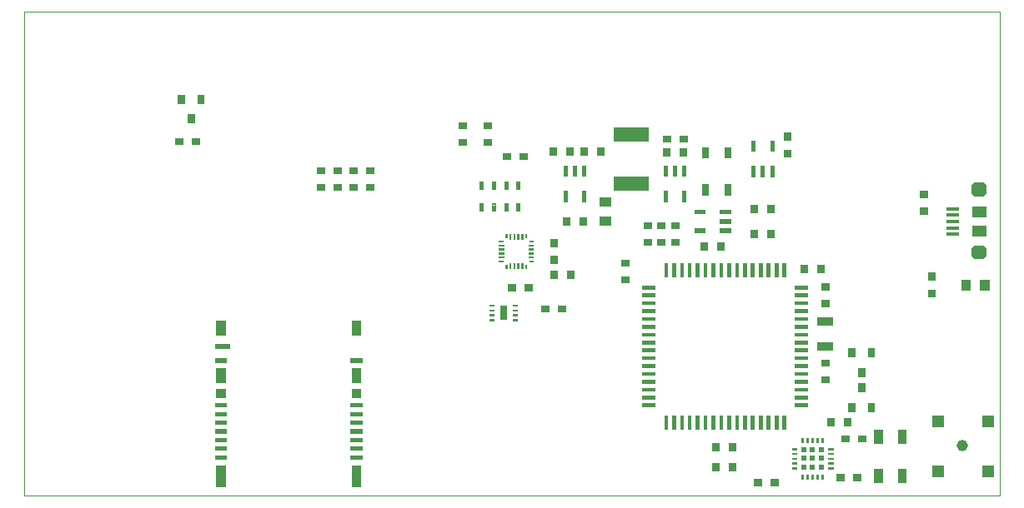
<source format=gtp>
G75*
%MOIN*%
%OFA0B0*%
%FSLAX25Y25*%
%IPPOS*%
%LPD*%
%AMOC8*
5,1,8,0,0,1.08239X$1,22.5*
%
%ADD10C,0.00000*%
%ADD11C,0.00179*%
%ADD12C,0.00169*%
%ADD13C,0.00159*%
%ADD14C,0.00165*%
%ADD15C,0.00168*%
%ADD16C,0.00174*%
%ADD17C,0.00152*%
%ADD18C,0.00162*%
%ADD19C,0.04528*%
%ADD20C,0.00181*%
%ADD21C,0.03189*%
%ADD22C,0.00149*%
%ADD23C,0.00160*%
%ADD24C,0.00148*%
%ADD25C,0.00118*%
%ADD26C,0.00157*%
%ADD27R,0.01969X0.01969*%
%ADD28C,0.00331*%
%ADD29C,0.00369*%
D10*
X0022595Y0009348D02*
X0412516Y0009348D01*
X0412516Y0203167D01*
X0022595Y0203167D01*
X0022595Y0009348D01*
D11*
X0256691Y0117906D02*
X0256691Y0121310D01*
X0256691Y0117906D02*
X0252499Y0117906D01*
X0252499Y0121310D01*
X0256691Y0121310D01*
X0256691Y0118084D02*
X0252499Y0118084D01*
X0252499Y0118262D02*
X0256691Y0118262D01*
X0256691Y0118440D02*
X0252499Y0118440D01*
X0252499Y0118618D02*
X0256691Y0118618D01*
X0256691Y0118796D02*
X0252499Y0118796D01*
X0252499Y0118974D02*
X0256691Y0118974D01*
X0256691Y0119152D02*
X0252499Y0119152D01*
X0252499Y0119330D02*
X0256691Y0119330D01*
X0256691Y0119508D02*
X0252499Y0119508D01*
X0252499Y0119686D02*
X0256691Y0119686D01*
X0256691Y0119864D02*
X0252499Y0119864D01*
X0252499Y0120042D02*
X0256691Y0120042D01*
X0256691Y0120220D02*
X0252499Y0120220D01*
X0252499Y0120398D02*
X0256691Y0120398D01*
X0256691Y0120576D02*
X0252499Y0120576D01*
X0252499Y0120754D02*
X0256691Y0120754D01*
X0256691Y0120932D02*
X0252499Y0120932D01*
X0252499Y0121110D02*
X0256691Y0121110D01*
X0256691Y0121288D02*
X0252499Y0121288D01*
X0256691Y0125386D02*
X0256691Y0128790D01*
X0256691Y0125386D02*
X0252499Y0125386D01*
X0252499Y0128790D01*
X0256691Y0128790D01*
X0256691Y0125564D02*
X0252499Y0125564D01*
X0252499Y0125742D02*
X0256691Y0125742D01*
X0256691Y0125920D02*
X0252499Y0125920D01*
X0252499Y0126098D02*
X0256691Y0126098D01*
X0256691Y0126276D02*
X0252499Y0126276D01*
X0252499Y0126454D02*
X0256691Y0126454D01*
X0256691Y0126632D02*
X0252499Y0126632D01*
X0252499Y0126810D02*
X0256691Y0126810D01*
X0256691Y0126988D02*
X0252499Y0126988D01*
X0252499Y0127166D02*
X0256691Y0127166D01*
X0256691Y0127344D02*
X0252499Y0127344D01*
X0252499Y0127522D02*
X0256691Y0127522D01*
X0256691Y0127700D02*
X0252499Y0127700D01*
X0252499Y0127878D02*
X0256691Y0127878D01*
X0256691Y0128056D02*
X0252499Y0128056D01*
X0252499Y0128234D02*
X0256691Y0128234D01*
X0256691Y0128412D02*
X0252499Y0128412D01*
X0252499Y0128590D02*
X0256691Y0128590D01*
X0256691Y0128768D02*
X0252499Y0128768D01*
X0397153Y0091752D02*
X0400557Y0091752D01*
X0397153Y0091752D02*
X0397153Y0095944D01*
X0400557Y0095944D01*
X0400557Y0091752D01*
X0400557Y0091930D02*
X0397153Y0091930D01*
X0397153Y0092108D02*
X0400557Y0092108D01*
X0400557Y0092286D02*
X0397153Y0092286D01*
X0397153Y0092464D02*
X0400557Y0092464D01*
X0400557Y0092642D02*
X0397153Y0092642D01*
X0397153Y0092820D02*
X0400557Y0092820D01*
X0400557Y0092998D02*
X0397153Y0092998D01*
X0397153Y0093176D02*
X0400557Y0093176D01*
X0400557Y0093354D02*
X0397153Y0093354D01*
X0397153Y0093532D02*
X0400557Y0093532D01*
X0400557Y0093710D02*
X0397153Y0093710D01*
X0397153Y0093888D02*
X0400557Y0093888D01*
X0400557Y0094066D02*
X0397153Y0094066D01*
X0397153Y0094244D02*
X0400557Y0094244D01*
X0400557Y0094422D02*
X0397153Y0094422D01*
X0397153Y0094600D02*
X0400557Y0094600D01*
X0400557Y0094778D02*
X0397153Y0094778D01*
X0397153Y0094956D02*
X0400557Y0094956D01*
X0400557Y0095134D02*
X0397153Y0095134D01*
X0397153Y0095312D02*
X0400557Y0095312D01*
X0400557Y0095490D02*
X0397153Y0095490D01*
X0397153Y0095668D02*
X0400557Y0095668D01*
X0400557Y0095846D02*
X0397153Y0095846D01*
X0404633Y0091752D02*
X0408037Y0091752D01*
X0404633Y0091752D02*
X0404633Y0095944D01*
X0408037Y0095944D01*
X0408037Y0091752D01*
X0408037Y0091930D02*
X0404633Y0091930D01*
X0404633Y0092108D02*
X0408037Y0092108D01*
X0408037Y0092286D02*
X0404633Y0092286D01*
X0404633Y0092464D02*
X0408037Y0092464D01*
X0408037Y0092642D02*
X0404633Y0092642D01*
X0404633Y0092820D02*
X0408037Y0092820D01*
X0408037Y0092998D02*
X0404633Y0092998D01*
X0404633Y0093176D02*
X0408037Y0093176D01*
X0408037Y0093354D02*
X0404633Y0093354D01*
X0404633Y0093532D02*
X0408037Y0093532D01*
X0408037Y0093710D02*
X0404633Y0093710D01*
X0404633Y0093888D02*
X0408037Y0093888D01*
X0408037Y0094066D02*
X0404633Y0094066D01*
X0404633Y0094244D02*
X0408037Y0094244D01*
X0408037Y0094422D02*
X0404633Y0094422D01*
X0404633Y0094600D02*
X0408037Y0094600D01*
X0408037Y0094778D02*
X0404633Y0094778D01*
X0404633Y0094956D02*
X0408037Y0094956D01*
X0408037Y0095134D02*
X0404633Y0095134D01*
X0404633Y0095312D02*
X0408037Y0095312D01*
X0408037Y0095490D02*
X0404633Y0095490D01*
X0404633Y0095668D02*
X0408037Y0095668D01*
X0408037Y0095846D02*
X0404633Y0095846D01*
D12*
X0304781Y0116334D02*
X0300609Y0116334D01*
X0304781Y0116334D02*
X0304781Y0114962D01*
X0300609Y0114962D01*
X0300609Y0116334D01*
X0300609Y0115130D02*
X0304781Y0115130D01*
X0304781Y0115298D02*
X0300609Y0115298D01*
X0300609Y0115466D02*
X0304781Y0115466D01*
X0304781Y0115634D02*
X0300609Y0115634D01*
X0300609Y0115802D02*
X0304781Y0115802D01*
X0304781Y0115970D02*
X0300609Y0115970D01*
X0300609Y0116138D02*
X0304781Y0116138D01*
X0304781Y0116306D02*
X0300609Y0116306D01*
X0300609Y0120034D02*
X0304781Y0120034D01*
X0304781Y0118662D01*
X0300609Y0118662D01*
X0300609Y0120034D01*
X0300609Y0118830D02*
X0304781Y0118830D01*
X0304781Y0118998D02*
X0300609Y0118998D01*
X0300609Y0119166D02*
X0304781Y0119166D01*
X0304781Y0119334D02*
X0300609Y0119334D01*
X0300609Y0119502D02*
X0304781Y0119502D01*
X0304781Y0119670D02*
X0300609Y0119670D01*
X0300609Y0119838D02*
X0304781Y0119838D01*
X0304781Y0120006D02*
X0300609Y0120006D01*
X0300609Y0123734D02*
X0304781Y0123734D01*
X0304781Y0122362D01*
X0300609Y0122362D01*
X0300609Y0123734D01*
X0300609Y0122530D02*
X0304781Y0122530D01*
X0304781Y0122698D02*
X0300609Y0122698D01*
X0300609Y0122866D02*
X0304781Y0122866D01*
X0304781Y0123034D02*
X0300609Y0123034D01*
X0300609Y0123202D02*
X0304781Y0123202D01*
X0304781Y0123370D02*
X0300609Y0123370D01*
X0300609Y0123538D02*
X0304781Y0123538D01*
X0304781Y0123706D02*
X0300609Y0123706D01*
X0294581Y0123734D02*
X0290409Y0123734D01*
X0294581Y0123734D02*
X0294581Y0122362D01*
X0290409Y0122362D01*
X0290409Y0123734D01*
X0290409Y0122530D02*
X0294581Y0122530D01*
X0294581Y0122698D02*
X0290409Y0122698D01*
X0290409Y0122866D02*
X0294581Y0122866D01*
X0294581Y0123034D02*
X0290409Y0123034D01*
X0290409Y0123202D02*
X0294581Y0123202D01*
X0294581Y0123370D02*
X0290409Y0123370D01*
X0290409Y0123538D02*
X0294581Y0123538D01*
X0294581Y0123706D02*
X0290409Y0123706D01*
X0285609Y0127162D02*
X0285609Y0131334D01*
X0286981Y0131334D01*
X0286981Y0127162D01*
X0285609Y0127162D01*
X0285609Y0127330D02*
X0286981Y0127330D01*
X0286981Y0127498D02*
X0285609Y0127498D01*
X0285609Y0127666D02*
X0286981Y0127666D01*
X0286981Y0127834D02*
X0285609Y0127834D01*
X0285609Y0128002D02*
X0286981Y0128002D01*
X0286981Y0128170D02*
X0285609Y0128170D01*
X0285609Y0128338D02*
X0286981Y0128338D01*
X0286981Y0128506D02*
X0285609Y0128506D01*
X0285609Y0128674D02*
X0286981Y0128674D01*
X0286981Y0128842D02*
X0285609Y0128842D01*
X0285609Y0129010D02*
X0286981Y0129010D01*
X0286981Y0129178D02*
X0285609Y0129178D01*
X0285609Y0129346D02*
X0286981Y0129346D01*
X0286981Y0129514D02*
X0285609Y0129514D01*
X0285609Y0129682D02*
X0286981Y0129682D01*
X0286981Y0129850D02*
X0285609Y0129850D01*
X0285609Y0130018D02*
X0286981Y0130018D01*
X0286981Y0130186D02*
X0285609Y0130186D01*
X0285609Y0130354D02*
X0286981Y0130354D01*
X0286981Y0130522D02*
X0285609Y0130522D01*
X0285609Y0130690D02*
X0286981Y0130690D01*
X0286981Y0130858D02*
X0285609Y0130858D01*
X0285609Y0131026D02*
X0286981Y0131026D01*
X0286981Y0131194D02*
X0285609Y0131194D01*
X0278209Y0131334D02*
X0278209Y0127162D01*
X0278209Y0131334D02*
X0279581Y0131334D01*
X0279581Y0127162D01*
X0278209Y0127162D01*
X0278209Y0127330D02*
X0279581Y0127330D01*
X0279581Y0127498D02*
X0278209Y0127498D01*
X0278209Y0127666D02*
X0279581Y0127666D01*
X0279581Y0127834D02*
X0278209Y0127834D01*
X0278209Y0128002D02*
X0279581Y0128002D01*
X0279581Y0128170D02*
X0278209Y0128170D01*
X0278209Y0128338D02*
X0279581Y0128338D01*
X0279581Y0128506D02*
X0278209Y0128506D01*
X0278209Y0128674D02*
X0279581Y0128674D01*
X0279581Y0128842D02*
X0278209Y0128842D01*
X0278209Y0129010D02*
X0279581Y0129010D01*
X0279581Y0129178D02*
X0278209Y0129178D01*
X0278209Y0129346D02*
X0279581Y0129346D01*
X0279581Y0129514D02*
X0278209Y0129514D01*
X0278209Y0129682D02*
X0279581Y0129682D01*
X0279581Y0129850D02*
X0278209Y0129850D01*
X0278209Y0130018D02*
X0279581Y0130018D01*
X0279581Y0130186D02*
X0278209Y0130186D01*
X0278209Y0130354D02*
X0279581Y0130354D01*
X0279581Y0130522D02*
X0278209Y0130522D01*
X0278209Y0130690D02*
X0279581Y0130690D01*
X0279581Y0130858D02*
X0278209Y0130858D01*
X0278209Y0131026D02*
X0279581Y0131026D01*
X0279581Y0131194D02*
X0278209Y0131194D01*
X0278209Y0137362D02*
X0278209Y0141534D01*
X0279581Y0141534D01*
X0279581Y0137362D01*
X0278209Y0137362D01*
X0278209Y0137530D02*
X0279581Y0137530D01*
X0279581Y0137698D02*
X0278209Y0137698D01*
X0278209Y0137866D02*
X0279581Y0137866D01*
X0279581Y0138034D02*
X0278209Y0138034D01*
X0278209Y0138202D02*
X0279581Y0138202D01*
X0279581Y0138370D02*
X0278209Y0138370D01*
X0278209Y0138538D02*
X0279581Y0138538D01*
X0279581Y0138706D02*
X0278209Y0138706D01*
X0278209Y0138874D02*
X0279581Y0138874D01*
X0279581Y0139042D02*
X0278209Y0139042D01*
X0278209Y0139210D02*
X0279581Y0139210D01*
X0279581Y0139378D02*
X0278209Y0139378D01*
X0278209Y0139546D02*
X0279581Y0139546D01*
X0279581Y0139714D02*
X0278209Y0139714D01*
X0278209Y0139882D02*
X0279581Y0139882D01*
X0279581Y0140050D02*
X0278209Y0140050D01*
X0278209Y0140218D02*
X0279581Y0140218D01*
X0279581Y0140386D02*
X0278209Y0140386D01*
X0278209Y0140554D02*
X0279581Y0140554D01*
X0279581Y0140722D02*
X0278209Y0140722D01*
X0278209Y0140890D02*
X0279581Y0140890D01*
X0279581Y0141058D02*
X0278209Y0141058D01*
X0278209Y0141226D02*
X0279581Y0141226D01*
X0279581Y0141394D02*
X0278209Y0141394D01*
X0281909Y0141534D02*
X0281909Y0137362D01*
X0281909Y0141534D02*
X0283281Y0141534D01*
X0283281Y0137362D01*
X0281909Y0137362D01*
X0281909Y0137530D02*
X0283281Y0137530D01*
X0283281Y0137698D02*
X0281909Y0137698D01*
X0281909Y0137866D02*
X0283281Y0137866D01*
X0283281Y0138034D02*
X0281909Y0138034D01*
X0281909Y0138202D02*
X0283281Y0138202D01*
X0283281Y0138370D02*
X0281909Y0138370D01*
X0281909Y0138538D02*
X0283281Y0138538D01*
X0283281Y0138706D02*
X0281909Y0138706D01*
X0281909Y0138874D02*
X0283281Y0138874D01*
X0283281Y0139042D02*
X0281909Y0139042D01*
X0281909Y0139210D02*
X0283281Y0139210D01*
X0283281Y0139378D02*
X0281909Y0139378D01*
X0281909Y0139546D02*
X0283281Y0139546D01*
X0283281Y0139714D02*
X0281909Y0139714D01*
X0281909Y0139882D02*
X0283281Y0139882D01*
X0283281Y0140050D02*
X0281909Y0140050D01*
X0281909Y0140218D02*
X0283281Y0140218D01*
X0283281Y0140386D02*
X0281909Y0140386D01*
X0281909Y0140554D02*
X0283281Y0140554D01*
X0283281Y0140722D02*
X0281909Y0140722D01*
X0281909Y0140890D02*
X0283281Y0140890D01*
X0283281Y0141058D02*
X0281909Y0141058D01*
X0281909Y0141226D02*
X0283281Y0141226D01*
X0283281Y0141394D02*
X0281909Y0141394D01*
X0285609Y0141534D02*
X0285609Y0137362D01*
X0285609Y0141534D02*
X0286981Y0141534D01*
X0286981Y0137362D01*
X0285609Y0137362D01*
X0285609Y0137530D02*
X0286981Y0137530D01*
X0286981Y0137698D02*
X0285609Y0137698D01*
X0285609Y0137866D02*
X0286981Y0137866D01*
X0286981Y0138034D02*
X0285609Y0138034D01*
X0285609Y0138202D02*
X0286981Y0138202D01*
X0286981Y0138370D02*
X0285609Y0138370D01*
X0285609Y0138538D02*
X0286981Y0138538D01*
X0286981Y0138706D02*
X0285609Y0138706D01*
X0285609Y0138874D02*
X0286981Y0138874D01*
X0286981Y0139042D02*
X0285609Y0139042D01*
X0285609Y0139210D02*
X0286981Y0139210D01*
X0286981Y0139378D02*
X0285609Y0139378D01*
X0285609Y0139546D02*
X0286981Y0139546D01*
X0286981Y0139714D02*
X0285609Y0139714D01*
X0285609Y0139882D02*
X0286981Y0139882D01*
X0286981Y0140050D02*
X0285609Y0140050D01*
X0285609Y0140218D02*
X0286981Y0140218D01*
X0286981Y0140386D02*
X0285609Y0140386D01*
X0285609Y0140554D02*
X0286981Y0140554D01*
X0286981Y0140722D02*
X0285609Y0140722D01*
X0285609Y0140890D02*
X0286981Y0140890D01*
X0286981Y0141058D02*
X0285609Y0141058D01*
X0285609Y0141226D02*
X0286981Y0141226D01*
X0286981Y0141394D02*
X0285609Y0141394D01*
X0245609Y0141534D02*
X0245609Y0137362D01*
X0245609Y0141534D02*
X0246981Y0141534D01*
X0246981Y0137362D01*
X0245609Y0137362D01*
X0245609Y0137530D02*
X0246981Y0137530D01*
X0246981Y0137698D02*
X0245609Y0137698D01*
X0245609Y0137866D02*
X0246981Y0137866D01*
X0246981Y0138034D02*
X0245609Y0138034D01*
X0245609Y0138202D02*
X0246981Y0138202D01*
X0246981Y0138370D02*
X0245609Y0138370D01*
X0245609Y0138538D02*
X0246981Y0138538D01*
X0246981Y0138706D02*
X0245609Y0138706D01*
X0245609Y0138874D02*
X0246981Y0138874D01*
X0246981Y0139042D02*
X0245609Y0139042D01*
X0245609Y0139210D02*
X0246981Y0139210D01*
X0246981Y0139378D02*
X0245609Y0139378D01*
X0245609Y0139546D02*
X0246981Y0139546D01*
X0246981Y0139714D02*
X0245609Y0139714D01*
X0245609Y0139882D02*
X0246981Y0139882D01*
X0246981Y0140050D02*
X0245609Y0140050D01*
X0245609Y0140218D02*
X0246981Y0140218D01*
X0246981Y0140386D02*
X0245609Y0140386D01*
X0245609Y0140554D02*
X0246981Y0140554D01*
X0246981Y0140722D02*
X0245609Y0140722D01*
X0245609Y0140890D02*
X0246981Y0140890D01*
X0246981Y0141058D02*
X0245609Y0141058D01*
X0245609Y0141226D02*
X0246981Y0141226D01*
X0246981Y0141394D02*
X0245609Y0141394D01*
X0241909Y0141534D02*
X0241909Y0137362D01*
X0241909Y0141534D02*
X0243281Y0141534D01*
X0243281Y0137362D01*
X0241909Y0137362D01*
X0241909Y0137530D02*
X0243281Y0137530D01*
X0243281Y0137698D02*
X0241909Y0137698D01*
X0241909Y0137866D02*
X0243281Y0137866D01*
X0243281Y0138034D02*
X0241909Y0138034D01*
X0241909Y0138202D02*
X0243281Y0138202D01*
X0243281Y0138370D02*
X0241909Y0138370D01*
X0241909Y0138538D02*
X0243281Y0138538D01*
X0243281Y0138706D02*
X0241909Y0138706D01*
X0241909Y0138874D02*
X0243281Y0138874D01*
X0243281Y0139042D02*
X0241909Y0139042D01*
X0241909Y0139210D02*
X0243281Y0139210D01*
X0243281Y0139378D02*
X0241909Y0139378D01*
X0241909Y0139546D02*
X0243281Y0139546D01*
X0243281Y0139714D02*
X0241909Y0139714D01*
X0241909Y0139882D02*
X0243281Y0139882D01*
X0243281Y0140050D02*
X0241909Y0140050D01*
X0241909Y0140218D02*
X0243281Y0140218D01*
X0243281Y0140386D02*
X0241909Y0140386D01*
X0241909Y0140554D02*
X0243281Y0140554D01*
X0243281Y0140722D02*
X0241909Y0140722D01*
X0241909Y0140890D02*
X0243281Y0140890D01*
X0243281Y0141058D02*
X0241909Y0141058D01*
X0241909Y0141226D02*
X0243281Y0141226D01*
X0243281Y0141394D02*
X0241909Y0141394D01*
X0238209Y0141534D02*
X0238209Y0137362D01*
X0238209Y0141534D02*
X0239581Y0141534D01*
X0239581Y0137362D01*
X0238209Y0137362D01*
X0238209Y0137530D02*
X0239581Y0137530D01*
X0239581Y0137698D02*
X0238209Y0137698D01*
X0238209Y0137866D02*
X0239581Y0137866D01*
X0239581Y0138034D02*
X0238209Y0138034D01*
X0238209Y0138202D02*
X0239581Y0138202D01*
X0239581Y0138370D02*
X0238209Y0138370D01*
X0238209Y0138538D02*
X0239581Y0138538D01*
X0239581Y0138706D02*
X0238209Y0138706D01*
X0238209Y0138874D02*
X0239581Y0138874D01*
X0239581Y0139042D02*
X0238209Y0139042D01*
X0238209Y0139210D02*
X0239581Y0139210D01*
X0239581Y0139378D02*
X0238209Y0139378D01*
X0238209Y0139546D02*
X0239581Y0139546D01*
X0239581Y0139714D02*
X0238209Y0139714D01*
X0238209Y0139882D02*
X0239581Y0139882D01*
X0239581Y0140050D02*
X0238209Y0140050D01*
X0238209Y0140218D02*
X0239581Y0140218D01*
X0239581Y0140386D02*
X0238209Y0140386D01*
X0238209Y0140554D02*
X0239581Y0140554D01*
X0239581Y0140722D02*
X0238209Y0140722D01*
X0238209Y0140890D02*
X0239581Y0140890D01*
X0239581Y0141058D02*
X0238209Y0141058D01*
X0238209Y0141226D02*
X0239581Y0141226D01*
X0239581Y0141394D02*
X0238209Y0141394D01*
X0238209Y0131334D02*
X0238209Y0127162D01*
X0238209Y0131334D02*
X0239581Y0131334D01*
X0239581Y0127162D01*
X0238209Y0127162D01*
X0238209Y0127330D02*
X0239581Y0127330D01*
X0239581Y0127498D02*
X0238209Y0127498D01*
X0238209Y0127666D02*
X0239581Y0127666D01*
X0239581Y0127834D02*
X0238209Y0127834D01*
X0238209Y0128002D02*
X0239581Y0128002D01*
X0239581Y0128170D02*
X0238209Y0128170D01*
X0238209Y0128338D02*
X0239581Y0128338D01*
X0239581Y0128506D02*
X0238209Y0128506D01*
X0238209Y0128674D02*
X0239581Y0128674D01*
X0239581Y0128842D02*
X0238209Y0128842D01*
X0238209Y0129010D02*
X0239581Y0129010D01*
X0239581Y0129178D02*
X0238209Y0129178D01*
X0238209Y0129346D02*
X0239581Y0129346D01*
X0239581Y0129514D02*
X0238209Y0129514D01*
X0238209Y0129682D02*
X0239581Y0129682D01*
X0239581Y0129850D02*
X0238209Y0129850D01*
X0238209Y0130018D02*
X0239581Y0130018D01*
X0239581Y0130186D02*
X0238209Y0130186D01*
X0238209Y0130354D02*
X0239581Y0130354D01*
X0239581Y0130522D02*
X0238209Y0130522D01*
X0238209Y0130690D02*
X0239581Y0130690D01*
X0239581Y0130858D02*
X0238209Y0130858D01*
X0238209Y0131026D02*
X0239581Y0131026D01*
X0239581Y0131194D02*
X0238209Y0131194D01*
X0245609Y0131334D02*
X0245609Y0127162D01*
X0245609Y0131334D02*
X0246981Y0131334D01*
X0246981Y0127162D01*
X0245609Y0127162D01*
X0245609Y0127330D02*
X0246981Y0127330D01*
X0246981Y0127498D02*
X0245609Y0127498D01*
X0245609Y0127666D02*
X0246981Y0127666D01*
X0246981Y0127834D02*
X0245609Y0127834D01*
X0245609Y0128002D02*
X0246981Y0128002D01*
X0246981Y0128170D02*
X0245609Y0128170D01*
X0245609Y0128338D02*
X0246981Y0128338D01*
X0246981Y0128506D02*
X0245609Y0128506D01*
X0245609Y0128674D02*
X0246981Y0128674D01*
X0246981Y0128842D02*
X0245609Y0128842D01*
X0245609Y0129010D02*
X0246981Y0129010D01*
X0246981Y0129178D02*
X0245609Y0129178D01*
X0245609Y0129346D02*
X0246981Y0129346D01*
X0246981Y0129514D02*
X0245609Y0129514D01*
X0245609Y0129682D02*
X0246981Y0129682D01*
X0246981Y0129850D02*
X0245609Y0129850D01*
X0245609Y0130018D02*
X0246981Y0130018D01*
X0246981Y0130186D02*
X0245609Y0130186D01*
X0245609Y0130354D02*
X0246981Y0130354D01*
X0246981Y0130522D02*
X0245609Y0130522D01*
X0245609Y0130690D02*
X0246981Y0130690D01*
X0246981Y0130858D02*
X0245609Y0130858D01*
X0245609Y0131026D02*
X0246981Y0131026D01*
X0246981Y0131194D02*
X0245609Y0131194D01*
X0290409Y0116334D02*
X0294581Y0116334D01*
X0294581Y0114962D01*
X0290409Y0114962D01*
X0290409Y0116334D01*
X0290409Y0115130D02*
X0294581Y0115130D01*
X0294581Y0115298D02*
X0290409Y0115298D01*
X0290409Y0115466D02*
X0294581Y0115466D01*
X0294581Y0115634D02*
X0290409Y0115634D01*
X0290409Y0115802D02*
X0294581Y0115802D01*
X0294581Y0115970D02*
X0290409Y0115970D01*
X0290409Y0116138D02*
X0294581Y0116138D01*
X0294581Y0116306D02*
X0290409Y0116306D01*
D13*
X0258186Y0131928D02*
X0258186Y0137084D01*
X0272004Y0137084D01*
X0272004Y0131928D01*
X0258186Y0131928D01*
X0258186Y0132086D02*
X0272004Y0132086D01*
X0272004Y0132244D02*
X0258186Y0132244D01*
X0258186Y0132402D02*
X0272004Y0132402D01*
X0272004Y0132560D02*
X0258186Y0132560D01*
X0258186Y0132718D02*
X0272004Y0132718D01*
X0272004Y0132876D02*
X0258186Y0132876D01*
X0258186Y0133034D02*
X0272004Y0133034D01*
X0272004Y0133192D02*
X0258186Y0133192D01*
X0258186Y0133350D02*
X0272004Y0133350D01*
X0272004Y0133508D02*
X0258186Y0133508D01*
X0258186Y0133666D02*
X0272004Y0133666D01*
X0272004Y0133824D02*
X0258186Y0133824D01*
X0258186Y0133982D02*
X0272004Y0133982D01*
X0272004Y0134140D02*
X0258186Y0134140D01*
X0258186Y0134298D02*
X0272004Y0134298D01*
X0272004Y0134456D02*
X0258186Y0134456D01*
X0258186Y0134614D02*
X0272004Y0134614D01*
X0272004Y0134772D02*
X0258186Y0134772D01*
X0258186Y0134930D02*
X0272004Y0134930D01*
X0272004Y0135088D02*
X0258186Y0135088D01*
X0258186Y0135246D02*
X0272004Y0135246D01*
X0272004Y0135404D02*
X0258186Y0135404D01*
X0258186Y0135562D02*
X0272004Y0135562D01*
X0272004Y0135720D02*
X0258186Y0135720D01*
X0258186Y0135878D02*
X0272004Y0135878D01*
X0272004Y0136036D02*
X0258186Y0136036D01*
X0258186Y0136194D02*
X0272004Y0136194D01*
X0272004Y0136352D02*
X0258186Y0136352D01*
X0258186Y0136510D02*
X0272004Y0136510D01*
X0272004Y0136668D02*
X0258186Y0136668D01*
X0258186Y0136826D02*
X0272004Y0136826D01*
X0272004Y0136984D02*
X0258186Y0136984D01*
X0258186Y0151613D02*
X0258186Y0156769D01*
X0272004Y0156769D01*
X0272004Y0151613D01*
X0258186Y0151613D01*
X0258186Y0151771D02*
X0272004Y0151771D01*
X0272004Y0151929D02*
X0258186Y0151929D01*
X0258186Y0152087D02*
X0272004Y0152087D01*
X0272004Y0152245D02*
X0258186Y0152245D01*
X0258186Y0152403D02*
X0272004Y0152403D01*
X0272004Y0152561D02*
X0258186Y0152561D01*
X0258186Y0152719D02*
X0272004Y0152719D01*
X0272004Y0152877D02*
X0258186Y0152877D01*
X0258186Y0153035D02*
X0272004Y0153035D01*
X0272004Y0153193D02*
X0258186Y0153193D01*
X0258186Y0153351D02*
X0272004Y0153351D01*
X0272004Y0153509D02*
X0258186Y0153509D01*
X0258186Y0153667D02*
X0272004Y0153667D01*
X0272004Y0153825D02*
X0258186Y0153825D01*
X0258186Y0153983D02*
X0272004Y0153983D01*
X0272004Y0154141D02*
X0258186Y0154141D01*
X0258186Y0154299D02*
X0272004Y0154299D01*
X0272004Y0154457D02*
X0258186Y0154457D01*
X0258186Y0154615D02*
X0272004Y0154615D01*
X0272004Y0154773D02*
X0258186Y0154773D01*
X0258186Y0154931D02*
X0272004Y0154931D01*
X0272004Y0155089D02*
X0258186Y0155089D01*
X0258186Y0155247D02*
X0272004Y0155247D01*
X0272004Y0155405D02*
X0258186Y0155405D01*
X0258186Y0155563D02*
X0272004Y0155563D01*
X0272004Y0155721D02*
X0258186Y0155721D01*
X0258186Y0155879D02*
X0272004Y0155879D01*
X0272004Y0156037D02*
X0258186Y0156037D01*
X0258186Y0156195D02*
X0272004Y0156195D01*
X0272004Y0156353D02*
X0258186Y0156353D01*
X0258186Y0156511D02*
X0272004Y0156511D01*
X0272004Y0156669D02*
X0258186Y0156669D01*
D14*
X0254238Y0145855D02*
X0251646Y0145855D01*
X0251646Y0148841D01*
X0254238Y0148841D01*
X0254238Y0145855D01*
X0254238Y0146019D02*
X0251646Y0146019D01*
X0251646Y0146183D02*
X0254238Y0146183D01*
X0254238Y0146347D02*
X0251646Y0146347D01*
X0251646Y0146511D02*
X0254238Y0146511D01*
X0254238Y0146675D02*
X0251646Y0146675D01*
X0251646Y0146839D02*
X0254238Y0146839D01*
X0254238Y0147003D02*
X0251646Y0147003D01*
X0251646Y0147167D02*
X0254238Y0147167D01*
X0254238Y0147331D02*
X0251646Y0147331D01*
X0251646Y0147495D02*
X0254238Y0147495D01*
X0254238Y0147659D02*
X0251646Y0147659D01*
X0251646Y0147823D02*
X0254238Y0147823D01*
X0254238Y0147987D02*
X0251646Y0147987D01*
X0251646Y0148151D02*
X0254238Y0148151D01*
X0254238Y0148315D02*
X0251646Y0148315D01*
X0251646Y0148479D02*
X0254238Y0148479D01*
X0254238Y0148643D02*
X0251646Y0148643D01*
X0251646Y0148807D02*
X0254238Y0148807D01*
X0247545Y0145855D02*
X0244953Y0145855D01*
X0244953Y0148841D01*
X0247545Y0148841D01*
X0247545Y0145855D01*
X0247545Y0146019D02*
X0244953Y0146019D01*
X0244953Y0146183D02*
X0247545Y0146183D01*
X0247545Y0146347D02*
X0244953Y0146347D01*
X0244953Y0146511D02*
X0247545Y0146511D01*
X0247545Y0146675D02*
X0244953Y0146675D01*
X0244953Y0146839D02*
X0247545Y0146839D01*
X0247545Y0147003D02*
X0244953Y0147003D01*
X0244953Y0147167D02*
X0247545Y0147167D01*
X0247545Y0147331D02*
X0244953Y0147331D01*
X0244953Y0147495D02*
X0247545Y0147495D01*
X0247545Y0147659D02*
X0244953Y0147659D01*
X0244953Y0147823D02*
X0247545Y0147823D01*
X0247545Y0147987D02*
X0244953Y0147987D01*
X0244953Y0148151D02*
X0247545Y0148151D01*
X0247545Y0148315D02*
X0244953Y0148315D01*
X0244953Y0148479D02*
X0247545Y0148479D01*
X0247545Y0148643D02*
X0244953Y0148643D01*
X0244953Y0148807D02*
X0247545Y0148807D01*
X0241738Y0145855D02*
X0239146Y0145855D01*
X0239146Y0148841D01*
X0241738Y0148841D01*
X0241738Y0145855D01*
X0241738Y0146019D02*
X0239146Y0146019D01*
X0239146Y0146183D02*
X0241738Y0146183D01*
X0241738Y0146347D02*
X0239146Y0146347D01*
X0239146Y0146511D02*
X0241738Y0146511D01*
X0241738Y0146675D02*
X0239146Y0146675D01*
X0239146Y0146839D02*
X0241738Y0146839D01*
X0241738Y0147003D02*
X0239146Y0147003D01*
X0239146Y0147167D02*
X0241738Y0147167D01*
X0241738Y0147331D02*
X0239146Y0147331D01*
X0239146Y0147495D02*
X0241738Y0147495D01*
X0241738Y0147659D02*
X0239146Y0147659D01*
X0239146Y0147823D02*
X0241738Y0147823D01*
X0241738Y0147987D02*
X0239146Y0147987D01*
X0239146Y0148151D02*
X0241738Y0148151D01*
X0241738Y0148315D02*
X0239146Y0148315D01*
X0239146Y0148479D02*
X0241738Y0148479D01*
X0241738Y0148643D02*
X0239146Y0148643D01*
X0239146Y0148807D02*
X0241738Y0148807D01*
X0235045Y0145855D02*
X0232453Y0145855D01*
X0232453Y0148841D01*
X0235045Y0148841D01*
X0235045Y0145855D01*
X0235045Y0146019D02*
X0232453Y0146019D01*
X0232453Y0146183D02*
X0235045Y0146183D01*
X0235045Y0146347D02*
X0232453Y0146347D01*
X0232453Y0146511D02*
X0235045Y0146511D01*
X0235045Y0146675D02*
X0232453Y0146675D01*
X0232453Y0146839D02*
X0235045Y0146839D01*
X0235045Y0147003D02*
X0232453Y0147003D01*
X0232453Y0147167D02*
X0235045Y0147167D01*
X0235045Y0147331D02*
X0232453Y0147331D01*
X0232453Y0147495D02*
X0235045Y0147495D01*
X0235045Y0147659D02*
X0232453Y0147659D01*
X0232453Y0147823D02*
X0235045Y0147823D01*
X0235045Y0147987D02*
X0232453Y0147987D01*
X0232453Y0148151D02*
X0235045Y0148151D01*
X0235045Y0148315D02*
X0232453Y0148315D01*
X0232453Y0148479D02*
X0235045Y0148479D01*
X0235045Y0148643D02*
X0232453Y0148643D01*
X0232453Y0148807D02*
X0235045Y0148807D01*
X0223435Y0146644D02*
X0220449Y0146644D01*
X0223435Y0146644D02*
X0223435Y0144052D01*
X0220449Y0144052D01*
X0220449Y0146644D01*
X0220449Y0144216D02*
X0223435Y0144216D01*
X0223435Y0144380D02*
X0220449Y0144380D01*
X0220449Y0144544D02*
X0223435Y0144544D01*
X0223435Y0144708D02*
X0220449Y0144708D01*
X0220449Y0144872D02*
X0223435Y0144872D01*
X0223435Y0145036D02*
X0220449Y0145036D01*
X0220449Y0145200D02*
X0223435Y0145200D01*
X0223435Y0145364D02*
X0220449Y0145364D01*
X0220449Y0145528D02*
X0223435Y0145528D01*
X0223435Y0145692D02*
X0220449Y0145692D01*
X0220449Y0145856D02*
X0223435Y0145856D01*
X0223435Y0146020D02*
X0220449Y0146020D01*
X0220449Y0146184D02*
X0223435Y0146184D01*
X0223435Y0146348D02*
X0220449Y0146348D01*
X0220449Y0146512D02*
X0223435Y0146512D01*
X0216742Y0146644D02*
X0213756Y0146644D01*
X0216742Y0146644D02*
X0216742Y0144052D01*
X0213756Y0144052D01*
X0213756Y0146644D01*
X0213756Y0144216D02*
X0216742Y0144216D01*
X0216742Y0144380D02*
X0213756Y0144380D01*
X0213756Y0144544D02*
X0216742Y0144544D01*
X0216742Y0144708D02*
X0213756Y0144708D01*
X0213756Y0144872D02*
X0216742Y0144872D01*
X0216742Y0145036D02*
X0213756Y0145036D01*
X0213756Y0145200D02*
X0216742Y0145200D01*
X0216742Y0145364D02*
X0213756Y0145364D01*
X0213756Y0145528D02*
X0216742Y0145528D01*
X0216742Y0145692D02*
X0213756Y0145692D01*
X0213756Y0145856D02*
X0216742Y0145856D01*
X0216742Y0146020D02*
X0213756Y0146020D01*
X0213756Y0146184D02*
X0216742Y0146184D01*
X0216742Y0146348D02*
X0213756Y0146348D01*
X0213756Y0146512D02*
X0216742Y0146512D01*
X0209088Y0149706D02*
X0209088Y0152298D01*
X0209088Y0149706D02*
X0206102Y0149706D01*
X0206102Y0152298D01*
X0209088Y0152298D01*
X0209088Y0149870D02*
X0206102Y0149870D01*
X0206102Y0150034D02*
X0209088Y0150034D01*
X0209088Y0150198D02*
X0206102Y0150198D01*
X0206102Y0150362D02*
X0209088Y0150362D01*
X0209088Y0150526D02*
X0206102Y0150526D01*
X0206102Y0150690D02*
X0209088Y0150690D01*
X0209088Y0150854D02*
X0206102Y0150854D01*
X0206102Y0151018D02*
X0209088Y0151018D01*
X0209088Y0151182D02*
X0206102Y0151182D01*
X0206102Y0151346D02*
X0209088Y0151346D01*
X0209088Y0151510D02*
X0206102Y0151510D01*
X0206102Y0151674D02*
X0209088Y0151674D01*
X0209088Y0151838D02*
X0206102Y0151838D01*
X0206102Y0152002D02*
X0209088Y0152002D01*
X0209088Y0152166D02*
X0206102Y0152166D01*
X0209088Y0156398D02*
X0209088Y0158990D01*
X0209088Y0156398D02*
X0206102Y0156398D01*
X0206102Y0158990D01*
X0209088Y0158990D01*
X0209088Y0156562D02*
X0206102Y0156562D01*
X0206102Y0156726D02*
X0209088Y0156726D01*
X0209088Y0156890D02*
X0206102Y0156890D01*
X0206102Y0157054D02*
X0209088Y0157054D01*
X0209088Y0157218D02*
X0206102Y0157218D01*
X0206102Y0157382D02*
X0209088Y0157382D01*
X0209088Y0157546D02*
X0206102Y0157546D01*
X0206102Y0157710D02*
X0209088Y0157710D01*
X0209088Y0157874D02*
X0206102Y0157874D01*
X0206102Y0158038D02*
X0209088Y0158038D01*
X0209088Y0158202D02*
X0206102Y0158202D01*
X0206102Y0158366D02*
X0209088Y0158366D01*
X0209088Y0158530D02*
X0206102Y0158530D01*
X0206102Y0158694D02*
X0209088Y0158694D01*
X0209088Y0158858D02*
X0206102Y0158858D01*
X0199088Y0158990D02*
X0199088Y0156398D01*
X0196102Y0156398D01*
X0196102Y0158990D01*
X0199088Y0158990D01*
X0199088Y0156562D02*
X0196102Y0156562D01*
X0196102Y0156726D02*
X0199088Y0156726D01*
X0199088Y0156890D02*
X0196102Y0156890D01*
X0196102Y0157054D02*
X0199088Y0157054D01*
X0199088Y0157218D02*
X0196102Y0157218D01*
X0196102Y0157382D02*
X0199088Y0157382D01*
X0199088Y0157546D02*
X0196102Y0157546D01*
X0196102Y0157710D02*
X0199088Y0157710D01*
X0199088Y0157874D02*
X0196102Y0157874D01*
X0196102Y0158038D02*
X0199088Y0158038D01*
X0199088Y0158202D02*
X0196102Y0158202D01*
X0196102Y0158366D02*
X0199088Y0158366D01*
X0199088Y0158530D02*
X0196102Y0158530D01*
X0196102Y0158694D02*
X0199088Y0158694D01*
X0199088Y0158858D02*
X0196102Y0158858D01*
X0199088Y0152298D02*
X0199088Y0149706D01*
X0196102Y0149706D01*
X0196102Y0152298D01*
X0199088Y0152298D01*
X0199088Y0149870D02*
X0196102Y0149870D01*
X0196102Y0150034D02*
X0199088Y0150034D01*
X0199088Y0150198D02*
X0196102Y0150198D01*
X0196102Y0150362D02*
X0199088Y0150362D01*
X0199088Y0150526D02*
X0196102Y0150526D01*
X0196102Y0150690D02*
X0199088Y0150690D01*
X0199088Y0150854D02*
X0196102Y0150854D01*
X0196102Y0151018D02*
X0199088Y0151018D01*
X0199088Y0151182D02*
X0196102Y0151182D01*
X0196102Y0151346D02*
X0199088Y0151346D01*
X0199088Y0151510D02*
X0196102Y0151510D01*
X0196102Y0151674D02*
X0199088Y0151674D01*
X0199088Y0151838D02*
X0196102Y0151838D01*
X0196102Y0152002D02*
X0199088Y0152002D01*
X0199088Y0152166D02*
X0196102Y0152166D01*
X0162088Y0140990D02*
X0162088Y0138398D01*
X0159102Y0138398D01*
X0159102Y0140990D01*
X0162088Y0140990D01*
X0162088Y0138562D02*
X0159102Y0138562D01*
X0159102Y0138726D02*
X0162088Y0138726D01*
X0162088Y0138890D02*
X0159102Y0138890D01*
X0159102Y0139054D02*
X0162088Y0139054D01*
X0162088Y0139218D02*
X0159102Y0139218D01*
X0159102Y0139382D02*
X0162088Y0139382D01*
X0162088Y0139546D02*
X0159102Y0139546D01*
X0159102Y0139710D02*
X0162088Y0139710D01*
X0162088Y0139874D02*
X0159102Y0139874D01*
X0159102Y0140038D02*
X0162088Y0140038D01*
X0162088Y0140202D02*
X0159102Y0140202D01*
X0159102Y0140366D02*
X0162088Y0140366D01*
X0162088Y0140530D02*
X0159102Y0140530D01*
X0159102Y0140694D02*
X0162088Y0140694D01*
X0162088Y0140858D02*
X0159102Y0140858D01*
X0155588Y0140990D02*
X0155588Y0138398D01*
X0152602Y0138398D01*
X0152602Y0140990D01*
X0155588Y0140990D01*
X0155588Y0138562D02*
X0152602Y0138562D01*
X0152602Y0138726D02*
X0155588Y0138726D01*
X0155588Y0138890D02*
X0152602Y0138890D01*
X0152602Y0139054D02*
X0155588Y0139054D01*
X0155588Y0139218D02*
X0152602Y0139218D01*
X0152602Y0139382D02*
X0155588Y0139382D01*
X0155588Y0139546D02*
X0152602Y0139546D01*
X0152602Y0139710D02*
X0155588Y0139710D01*
X0155588Y0139874D02*
X0152602Y0139874D01*
X0152602Y0140038D02*
X0155588Y0140038D01*
X0155588Y0140202D02*
X0152602Y0140202D01*
X0152602Y0140366D02*
X0155588Y0140366D01*
X0155588Y0140530D02*
X0152602Y0140530D01*
X0152602Y0140694D02*
X0155588Y0140694D01*
X0155588Y0140858D02*
X0152602Y0140858D01*
X0149088Y0140990D02*
X0149088Y0138398D01*
X0146102Y0138398D01*
X0146102Y0140990D01*
X0149088Y0140990D01*
X0149088Y0138562D02*
X0146102Y0138562D01*
X0146102Y0138726D02*
X0149088Y0138726D01*
X0149088Y0138890D02*
X0146102Y0138890D01*
X0146102Y0139054D02*
X0149088Y0139054D01*
X0149088Y0139218D02*
X0146102Y0139218D01*
X0146102Y0139382D02*
X0149088Y0139382D01*
X0149088Y0139546D02*
X0146102Y0139546D01*
X0146102Y0139710D02*
X0149088Y0139710D01*
X0149088Y0139874D02*
X0146102Y0139874D01*
X0146102Y0140038D02*
X0149088Y0140038D01*
X0149088Y0140202D02*
X0146102Y0140202D01*
X0146102Y0140366D02*
X0149088Y0140366D01*
X0149088Y0140530D02*
X0146102Y0140530D01*
X0146102Y0140694D02*
X0149088Y0140694D01*
X0149088Y0140858D02*
X0146102Y0140858D01*
X0142588Y0140990D02*
X0142588Y0138398D01*
X0139602Y0138398D01*
X0139602Y0140990D01*
X0142588Y0140990D01*
X0142588Y0138562D02*
X0139602Y0138562D01*
X0139602Y0138726D02*
X0142588Y0138726D01*
X0142588Y0138890D02*
X0139602Y0138890D01*
X0139602Y0139054D02*
X0142588Y0139054D01*
X0142588Y0139218D02*
X0139602Y0139218D01*
X0139602Y0139382D02*
X0142588Y0139382D01*
X0142588Y0139546D02*
X0139602Y0139546D01*
X0139602Y0139710D02*
X0142588Y0139710D01*
X0142588Y0139874D02*
X0139602Y0139874D01*
X0139602Y0140038D02*
X0142588Y0140038D01*
X0142588Y0140202D02*
X0139602Y0140202D01*
X0139602Y0140366D02*
X0142588Y0140366D01*
X0142588Y0140530D02*
X0139602Y0140530D01*
X0139602Y0140694D02*
X0142588Y0140694D01*
X0142588Y0140858D02*
X0139602Y0140858D01*
X0142588Y0134298D02*
X0142588Y0131706D01*
X0139602Y0131706D01*
X0139602Y0134298D01*
X0142588Y0134298D01*
X0142588Y0131870D02*
X0139602Y0131870D01*
X0139602Y0132034D02*
X0142588Y0132034D01*
X0142588Y0132198D02*
X0139602Y0132198D01*
X0139602Y0132362D02*
X0142588Y0132362D01*
X0142588Y0132526D02*
X0139602Y0132526D01*
X0139602Y0132690D02*
X0142588Y0132690D01*
X0142588Y0132854D02*
X0139602Y0132854D01*
X0139602Y0133018D02*
X0142588Y0133018D01*
X0142588Y0133182D02*
X0139602Y0133182D01*
X0139602Y0133346D02*
X0142588Y0133346D01*
X0142588Y0133510D02*
X0139602Y0133510D01*
X0139602Y0133674D02*
X0142588Y0133674D01*
X0142588Y0133838D02*
X0139602Y0133838D01*
X0139602Y0134002D02*
X0142588Y0134002D01*
X0142588Y0134166D02*
X0139602Y0134166D01*
X0149088Y0134298D02*
X0149088Y0131706D01*
X0146102Y0131706D01*
X0146102Y0134298D01*
X0149088Y0134298D01*
X0149088Y0131870D02*
X0146102Y0131870D01*
X0146102Y0132034D02*
X0149088Y0132034D01*
X0149088Y0132198D02*
X0146102Y0132198D01*
X0146102Y0132362D02*
X0149088Y0132362D01*
X0149088Y0132526D02*
X0146102Y0132526D01*
X0146102Y0132690D02*
X0149088Y0132690D01*
X0149088Y0132854D02*
X0146102Y0132854D01*
X0146102Y0133018D02*
X0149088Y0133018D01*
X0149088Y0133182D02*
X0146102Y0133182D01*
X0146102Y0133346D02*
X0149088Y0133346D01*
X0149088Y0133510D02*
X0146102Y0133510D01*
X0146102Y0133674D02*
X0149088Y0133674D01*
X0149088Y0133838D02*
X0146102Y0133838D01*
X0146102Y0134002D02*
X0149088Y0134002D01*
X0149088Y0134166D02*
X0146102Y0134166D01*
X0155588Y0134298D02*
X0155588Y0131706D01*
X0152602Y0131706D01*
X0152602Y0134298D01*
X0155588Y0134298D01*
X0155588Y0131870D02*
X0152602Y0131870D01*
X0152602Y0132034D02*
X0155588Y0132034D01*
X0155588Y0132198D02*
X0152602Y0132198D01*
X0152602Y0132362D02*
X0155588Y0132362D01*
X0155588Y0132526D02*
X0152602Y0132526D01*
X0152602Y0132690D02*
X0155588Y0132690D01*
X0155588Y0132854D02*
X0152602Y0132854D01*
X0152602Y0133018D02*
X0155588Y0133018D01*
X0155588Y0133182D02*
X0152602Y0133182D01*
X0152602Y0133346D02*
X0155588Y0133346D01*
X0155588Y0133510D02*
X0152602Y0133510D01*
X0152602Y0133674D02*
X0155588Y0133674D01*
X0155588Y0133838D02*
X0152602Y0133838D01*
X0152602Y0134002D02*
X0155588Y0134002D01*
X0155588Y0134166D02*
X0152602Y0134166D01*
X0162088Y0134298D02*
X0162088Y0131706D01*
X0159102Y0131706D01*
X0159102Y0134298D01*
X0162088Y0134298D01*
X0162088Y0131870D02*
X0159102Y0131870D01*
X0159102Y0132034D02*
X0162088Y0132034D01*
X0162088Y0132198D02*
X0159102Y0132198D01*
X0159102Y0132362D02*
X0162088Y0132362D01*
X0162088Y0132526D02*
X0159102Y0132526D01*
X0159102Y0132690D02*
X0162088Y0132690D01*
X0162088Y0132854D02*
X0159102Y0132854D01*
X0159102Y0133018D02*
X0162088Y0133018D01*
X0162088Y0133182D02*
X0159102Y0133182D01*
X0159102Y0133346D02*
X0162088Y0133346D01*
X0162088Y0133510D02*
X0159102Y0133510D01*
X0159102Y0133674D02*
X0162088Y0133674D01*
X0162088Y0133838D02*
X0159102Y0133838D01*
X0159102Y0134002D02*
X0162088Y0134002D01*
X0162088Y0134166D02*
X0159102Y0134166D01*
X0092435Y0152644D02*
X0089449Y0152644D01*
X0092435Y0152644D02*
X0092435Y0150052D01*
X0089449Y0150052D01*
X0089449Y0152644D01*
X0089449Y0150216D02*
X0092435Y0150216D01*
X0092435Y0150380D02*
X0089449Y0150380D01*
X0089449Y0150544D02*
X0092435Y0150544D01*
X0092435Y0150708D02*
X0089449Y0150708D01*
X0089449Y0150872D02*
X0092435Y0150872D01*
X0092435Y0151036D02*
X0089449Y0151036D01*
X0089449Y0151200D02*
X0092435Y0151200D01*
X0092435Y0151364D02*
X0089449Y0151364D01*
X0089449Y0151528D02*
X0092435Y0151528D01*
X0092435Y0151692D02*
X0089449Y0151692D01*
X0089449Y0151856D02*
X0092435Y0151856D01*
X0092435Y0152020D02*
X0089449Y0152020D01*
X0089449Y0152184D02*
X0092435Y0152184D01*
X0092435Y0152348D02*
X0089449Y0152348D01*
X0089449Y0152512D02*
X0092435Y0152512D01*
X0085742Y0152644D02*
X0082756Y0152644D01*
X0085742Y0152644D02*
X0085742Y0150052D01*
X0082756Y0150052D01*
X0082756Y0152644D01*
X0082756Y0150216D02*
X0085742Y0150216D01*
X0085742Y0150380D02*
X0082756Y0150380D01*
X0082756Y0150544D02*
X0085742Y0150544D01*
X0085742Y0150708D02*
X0082756Y0150708D01*
X0082756Y0150872D02*
X0085742Y0150872D01*
X0085742Y0151036D02*
X0082756Y0151036D01*
X0082756Y0151200D02*
X0085742Y0151200D01*
X0085742Y0151364D02*
X0082756Y0151364D01*
X0082756Y0151528D02*
X0085742Y0151528D01*
X0085742Y0151692D02*
X0082756Y0151692D01*
X0082756Y0151856D02*
X0085742Y0151856D01*
X0085742Y0152020D02*
X0082756Y0152020D01*
X0082756Y0152184D02*
X0085742Y0152184D01*
X0085742Y0152348D02*
X0082756Y0152348D01*
X0082756Y0152512D02*
X0085742Y0152512D01*
X0087799Y0162100D02*
X0090391Y0162100D01*
X0090391Y0158722D01*
X0087799Y0158722D01*
X0087799Y0162100D01*
X0087799Y0158886D02*
X0090391Y0158886D01*
X0090391Y0159050D02*
X0087799Y0159050D01*
X0087799Y0159214D02*
X0090391Y0159214D01*
X0090391Y0159378D02*
X0087799Y0159378D01*
X0087799Y0159542D02*
X0090391Y0159542D01*
X0090391Y0159706D02*
X0087799Y0159706D01*
X0087799Y0159870D02*
X0090391Y0159870D01*
X0090391Y0160034D02*
X0087799Y0160034D01*
X0087799Y0160198D02*
X0090391Y0160198D01*
X0090391Y0160362D02*
X0087799Y0160362D01*
X0087799Y0160526D02*
X0090391Y0160526D01*
X0090391Y0160690D02*
X0087799Y0160690D01*
X0087799Y0160854D02*
X0090391Y0160854D01*
X0090391Y0161018D02*
X0087799Y0161018D01*
X0087799Y0161182D02*
X0090391Y0161182D01*
X0090391Y0161346D02*
X0087799Y0161346D01*
X0087799Y0161510D02*
X0090391Y0161510D01*
X0090391Y0161674D02*
X0087799Y0161674D01*
X0087799Y0161838D02*
X0090391Y0161838D01*
X0090391Y0162002D02*
X0087799Y0162002D01*
X0086454Y0169974D02*
X0083862Y0169974D01*
X0086454Y0169974D02*
X0086454Y0166596D01*
X0083862Y0166596D01*
X0083862Y0169974D01*
X0083862Y0166760D02*
X0086454Y0166760D01*
X0086454Y0166924D02*
X0083862Y0166924D01*
X0083862Y0167088D02*
X0086454Y0167088D01*
X0086454Y0167252D02*
X0083862Y0167252D01*
X0083862Y0167416D02*
X0086454Y0167416D01*
X0086454Y0167580D02*
X0083862Y0167580D01*
X0083862Y0167744D02*
X0086454Y0167744D01*
X0086454Y0167908D02*
X0083862Y0167908D01*
X0083862Y0168072D02*
X0086454Y0168072D01*
X0086454Y0168236D02*
X0083862Y0168236D01*
X0083862Y0168400D02*
X0086454Y0168400D01*
X0086454Y0168564D02*
X0083862Y0168564D01*
X0083862Y0168728D02*
X0086454Y0168728D01*
X0086454Y0168892D02*
X0083862Y0168892D01*
X0083862Y0169056D02*
X0086454Y0169056D01*
X0086454Y0169220D02*
X0083862Y0169220D01*
X0083862Y0169384D02*
X0086454Y0169384D01*
X0086454Y0169548D02*
X0083862Y0169548D01*
X0083862Y0169712D02*
X0086454Y0169712D01*
X0086454Y0169876D02*
X0083862Y0169876D01*
X0091736Y0169974D02*
X0094328Y0169974D01*
X0094328Y0166596D01*
X0091736Y0166596D01*
X0091736Y0169974D01*
X0091736Y0166760D02*
X0094328Y0166760D01*
X0094328Y0166924D02*
X0091736Y0166924D01*
X0091736Y0167088D02*
X0094328Y0167088D01*
X0094328Y0167252D02*
X0091736Y0167252D01*
X0091736Y0167416D02*
X0094328Y0167416D01*
X0094328Y0167580D02*
X0091736Y0167580D01*
X0091736Y0167744D02*
X0094328Y0167744D01*
X0094328Y0167908D02*
X0091736Y0167908D01*
X0091736Y0168072D02*
X0094328Y0168072D01*
X0094328Y0168236D02*
X0091736Y0168236D01*
X0091736Y0168400D02*
X0094328Y0168400D01*
X0094328Y0168564D02*
X0091736Y0168564D01*
X0091736Y0168728D02*
X0094328Y0168728D01*
X0094328Y0168892D02*
X0091736Y0168892D01*
X0091736Y0169056D02*
X0094328Y0169056D01*
X0094328Y0169220D02*
X0091736Y0169220D01*
X0091736Y0169384D02*
X0094328Y0169384D01*
X0094328Y0169548D02*
X0091736Y0169548D01*
X0091736Y0169712D02*
X0094328Y0169712D01*
X0094328Y0169876D02*
X0091736Y0169876D01*
X0235391Y0112187D02*
X0235391Y0109201D01*
X0232799Y0109201D01*
X0232799Y0112187D01*
X0235391Y0112187D01*
X0235391Y0109365D02*
X0232799Y0109365D01*
X0232799Y0109529D02*
X0235391Y0109529D01*
X0235391Y0109693D02*
X0232799Y0109693D01*
X0232799Y0109857D02*
X0235391Y0109857D01*
X0235391Y0110021D02*
X0232799Y0110021D01*
X0232799Y0110185D02*
X0235391Y0110185D01*
X0235391Y0110349D02*
X0232799Y0110349D01*
X0232799Y0110513D02*
X0235391Y0110513D01*
X0235391Y0110677D02*
X0232799Y0110677D01*
X0232799Y0110841D02*
X0235391Y0110841D01*
X0235391Y0111005D02*
X0232799Y0111005D01*
X0232799Y0111169D02*
X0235391Y0111169D01*
X0235391Y0111333D02*
X0232799Y0111333D01*
X0232799Y0111497D02*
X0235391Y0111497D01*
X0235391Y0111661D02*
X0232799Y0111661D01*
X0232799Y0111825D02*
X0235391Y0111825D01*
X0235391Y0111989D02*
X0232799Y0111989D01*
X0232799Y0112153D02*
X0235391Y0112153D01*
X0237953Y0120841D02*
X0240545Y0120841D01*
X0240545Y0117855D01*
X0237953Y0117855D01*
X0237953Y0120841D01*
X0237953Y0118019D02*
X0240545Y0118019D01*
X0240545Y0118183D02*
X0237953Y0118183D01*
X0237953Y0118347D02*
X0240545Y0118347D01*
X0240545Y0118511D02*
X0237953Y0118511D01*
X0237953Y0118675D02*
X0240545Y0118675D01*
X0240545Y0118839D02*
X0237953Y0118839D01*
X0237953Y0119003D02*
X0240545Y0119003D01*
X0240545Y0119167D02*
X0237953Y0119167D01*
X0237953Y0119331D02*
X0240545Y0119331D01*
X0240545Y0119495D02*
X0237953Y0119495D01*
X0237953Y0119659D02*
X0240545Y0119659D01*
X0240545Y0119823D02*
X0237953Y0119823D01*
X0237953Y0119987D02*
X0240545Y0119987D01*
X0240545Y0120151D02*
X0237953Y0120151D01*
X0237953Y0120315D02*
X0240545Y0120315D01*
X0240545Y0120479D02*
X0237953Y0120479D01*
X0237953Y0120643D02*
X0240545Y0120643D01*
X0240545Y0120807D02*
X0237953Y0120807D01*
X0244646Y0120841D02*
X0247238Y0120841D01*
X0247238Y0117855D01*
X0244646Y0117855D01*
X0244646Y0120841D01*
X0244646Y0118019D02*
X0247238Y0118019D01*
X0247238Y0118183D02*
X0244646Y0118183D01*
X0244646Y0118347D02*
X0247238Y0118347D01*
X0247238Y0118511D02*
X0244646Y0118511D01*
X0244646Y0118675D02*
X0247238Y0118675D01*
X0247238Y0118839D02*
X0244646Y0118839D01*
X0244646Y0119003D02*
X0247238Y0119003D01*
X0247238Y0119167D02*
X0244646Y0119167D01*
X0244646Y0119331D02*
X0247238Y0119331D01*
X0247238Y0119495D02*
X0244646Y0119495D01*
X0244646Y0119659D02*
X0247238Y0119659D01*
X0247238Y0119823D02*
X0244646Y0119823D01*
X0244646Y0119987D02*
X0247238Y0119987D01*
X0247238Y0120151D02*
X0244646Y0120151D01*
X0244646Y0120315D02*
X0247238Y0120315D01*
X0247238Y0120479D02*
X0244646Y0120479D01*
X0244646Y0120643D02*
X0247238Y0120643D01*
X0247238Y0120807D02*
X0244646Y0120807D01*
X0273088Y0118990D02*
X0273088Y0116398D01*
X0270102Y0116398D01*
X0270102Y0118990D01*
X0273088Y0118990D01*
X0273088Y0116562D02*
X0270102Y0116562D01*
X0270102Y0116726D02*
X0273088Y0116726D01*
X0273088Y0116890D02*
X0270102Y0116890D01*
X0270102Y0117054D02*
X0273088Y0117054D01*
X0273088Y0117218D02*
X0270102Y0117218D01*
X0270102Y0117382D02*
X0273088Y0117382D01*
X0273088Y0117546D02*
X0270102Y0117546D01*
X0270102Y0117710D02*
X0273088Y0117710D01*
X0273088Y0117874D02*
X0270102Y0117874D01*
X0270102Y0118038D02*
X0273088Y0118038D01*
X0273088Y0118202D02*
X0270102Y0118202D01*
X0270102Y0118366D02*
X0273088Y0118366D01*
X0273088Y0118530D02*
X0270102Y0118530D01*
X0270102Y0118694D02*
X0273088Y0118694D01*
X0273088Y0118858D02*
X0270102Y0118858D01*
X0275602Y0118990D02*
X0275602Y0116398D01*
X0275602Y0118990D02*
X0278588Y0118990D01*
X0278588Y0116398D01*
X0275602Y0116398D01*
X0275602Y0116562D02*
X0278588Y0116562D01*
X0278588Y0116726D02*
X0275602Y0116726D01*
X0275602Y0116890D02*
X0278588Y0116890D01*
X0278588Y0117054D02*
X0275602Y0117054D01*
X0275602Y0117218D02*
X0278588Y0117218D01*
X0278588Y0117382D02*
X0275602Y0117382D01*
X0275602Y0117546D02*
X0278588Y0117546D01*
X0278588Y0117710D02*
X0275602Y0117710D01*
X0275602Y0117874D02*
X0278588Y0117874D01*
X0278588Y0118038D02*
X0275602Y0118038D01*
X0275602Y0118202D02*
X0278588Y0118202D01*
X0278588Y0118366D02*
X0275602Y0118366D01*
X0275602Y0118530D02*
X0278588Y0118530D01*
X0278588Y0118694D02*
X0275602Y0118694D01*
X0275602Y0118858D02*
X0278588Y0118858D01*
X0284088Y0118990D02*
X0284088Y0116398D01*
X0281102Y0116398D01*
X0281102Y0118990D01*
X0284088Y0118990D01*
X0284088Y0116562D02*
X0281102Y0116562D01*
X0281102Y0116726D02*
X0284088Y0116726D01*
X0284088Y0116890D02*
X0281102Y0116890D01*
X0281102Y0117054D02*
X0284088Y0117054D01*
X0284088Y0117218D02*
X0281102Y0117218D01*
X0281102Y0117382D02*
X0284088Y0117382D01*
X0284088Y0117546D02*
X0281102Y0117546D01*
X0281102Y0117710D02*
X0284088Y0117710D01*
X0284088Y0117874D02*
X0281102Y0117874D01*
X0281102Y0118038D02*
X0284088Y0118038D01*
X0284088Y0118202D02*
X0281102Y0118202D01*
X0281102Y0118366D02*
X0284088Y0118366D01*
X0284088Y0118530D02*
X0281102Y0118530D01*
X0281102Y0118694D02*
X0284088Y0118694D01*
X0284088Y0118858D02*
X0281102Y0118858D01*
X0284088Y0112298D02*
X0284088Y0109706D01*
X0281102Y0109706D01*
X0281102Y0112298D01*
X0284088Y0112298D01*
X0284088Y0109870D02*
X0281102Y0109870D01*
X0281102Y0110034D02*
X0284088Y0110034D01*
X0284088Y0110198D02*
X0281102Y0110198D01*
X0281102Y0110362D02*
X0284088Y0110362D01*
X0284088Y0110526D02*
X0281102Y0110526D01*
X0281102Y0110690D02*
X0284088Y0110690D01*
X0284088Y0110854D02*
X0281102Y0110854D01*
X0281102Y0111018D02*
X0284088Y0111018D01*
X0284088Y0111182D02*
X0281102Y0111182D01*
X0281102Y0111346D02*
X0284088Y0111346D01*
X0284088Y0111510D02*
X0281102Y0111510D01*
X0281102Y0111674D02*
X0284088Y0111674D01*
X0284088Y0111838D02*
X0281102Y0111838D01*
X0281102Y0112002D02*
X0284088Y0112002D01*
X0284088Y0112166D02*
X0281102Y0112166D01*
X0275602Y0112298D02*
X0275602Y0109706D01*
X0275602Y0112298D02*
X0278588Y0112298D01*
X0278588Y0109706D01*
X0275602Y0109706D01*
X0275602Y0109870D02*
X0278588Y0109870D01*
X0278588Y0110034D02*
X0275602Y0110034D01*
X0275602Y0110198D02*
X0278588Y0110198D01*
X0278588Y0110362D02*
X0275602Y0110362D01*
X0275602Y0110526D02*
X0278588Y0110526D01*
X0278588Y0110690D02*
X0275602Y0110690D01*
X0275602Y0110854D02*
X0278588Y0110854D01*
X0278588Y0111018D02*
X0275602Y0111018D01*
X0275602Y0111182D02*
X0278588Y0111182D01*
X0278588Y0111346D02*
X0275602Y0111346D01*
X0275602Y0111510D02*
X0278588Y0111510D01*
X0278588Y0111674D02*
X0275602Y0111674D01*
X0275602Y0111838D02*
X0278588Y0111838D01*
X0278588Y0112002D02*
X0275602Y0112002D01*
X0275602Y0112166D02*
X0278588Y0112166D01*
X0273088Y0112298D02*
X0273088Y0109706D01*
X0270102Y0109706D01*
X0270102Y0112298D01*
X0273088Y0112298D01*
X0273088Y0109870D02*
X0270102Y0109870D01*
X0270102Y0110034D02*
X0273088Y0110034D01*
X0273088Y0110198D02*
X0270102Y0110198D01*
X0270102Y0110362D02*
X0273088Y0110362D01*
X0273088Y0110526D02*
X0270102Y0110526D01*
X0270102Y0110690D02*
X0273088Y0110690D01*
X0273088Y0110854D02*
X0270102Y0110854D01*
X0270102Y0111018D02*
X0273088Y0111018D01*
X0273088Y0111182D02*
X0270102Y0111182D01*
X0270102Y0111346D02*
X0273088Y0111346D01*
X0273088Y0111510D02*
X0270102Y0111510D01*
X0270102Y0111674D02*
X0273088Y0111674D01*
X0273088Y0111838D02*
X0270102Y0111838D01*
X0270102Y0112002D02*
X0273088Y0112002D01*
X0273088Y0112166D02*
X0270102Y0112166D01*
X0261102Y0103990D02*
X0261102Y0101398D01*
X0261102Y0103990D02*
X0264088Y0103990D01*
X0264088Y0101398D01*
X0261102Y0101398D01*
X0261102Y0101562D02*
X0264088Y0101562D01*
X0264088Y0101726D02*
X0261102Y0101726D01*
X0261102Y0101890D02*
X0264088Y0101890D01*
X0264088Y0102054D02*
X0261102Y0102054D01*
X0261102Y0102218D02*
X0264088Y0102218D01*
X0264088Y0102382D02*
X0261102Y0102382D01*
X0261102Y0102546D02*
X0264088Y0102546D01*
X0264088Y0102710D02*
X0261102Y0102710D01*
X0261102Y0102874D02*
X0264088Y0102874D01*
X0264088Y0103038D02*
X0261102Y0103038D01*
X0261102Y0103202D02*
X0264088Y0103202D01*
X0264088Y0103366D02*
X0261102Y0103366D01*
X0261102Y0103530D02*
X0264088Y0103530D01*
X0264088Y0103694D02*
X0261102Y0103694D01*
X0261102Y0103858D02*
X0264088Y0103858D01*
X0261102Y0097298D02*
X0261102Y0094706D01*
X0261102Y0097298D02*
X0264088Y0097298D01*
X0264088Y0094706D01*
X0261102Y0094706D01*
X0261102Y0094870D02*
X0264088Y0094870D01*
X0264088Y0095034D02*
X0261102Y0095034D01*
X0261102Y0095198D02*
X0264088Y0095198D01*
X0264088Y0095362D02*
X0261102Y0095362D01*
X0261102Y0095526D02*
X0264088Y0095526D01*
X0264088Y0095690D02*
X0261102Y0095690D01*
X0261102Y0095854D02*
X0264088Y0095854D01*
X0264088Y0096018D02*
X0261102Y0096018D01*
X0261102Y0096182D02*
X0264088Y0096182D01*
X0264088Y0096346D02*
X0261102Y0096346D01*
X0261102Y0096510D02*
X0264088Y0096510D01*
X0264088Y0096674D02*
X0261102Y0096674D01*
X0261102Y0096838D02*
X0264088Y0096838D01*
X0264088Y0097002D02*
X0261102Y0097002D01*
X0261102Y0097166D02*
X0264088Y0097166D01*
X0242238Y0096355D02*
X0239646Y0096355D01*
X0239646Y0099341D01*
X0242238Y0099341D01*
X0242238Y0096355D01*
X0242238Y0096519D02*
X0239646Y0096519D01*
X0239646Y0096683D02*
X0242238Y0096683D01*
X0242238Y0096847D02*
X0239646Y0096847D01*
X0239646Y0097011D02*
X0242238Y0097011D01*
X0242238Y0097175D02*
X0239646Y0097175D01*
X0239646Y0097339D02*
X0242238Y0097339D01*
X0242238Y0097503D02*
X0239646Y0097503D01*
X0239646Y0097667D02*
X0242238Y0097667D01*
X0242238Y0097831D02*
X0239646Y0097831D01*
X0239646Y0097995D02*
X0242238Y0097995D01*
X0242238Y0098159D02*
X0239646Y0098159D01*
X0239646Y0098323D02*
X0242238Y0098323D01*
X0242238Y0098487D02*
X0239646Y0098487D01*
X0239646Y0098651D02*
X0242238Y0098651D01*
X0242238Y0098815D02*
X0239646Y0098815D01*
X0239646Y0098979D02*
X0242238Y0098979D01*
X0242238Y0099143D02*
X0239646Y0099143D01*
X0239646Y0099307D02*
X0242238Y0099307D01*
X0235545Y0096355D02*
X0232953Y0096355D01*
X0232953Y0099341D01*
X0235545Y0099341D01*
X0235545Y0096355D01*
X0235545Y0096519D02*
X0232953Y0096519D01*
X0232953Y0096683D02*
X0235545Y0096683D01*
X0235545Y0096847D02*
X0232953Y0096847D01*
X0232953Y0097011D02*
X0235545Y0097011D01*
X0235545Y0097175D02*
X0232953Y0097175D01*
X0232953Y0097339D02*
X0235545Y0097339D01*
X0235545Y0097503D02*
X0232953Y0097503D01*
X0232953Y0097667D02*
X0235545Y0097667D01*
X0235545Y0097831D02*
X0232953Y0097831D01*
X0232953Y0097995D02*
X0235545Y0097995D01*
X0235545Y0098159D02*
X0232953Y0098159D01*
X0232953Y0098323D02*
X0235545Y0098323D01*
X0235545Y0098487D02*
X0232953Y0098487D01*
X0232953Y0098651D02*
X0235545Y0098651D01*
X0235545Y0098815D02*
X0232953Y0098815D01*
X0232953Y0098979D02*
X0235545Y0098979D01*
X0235545Y0099143D02*
X0232953Y0099143D01*
X0232953Y0099307D02*
X0235545Y0099307D01*
X0235391Y0102509D02*
X0235391Y0105495D01*
X0235391Y0102509D02*
X0232799Y0102509D01*
X0232799Y0105495D01*
X0235391Y0105495D01*
X0235391Y0102673D02*
X0232799Y0102673D01*
X0232799Y0102837D02*
X0235391Y0102837D01*
X0235391Y0103001D02*
X0232799Y0103001D01*
X0232799Y0103165D02*
X0235391Y0103165D01*
X0235391Y0103329D02*
X0232799Y0103329D01*
X0232799Y0103493D02*
X0235391Y0103493D01*
X0235391Y0103657D02*
X0232799Y0103657D01*
X0232799Y0103821D02*
X0235391Y0103821D01*
X0235391Y0103985D02*
X0232799Y0103985D01*
X0232799Y0104149D02*
X0235391Y0104149D01*
X0235391Y0104313D02*
X0232799Y0104313D01*
X0232799Y0104477D02*
X0235391Y0104477D01*
X0235391Y0104641D02*
X0232799Y0104641D01*
X0232799Y0104805D02*
X0235391Y0104805D01*
X0235391Y0104969D02*
X0232799Y0104969D01*
X0232799Y0105133D02*
X0235391Y0105133D01*
X0235391Y0105297D02*
X0232799Y0105297D01*
X0232799Y0105461D02*
X0235391Y0105461D01*
X0225435Y0091552D02*
X0222449Y0091552D01*
X0222449Y0094144D01*
X0225435Y0094144D01*
X0225435Y0091552D01*
X0225435Y0091716D02*
X0222449Y0091716D01*
X0222449Y0091880D02*
X0225435Y0091880D01*
X0225435Y0092044D02*
X0222449Y0092044D01*
X0222449Y0092208D02*
X0225435Y0092208D01*
X0225435Y0092372D02*
X0222449Y0092372D01*
X0222449Y0092536D02*
X0225435Y0092536D01*
X0225435Y0092700D02*
X0222449Y0092700D01*
X0222449Y0092864D02*
X0225435Y0092864D01*
X0225435Y0093028D02*
X0222449Y0093028D01*
X0222449Y0093192D02*
X0225435Y0093192D01*
X0225435Y0093356D02*
X0222449Y0093356D01*
X0222449Y0093520D02*
X0225435Y0093520D01*
X0225435Y0093684D02*
X0222449Y0093684D01*
X0222449Y0093848D02*
X0225435Y0093848D01*
X0225435Y0094012D02*
X0222449Y0094012D01*
X0218742Y0091552D02*
X0215756Y0091552D01*
X0215756Y0094144D01*
X0218742Y0094144D01*
X0218742Y0091552D01*
X0218742Y0091716D02*
X0215756Y0091716D01*
X0215756Y0091880D02*
X0218742Y0091880D01*
X0218742Y0092044D02*
X0215756Y0092044D01*
X0215756Y0092208D02*
X0218742Y0092208D01*
X0218742Y0092372D02*
X0215756Y0092372D01*
X0215756Y0092536D02*
X0218742Y0092536D01*
X0218742Y0092700D02*
X0215756Y0092700D01*
X0215756Y0092864D02*
X0218742Y0092864D01*
X0218742Y0093028D02*
X0215756Y0093028D01*
X0215756Y0093192D02*
X0218742Y0093192D01*
X0218742Y0093356D02*
X0215756Y0093356D01*
X0215756Y0093520D02*
X0218742Y0093520D01*
X0218742Y0093684D02*
X0215756Y0093684D01*
X0215756Y0093848D02*
X0218742Y0093848D01*
X0218742Y0094012D02*
X0215756Y0094012D01*
X0229256Y0085644D02*
X0232242Y0085644D01*
X0232242Y0083052D01*
X0229256Y0083052D01*
X0229256Y0085644D01*
X0229256Y0083216D02*
X0232242Y0083216D01*
X0232242Y0083380D02*
X0229256Y0083380D01*
X0229256Y0083544D02*
X0232242Y0083544D01*
X0232242Y0083708D02*
X0229256Y0083708D01*
X0229256Y0083872D02*
X0232242Y0083872D01*
X0232242Y0084036D02*
X0229256Y0084036D01*
X0229256Y0084200D02*
X0232242Y0084200D01*
X0232242Y0084364D02*
X0229256Y0084364D01*
X0229256Y0084528D02*
X0232242Y0084528D01*
X0232242Y0084692D02*
X0229256Y0084692D01*
X0229256Y0084856D02*
X0232242Y0084856D01*
X0232242Y0085020D02*
X0229256Y0085020D01*
X0229256Y0085184D02*
X0232242Y0085184D01*
X0232242Y0085348D02*
X0229256Y0085348D01*
X0229256Y0085512D02*
X0232242Y0085512D01*
X0235949Y0085644D02*
X0238935Y0085644D01*
X0238935Y0083052D01*
X0235949Y0083052D01*
X0235949Y0085644D01*
X0235949Y0083216D02*
X0238935Y0083216D01*
X0238935Y0083380D02*
X0235949Y0083380D01*
X0235949Y0083544D02*
X0238935Y0083544D01*
X0238935Y0083708D02*
X0235949Y0083708D01*
X0235949Y0083872D02*
X0238935Y0083872D01*
X0238935Y0084036D02*
X0235949Y0084036D01*
X0235949Y0084200D02*
X0238935Y0084200D01*
X0238935Y0084364D02*
X0235949Y0084364D01*
X0235949Y0084528D02*
X0238935Y0084528D01*
X0238935Y0084692D02*
X0235949Y0084692D01*
X0235949Y0084856D02*
X0238935Y0084856D01*
X0238935Y0085020D02*
X0235949Y0085020D01*
X0235949Y0085184D02*
X0238935Y0085184D01*
X0238935Y0085348D02*
X0235949Y0085348D01*
X0235949Y0085512D02*
X0238935Y0085512D01*
X0292953Y0110841D02*
X0295545Y0110841D01*
X0295545Y0107855D01*
X0292953Y0107855D01*
X0292953Y0110841D01*
X0292953Y0108019D02*
X0295545Y0108019D01*
X0295545Y0108183D02*
X0292953Y0108183D01*
X0292953Y0108347D02*
X0295545Y0108347D01*
X0295545Y0108511D02*
X0292953Y0108511D01*
X0292953Y0108675D02*
X0295545Y0108675D01*
X0295545Y0108839D02*
X0292953Y0108839D01*
X0292953Y0109003D02*
X0295545Y0109003D01*
X0295545Y0109167D02*
X0292953Y0109167D01*
X0292953Y0109331D02*
X0295545Y0109331D01*
X0295545Y0109495D02*
X0292953Y0109495D01*
X0292953Y0109659D02*
X0295545Y0109659D01*
X0295545Y0109823D02*
X0292953Y0109823D01*
X0292953Y0109987D02*
X0295545Y0109987D01*
X0295545Y0110151D02*
X0292953Y0110151D01*
X0292953Y0110315D02*
X0295545Y0110315D01*
X0295545Y0110479D02*
X0292953Y0110479D01*
X0292953Y0110643D02*
X0295545Y0110643D01*
X0295545Y0110807D02*
X0292953Y0110807D01*
X0299646Y0110841D02*
X0302238Y0110841D01*
X0302238Y0107855D01*
X0299646Y0107855D01*
X0299646Y0110841D01*
X0299646Y0108019D02*
X0302238Y0108019D01*
X0302238Y0108183D02*
X0299646Y0108183D01*
X0299646Y0108347D02*
X0302238Y0108347D01*
X0302238Y0108511D02*
X0299646Y0108511D01*
X0299646Y0108675D02*
X0302238Y0108675D01*
X0302238Y0108839D02*
X0299646Y0108839D01*
X0299646Y0109003D02*
X0302238Y0109003D01*
X0302238Y0109167D02*
X0299646Y0109167D01*
X0299646Y0109331D02*
X0302238Y0109331D01*
X0302238Y0109495D02*
X0299646Y0109495D01*
X0299646Y0109659D02*
X0302238Y0109659D01*
X0302238Y0109823D02*
X0299646Y0109823D01*
X0299646Y0109987D02*
X0302238Y0109987D01*
X0302238Y0110151D02*
X0299646Y0110151D01*
X0299646Y0110315D02*
X0302238Y0110315D01*
X0302238Y0110479D02*
X0299646Y0110479D01*
X0299646Y0110643D02*
X0302238Y0110643D01*
X0302238Y0110807D02*
X0299646Y0110807D01*
X0312953Y0115841D02*
X0315545Y0115841D01*
X0315545Y0112855D01*
X0312953Y0112855D01*
X0312953Y0115841D01*
X0312953Y0113019D02*
X0315545Y0113019D01*
X0315545Y0113183D02*
X0312953Y0113183D01*
X0312953Y0113347D02*
X0315545Y0113347D01*
X0315545Y0113511D02*
X0312953Y0113511D01*
X0312953Y0113675D02*
X0315545Y0113675D01*
X0315545Y0113839D02*
X0312953Y0113839D01*
X0312953Y0114003D02*
X0315545Y0114003D01*
X0315545Y0114167D02*
X0312953Y0114167D01*
X0312953Y0114331D02*
X0315545Y0114331D01*
X0315545Y0114495D02*
X0312953Y0114495D01*
X0312953Y0114659D02*
X0315545Y0114659D01*
X0315545Y0114823D02*
X0312953Y0114823D01*
X0312953Y0114987D02*
X0315545Y0114987D01*
X0315545Y0115151D02*
X0312953Y0115151D01*
X0312953Y0115315D02*
X0315545Y0115315D01*
X0315545Y0115479D02*
X0312953Y0115479D01*
X0312953Y0115643D02*
X0315545Y0115643D01*
X0315545Y0115807D02*
X0312953Y0115807D01*
X0319646Y0115841D02*
X0322238Y0115841D01*
X0322238Y0112855D01*
X0319646Y0112855D01*
X0319646Y0115841D01*
X0319646Y0113019D02*
X0322238Y0113019D01*
X0322238Y0113183D02*
X0319646Y0113183D01*
X0319646Y0113347D02*
X0322238Y0113347D01*
X0322238Y0113511D02*
X0319646Y0113511D01*
X0319646Y0113675D02*
X0322238Y0113675D01*
X0322238Y0113839D02*
X0319646Y0113839D01*
X0319646Y0114003D02*
X0322238Y0114003D01*
X0322238Y0114167D02*
X0319646Y0114167D01*
X0319646Y0114331D02*
X0322238Y0114331D01*
X0322238Y0114495D02*
X0319646Y0114495D01*
X0319646Y0114659D02*
X0322238Y0114659D01*
X0322238Y0114823D02*
X0319646Y0114823D01*
X0319646Y0114987D02*
X0322238Y0114987D01*
X0322238Y0115151D02*
X0319646Y0115151D01*
X0319646Y0115315D02*
X0322238Y0115315D01*
X0322238Y0115479D02*
X0319646Y0115479D01*
X0319646Y0115643D02*
X0322238Y0115643D01*
X0322238Y0115807D02*
X0319646Y0115807D01*
X0319646Y0125841D02*
X0322238Y0125841D01*
X0322238Y0122855D01*
X0319646Y0122855D01*
X0319646Y0125841D01*
X0319646Y0123019D02*
X0322238Y0123019D01*
X0322238Y0123183D02*
X0319646Y0123183D01*
X0319646Y0123347D02*
X0322238Y0123347D01*
X0322238Y0123511D02*
X0319646Y0123511D01*
X0319646Y0123675D02*
X0322238Y0123675D01*
X0322238Y0123839D02*
X0319646Y0123839D01*
X0319646Y0124003D02*
X0322238Y0124003D01*
X0322238Y0124167D02*
X0319646Y0124167D01*
X0319646Y0124331D02*
X0322238Y0124331D01*
X0322238Y0124495D02*
X0319646Y0124495D01*
X0319646Y0124659D02*
X0322238Y0124659D01*
X0322238Y0124823D02*
X0319646Y0124823D01*
X0319646Y0124987D02*
X0322238Y0124987D01*
X0322238Y0125151D02*
X0319646Y0125151D01*
X0319646Y0125315D02*
X0322238Y0125315D01*
X0322238Y0125479D02*
X0319646Y0125479D01*
X0319646Y0125643D02*
X0322238Y0125643D01*
X0322238Y0125807D02*
X0319646Y0125807D01*
X0315545Y0125841D02*
X0312953Y0125841D01*
X0315545Y0125841D02*
X0315545Y0122855D01*
X0312953Y0122855D01*
X0312953Y0125841D01*
X0312953Y0123019D02*
X0315545Y0123019D01*
X0315545Y0123183D02*
X0312953Y0123183D01*
X0312953Y0123347D02*
X0315545Y0123347D01*
X0315545Y0123511D02*
X0312953Y0123511D01*
X0312953Y0123675D02*
X0315545Y0123675D01*
X0315545Y0123839D02*
X0312953Y0123839D01*
X0312953Y0124003D02*
X0315545Y0124003D01*
X0315545Y0124167D02*
X0312953Y0124167D01*
X0312953Y0124331D02*
X0315545Y0124331D01*
X0315545Y0124495D02*
X0312953Y0124495D01*
X0312953Y0124659D02*
X0315545Y0124659D01*
X0315545Y0124823D02*
X0312953Y0124823D01*
X0312953Y0124987D02*
X0315545Y0124987D01*
X0315545Y0125151D02*
X0312953Y0125151D01*
X0312953Y0125315D02*
X0315545Y0125315D01*
X0315545Y0125479D02*
X0312953Y0125479D01*
X0312953Y0125643D02*
X0315545Y0125643D01*
X0315545Y0125807D02*
X0312953Y0125807D01*
X0326299Y0145009D02*
X0326299Y0147995D01*
X0328891Y0147995D01*
X0328891Y0145009D01*
X0326299Y0145009D01*
X0326299Y0145173D02*
X0328891Y0145173D01*
X0328891Y0145337D02*
X0326299Y0145337D01*
X0326299Y0145501D02*
X0328891Y0145501D01*
X0328891Y0145665D02*
X0326299Y0145665D01*
X0326299Y0145829D02*
X0328891Y0145829D01*
X0328891Y0145993D02*
X0326299Y0145993D01*
X0326299Y0146157D02*
X0328891Y0146157D01*
X0328891Y0146321D02*
X0326299Y0146321D01*
X0326299Y0146485D02*
X0328891Y0146485D01*
X0328891Y0146649D02*
X0326299Y0146649D01*
X0326299Y0146813D02*
X0328891Y0146813D01*
X0328891Y0146977D02*
X0326299Y0146977D01*
X0326299Y0147141D02*
X0328891Y0147141D01*
X0328891Y0147305D02*
X0326299Y0147305D01*
X0326299Y0147469D02*
X0328891Y0147469D01*
X0328891Y0147633D02*
X0326299Y0147633D01*
X0326299Y0147797D02*
X0328891Y0147797D01*
X0328891Y0147961D02*
X0326299Y0147961D01*
X0326299Y0151701D02*
X0326299Y0154687D01*
X0328891Y0154687D01*
X0328891Y0151701D01*
X0326299Y0151701D01*
X0326299Y0151865D02*
X0328891Y0151865D01*
X0328891Y0152029D02*
X0326299Y0152029D01*
X0326299Y0152193D02*
X0328891Y0152193D01*
X0328891Y0152357D02*
X0326299Y0152357D01*
X0326299Y0152521D02*
X0328891Y0152521D01*
X0328891Y0152685D02*
X0326299Y0152685D01*
X0326299Y0152849D02*
X0328891Y0152849D01*
X0328891Y0153013D02*
X0326299Y0153013D01*
X0326299Y0153177D02*
X0328891Y0153177D01*
X0328891Y0153341D02*
X0326299Y0153341D01*
X0326299Y0153505D02*
X0328891Y0153505D01*
X0328891Y0153669D02*
X0326299Y0153669D01*
X0326299Y0153833D02*
X0328891Y0153833D01*
X0328891Y0153997D02*
X0326299Y0153997D01*
X0326299Y0154161D02*
X0328891Y0154161D01*
X0328891Y0154325D02*
X0326299Y0154325D01*
X0326299Y0154489D02*
X0328891Y0154489D01*
X0328891Y0154653D02*
X0326299Y0154653D01*
X0287435Y0151052D02*
X0284449Y0151052D01*
X0284449Y0153644D01*
X0287435Y0153644D01*
X0287435Y0151052D01*
X0287435Y0151216D02*
X0284449Y0151216D01*
X0284449Y0151380D02*
X0287435Y0151380D01*
X0287435Y0151544D02*
X0284449Y0151544D01*
X0284449Y0151708D02*
X0287435Y0151708D01*
X0287435Y0151872D02*
X0284449Y0151872D01*
X0284449Y0152036D02*
X0287435Y0152036D01*
X0287435Y0152200D02*
X0284449Y0152200D01*
X0284449Y0152364D02*
X0287435Y0152364D01*
X0287435Y0152528D02*
X0284449Y0152528D01*
X0284449Y0152692D02*
X0287435Y0152692D01*
X0287435Y0152856D02*
X0284449Y0152856D01*
X0284449Y0153020D02*
X0287435Y0153020D01*
X0287435Y0153184D02*
X0284449Y0153184D01*
X0284449Y0153348D02*
X0287435Y0153348D01*
X0287435Y0153512D02*
X0284449Y0153512D01*
X0280742Y0151052D02*
X0277756Y0151052D01*
X0277756Y0153644D01*
X0280742Y0153644D01*
X0280742Y0151052D01*
X0280742Y0151216D02*
X0277756Y0151216D01*
X0277756Y0151380D02*
X0280742Y0151380D01*
X0280742Y0151544D02*
X0277756Y0151544D01*
X0277756Y0151708D02*
X0280742Y0151708D01*
X0280742Y0151872D02*
X0277756Y0151872D01*
X0277756Y0152036D02*
X0280742Y0152036D01*
X0280742Y0152200D02*
X0277756Y0152200D01*
X0277756Y0152364D02*
X0280742Y0152364D01*
X0280742Y0152528D02*
X0277756Y0152528D01*
X0277756Y0152692D02*
X0280742Y0152692D01*
X0280742Y0152856D02*
X0277756Y0152856D01*
X0277756Y0153020D02*
X0280742Y0153020D01*
X0280742Y0153184D02*
X0277756Y0153184D01*
X0277756Y0153348D02*
X0280742Y0153348D01*
X0280742Y0153512D02*
X0277756Y0153512D01*
X0277953Y0145355D02*
X0280545Y0145355D01*
X0277953Y0145355D02*
X0277953Y0148341D01*
X0280545Y0148341D01*
X0280545Y0145355D01*
X0280545Y0145519D02*
X0277953Y0145519D01*
X0277953Y0145683D02*
X0280545Y0145683D01*
X0280545Y0145847D02*
X0277953Y0145847D01*
X0277953Y0146011D02*
X0280545Y0146011D01*
X0280545Y0146175D02*
X0277953Y0146175D01*
X0277953Y0146339D02*
X0280545Y0146339D01*
X0280545Y0146503D02*
X0277953Y0146503D01*
X0277953Y0146667D02*
X0280545Y0146667D01*
X0280545Y0146831D02*
X0277953Y0146831D01*
X0277953Y0146995D02*
X0280545Y0146995D01*
X0280545Y0147159D02*
X0277953Y0147159D01*
X0277953Y0147323D02*
X0280545Y0147323D01*
X0280545Y0147487D02*
X0277953Y0147487D01*
X0277953Y0147651D02*
X0280545Y0147651D01*
X0280545Y0147815D02*
X0277953Y0147815D01*
X0277953Y0147979D02*
X0280545Y0147979D01*
X0280545Y0148143D02*
X0277953Y0148143D01*
X0277953Y0148307D02*
X0280545Y0148307D01*
X0284646Y0145355D02*
X0287238Y0145355D01*
X0284646Y0145355D02*
X0284646Y0148341D01*
X0287238Y0148341D01*
X0287238Y0145355D01*
X0287238Y0145519D02*
X0284646Y0145519D01*
X0284646Y0145683D02*
X0287238Y0145683D01*
X0287238Y0145847D02*
X0284646Y0145847D01*
X0284646Y0146011D02*
X0287238Y0146011D01*
X0287238Y0146175D02*
X0284646Y0146175D01*
X0284646Y0146339D02*
X0287238Y0146339D01*
X0287238Y0146503D02*
X0284646Y0146503D01*
X0284646Y0146667D02*
X0287238Y0146667D01*
X0287238Y0146831D02*
X0284646Y0146831D01*
X0284646Y0146995D02*
X0287238Y0146995D01*
X0287238Y0147159D02*
X0284646Y0147159D01*
X0284646Y0147323D02*
X0287238Y0147323D01*
X0287238Y0147487D02*
X0284646Y0147487D01*
X0284646Y0147651D02*
X0287238Y0147651D01*
X0287238Y0147815D02*
X0284646Y0147815D01*
X0284646Y0147979D02*
X0287238Y0147979D01*
X0287238Y0148143D02*
X0284646Y0148143D01*
X0284646Y0148307D02*
X0287238Y0148307D01*
X0332953Y0098855D02*
X0335545Y0098855D01*
X0332953Y0098855D02*
X0332953Y0101841D01*
X0335545Y0101841D01*
X0335545Y0098855D01*
X0335545Y0099019D02*
X0332953Y0099019D01*
X0332953Y0099183D02*
X0335545Y0099183D01*
X0335545Y0099347D02*
X0332953Y0099347D01*
X0332953Y0099511D02*
X0335545Y0099511D01*
X0335545Y0099675D02*
X0332953Y0099675D01*
X0332953Y0099839D02*
X0335545Y0099839D01*
X0335545Y0100003D02*
X0332953Y0100003D01*
X0332953Y0100167D02*
X0335545Y0100167D01*
X0335545Y0100331D02*
X0332953Y0100331D01*
X0332953Y0100495D02*
X0335545Y0100495D01*
X0335545Y0100659D02*
X0332953Y0100659D01*
X0332953Y0100823D02*
X0335545Y0100823D01*
X0335545Y0100987D02*
X0332953Y0100987D01*
X0332953Y0101151D02*
X0335545Y0101151D01*
X0335545Y0101315D02*
X0332953Y0101315D01*
X0332953Y0101479D02*
X0335545Y0101479D01*
X0335545Y0101643D02*
X0332953Y0101643D01*
X0332953Y0101807D02*
X0335545Y0101807D01*
X0339646Y0098855D02*
X0342238Y0098855D01*
X0339646Y0098855D02*
X0339646Y0101841D01*
X0342238Y0101841D01*
X0342238Y0098855D01*
X0342238Y0099019D02*
X0339646Y0099019D01*
X0339646Y0099183D02*
X0342238Y0099183D01*
X0342238Y0099347D02*
X0339646Y0099347D01*
X0339646Y0099511D02*
X0342238Y0099511D01*
X0342238Y0099675D02*
X0339646Y0099675D01*
X0339646Y0099839D02*
X0342238Y0099839D01*
X0342238Y0100003D02*
X0339646Y0100003D01*
X0339646Y0100167D02*
X0342238Y0100167D01*
X0342238Y0100331D02*
X0339646Y0100331D01*
X0339646Y0100495D02*
X0342238Y0100495D01*
X0342238Y0100659D02*
X0339646Y0100659D01*
X0339646Y0100823D02*
X0342238Y0100823D01*
X0342238Y0100987D02*
X0339646Y0100987D01*
X0339646Y0101151D02*
X0342238Y0101151D01*
X0342238Y0101315D02*
X0339646Y0101315D01*
X0339646Y0101479D02*
X0342238Y0101479D01*
X0342238Y0101643D02*
X0339646Y0101643D01*
X0339646Y0101807D02*
X0342238Y0101807D01*
X0344088Y0094490D02*
X0344088Y0091898D01*
X0341102Y0091898D01*
X0341102Y0094490D01*
X0344088Y0094490D01*
X0344088Y0092062D02*
X0341102Y0092062D01*
X0341102Y0092226D02*
X0344088Y0092226D01*
X0344088Y0092390D02*
X0341102Y0092390D01*
X0341102Y0092554D02*
X0344088Y0092554D01*
X0344088Y0092718D02*
X0341102Y0092718D01*
X0341102Y0092882D02*
X0344088Y0092882D01*
X0344088Y0093046D02*
X0341102Y0093046D01*
X0341102Y0093210D02*
X0344088Y0093210D01*
X0344088Y0093374D02*
X0341102Y0093374D01*
X0341102Y0093538D02*
X0344088Y0093538D01*
X0344088Y0093702D02*
X0341102Y0093702D01*
X0341102Y0093866D02*
X0344088Y0093866D01*
X0344088Y0094030D02*
X0341102Y0094030D01*
X0341102Y0094194D02*
X0344088Y0094194D01*
X0344088Y0094358D02*
X0341102Y0094358D01*
X0344088Y0087798D02*
X0344088Y0085206D01*
X0341102Y0085206D01*
X0341102Y0087798D01*
X0344088Y0087798D01*
X0344088Y0085370D02*
X0341102Y0085370D01*
X0341102Y0085534D02*
X0344088Y0085534D01*
X0344088Y0085698D02*
X0341102Y0085698D01*
X0341102Y0085862D02*
X0344088Y0085862D01*
X0344088Y0086026D02*
X0341102Y0086026D01*
X0341102Y0086190D02*
X0344088Y0086190D01*
X0344088Y0086354D02*
X0341102Y0086354D01*
X0341102Y0086518D02*
X0344088Y0086518D01*
X0344088Y0086682D02*
X0341102Y0086682D01*
X0341102Y0086846D02*
X0344088Y0086846D01*
X0344088Y0087010D02*
X0341102Y0087010D01*
X0341102Y0087174D02*
X0344088Y0087174D01*
X0344088Y0087338D02*
X0341102Y0087338D01*
X0341102Y0087502D02*
X0344088Y0087502D01*
X0344088Y0087666D02*
X0341102Y0087666D01*
X0351862Y0068474D02*
X0354454Y0068474D01*
X0354454Y0065096D01*
X0351862Y0065096D01*
X0351862Y0068474D01*
X0351862Y0065260D02*
X0354454Y0065260D01*
X0354454Y0065424D02*
X0351862Y0065424D01*
X0351862Y0065588D02*
X0354454Y0065588D01*
X0354454Y0065752D02*
X0351862Y0065752D01*
X0351862Y0065916D02*
X0354454Y0065916D01*
X0354454Y0066080D02*
X0351862Y0066080D01*
X0351862Y0066244D02*
X0354454Y0066244D01*
X0354454Y0066408D02*
X0351862Y0066408D01*
X0351862Y0066572D02*
X0354454Y0066572D01*
X0354454Y0066736D02*
X0351862Y0066736D01*
X0351862Y0066900D02*
X0354454Y0066900D01*
X0354454Y0067064D02*
X0351862Y0067064D01*
X0351862Y0067228D02*
X0354454Y0067228D01*
X0354454Y0067392D02*
X0351862Y0067392D01*
X0351862Y0067556D02*
X0354454Y0067556D01*
X0354454Y0067720D02*
X0351862Y0067720D01*
X0351862Y0067884D02*
X0354454Y0067884D01*
X0354454Y0068048D02*
X0351862Y0068048D01*
X0351862Y0068212D02*
X0354454Y0068212D01*
X0354454Y0068376D02*
X0351862Y0068376D01*
X0359736Y0068474D02*
X0362328Y0068474D01*
X0362328Y0065096D01*
X0359736Y0065096D01*
X0359736Y0068474D01*
X0359736Y0065260D02*
X0362328Y0065260D01*
X0362328Y0065424D02*
X0359736Y0065424D01*
X0359736Y0065588D02*
X0362328Y0065588D01*
X0362328Y0065752D02*
X0359736Y0065752D01*
X0359736Y0065916D02*
X0362328Y0065916D01*
X0362328Y0066080D02*
X0359736Y0066080D01*
X0359736Y0066244D02*
X0362328Y0066244D01*
X0362328Y0066408D02*
X0359736Y0066408D01*
X0359736Y0066572D02*
X0362328Y0066572D01*
X0362328Y0066736D02*
X0359736Y0066736D01*
X0359736Y0066900D02*
X0362328Y0066900D01*
X0362328Y0067064D02*
X0359736Y0067064D01*
X0359736Y0067228D02*
X0362328Y0067228D01*
X0362328Y0067392D02*
X0359736Y0067392D01*
X0359736Y0067556D02*
X0362328Y0067556D01*
X0362328Y0067720D02*
X0359736Y0067720D01*
X0359736Y0067884D02*
X0362328Y0067884D01*
X0362328Y0068048D02*
X0359736Y0068048D01*
X0359736Y0068212D02*
X0362328Y0068212D01*
X0362328Y0068376D02*
X0359736Y0068376D01*
X0341102Y0063990D02*
X0341102Y0061398D01*
X0341102Y0063990D02*
X0344088Y0063990D01*
X0344088Y0061398D01*
X0341102Y0061398D01*
X0341102Y0061562D02*
X0344088Y0061562D01*
X0344088Y0061726D02*
X0341102Y0061726D01*
X0341102Y0061890D02*
X0344088Y0061890D01*
X0344088Y0062054D02*
X0341102Y0062054D01*
X0341102Y0062218D02*
X0344088Y0062218D01*
X0344088Y0062382D02*
X0341102Y0062382D01*
X0341102Y0062546D02*
X0344088Y0062546D01*
X0344088Y0062710D02*
X0341102Y0062710D01*
X0341102Y0062874D02*
X0344088Y0062874D01*
X0344088Y0063038D02*
X0341102Y0063038D01*
X0341102Y0063202D02*
X0344088Y0063202D01*
X0344088Y0063366D02*
X0341102Y0063366D01*
X0341102Y0063530D02*
X0344088Y0063530D01*
X0344088Y0063694D02*
X0341102Y0063694D01*
X0341102Y0063858D02*
X0344088Y0063858D01*
X0355799Y0060600D02*
X0358391Y0060600D01*
X0358391Y0057222D01*
X0355799Y0057222D01*
X0355799Y0060600D01*
X0355799Y0057386D02*
X0358391Y0057386D01*
X0358391Y0057550D02*
X0355799Y0057550D01*
X0355799Y0057714D02*
X0358391Y0057714D01*
X0358391Y0057878D02*
X0355799Y0057878D01*
X0355799Y0058042D02*
X0358391Y0058042D01*
X0358391Y0058206D02*
X0355799Y0058206D01*
X0355799Y0058370D02*
X0358391Y0058370D01*
X0358391Y0058534D02*
X0355799Y0058534D01*
X0355799Y0058698D02*
X0358391Y0058698D01*
X0358391Y0058862D02*
X0355799Y0058862D01*
X0355799Y0059026D02*
X0358391Y0059026D01*
X0358391Y0059190D02*
X0355799Y0059190D01*
X0355799Y0059354D02*
X0358391Y0059354D01*
X0358391Y0059518D02*
X0355799Y0059518D01*
X0355799Y0059682D02*
X0358391Y0059682D01*
X0358391Y0059846D02*
X0355799Y0059846D01*
X0355799Y0060010D02*
X0358391Y0060010D01*
X0358391Y0060174D02*
X0355799Y0060174D01*
X0355799Y0060338D02*
X0358391Y0060338D01*
X0358391Y0060502D02*
X0355799Y0060502D01*
X0355799Y0051096D02*
X0358391Y0051096D01*
X0355799Y0051096D02*
X0355799Y0054474D01*
X0358391Y0054474D01*
X0358391Y0051096D01*
X0358391Y0051260D02*
X0355799Y0051260D01*
X0355799Y0051424D02*
X0358391Y0051424D01*
X0358391Y0051588D02*
X0355799Y0051588D01*
X0355799Y0051752D02*
X0358391Y0051752D01*
X0358391Y0051916D02*
X0355799Y0051916D01*
X0355799Y0052080D02*
X0358391Y0052080D01*
X0358391Y0052244D02*
X0355799Y0052244D01*
X0355799Y0052408D02*
X0358391Y0052408D01*
X0358391Y0052572D02*
X0355799Y0052572D01*
X0355799Y0052736D02*
X0358391Y0052736D01*
X0358391Y0052900D02*
X0355799Y0052900D01*
X0355799Y0053064D02*
X0358391Y0053064D01*
X0358391Y0053228D02*
X0355799Y0053228D01*
X0355799Y0053392D02*
X0358391Y0053392D01*
X0358391Y0053556D02*
X0355799Y0053556D01*
X0355799Y0053720D02*
X0358391Y0053720D01*
X0358391Y0053884D02*
X0355799Y0053884D01*
X0355799Y0054048D02*
X0358391Y0054048D01*
X0358391Y0054212D02*
X0355799Y0054212D01*
X0355799Y0054376D02*
X0358391Y0054376D01*
X0341102Y0054706D02*
X0341102Y0057298D01*
X0344088Y0057298D01*
X0344088Y0054706D01*
X0341102Y0054706D01*
X0341102Y0054870D02*
X0344088Y0054870D01*
X0344088Y0055034D02*
X0341102Y0055034D01*
X0341102Y0055198D02*
X0344088Y0055198D01*
X0344088Y0055362D02*
X0341102Y0055362D01*
X0341102Y0055526D02*
X0344088Y0055526D01*
X0344088Y0055690D02*
X0341102Y0055690D01*
X0341102Y0055854D02*
X0344088Y0055854D01*
X0344088Y0056018D02*
X0341102Y0056018D01*
X0341102Y0056182D02*
X0344088Y0056182D01*
X0344088Y0056346D02*
X0341102Y0056346D01*
X0341102Y0056510D02*
X0344088Y0056510D01*
X0344088Y0056674D02*
X0341102Y0056674D01*
X0341102Y0056838D02*
X0344088Y0056838D01*
X0344088Y0057002D02*
X0341102Y0057002D01*
X0341102Y0057166D02*
X0344088Y0057166D01*
X0351862Y0043222D02*
X0354454Y0043222D01*
X0351862Y0043222D02*
X0351862Y0046600D01*
X0354454Y0046600D01*
X0354454Y0043222D01*
X0354454Y0043386D02*
X0351862Y0043386D01*
X0351862Y0043550D02*
X0354454Y0043550D01*
X0354454Y0043714D02*
X0351862Y0043714D01*
X0351862Y0043878D02*
X0354454Y0043878D01*
X0354454Y0044042D02*
X0351862Y0044042D01*
X0351862Y0044206D02*
X0354454Y0044206D01*
X0354454Y0044370D02*
X0351862Y0044370D01*
X0351862Y0044534D02*
X0354454Y0044534D01*
X0354454Y0044698D02*
X0351862Y0044698D01*
X0351862Y0044862D02*
X0354454Y0044862D01*
X0354454Y0045026D02*
X0351862Y0045026D01*
X0351862Y0045190D02*
X0354454Y0045190D01*
X0354454Y0045354D02*
X0351862Y0045354D01*
X0351862Y0045518D02*
X0354454Y0045518D01*
X0354454Y0045682D02*
X0351862Y0045682D01*
X0351862Y0045846D02*
X0354454Y0045846D01*
X0354454Y0046010D02*
X0351862Y0046010D01*
X0351862Y0046174D02*
X0354454Y0046174D01*
X0354454Y0046338D02*
X0351862Y0046338D01*
X0351862Y0046502D02*
X0354454Y0046502D01*
X0359736Y0043222D02*
X0362328Y0043222D01*
X0359736Y0043222D02*
X0359736Y0046600D01*
X0362328Y0046600D01*
X0362328Y0043222D01*
X0362328Y0043386D02*
X0359736Y0043386D01*
X0359736Y0043550D02*
X0362328Y0043550D01*
X0362328Y0043714D02*
X0359736Y0043714D01*
X0359736Y0043878D02*
X0362328Y0043878D01*
X0362328Y0044042D02*
X0359736Y0044042D01*
X0359736Y0044206D02*
X0362328Y0044206D01*
X0362328Y0044370D02*
X0359736Y0044370D01*
X0359736Y0044534D02*
X0362328Y0044534D01*
X0362328Y0044698D02*
X0359736Y0044698D01*
X0359736Y0044862D02*
X0362328Y0044862D01*
X0362328Y0045026D02*
X0359736Y0045026D01*
X0359736Y0045190D02*
X0362328Y0045190D01*
X0362328Y0045354D02*
X0359736Y0045354D01*
X0359736Y0045518D02*
X0362328Y0045518D01*
X0362328Y0045682D02*
X0359736Y0045682D01*
X0359736Y0045846D02*
X0362328Y0045846D01*
X0362328Y0046010D02*
X0359736Y0046010D01*
X0359736Y0046174D02*
X0362328Y0046174D01*
X0362328Y0046338D02*
X0359736Y0046338D01*
X0359736Y0046502D02*
X0362328Y0046502D01*
X0352738Y0037355D02*
X0350146Y0037355D01*
X0350146Y0040341D01*
X0352738Y0040341D01*
X0352738Y0037355D01*
X0352738Y0037519D02*
X0350146Y0037519D01*
X0350146Y0037683D02*
X0352738Y0037683D01*
X0352738Y0037847D02*
X0350146Y0037847D01*
X0350146Y0038011D02*
X0352738Y0038011D01*
X0352738Y0038175D02*
X0350146Y0038175D01*
X0350146Y0038339D02*
X0352738Y0038339D01*
X0352738Y0038503D02*
X0350146Y0038503D01*
X0350146Y0038667D02*
X0352738Y0038667D01*
X0352738Y0038831D02*
X0350146Y0038831D01*
X0350146Y0038995D02*
X0352738Y0038995D01*
X0352738Y0039159D02*
X0350146Y0039159D01*
X0350146Y0039323D02*
X0352738Y0039323D01*
X0352738Y0039487D02*
X0350146Y0039487D01*
X0350146Y0039651D02*
X0352738Y0039651D01*
X0352738Y0039815D02*
X0350146Y0039815D01*
X0350146Y0039979D02*
X0352738Y0039979D01*
X0352738Y0040143D02*
X0350146Y0040143D01*
X0350146Y0040307D02*
X0352738Y0040307D01*
X0346045Y0037355D02*
X0343453Y0037355D01*
X0343453Y0040341D01*
X0346045Y0040341D01*
X0346045Y0037355D01*
X0346045Y0037519D02*
X0343453Y0037519D01*
X0343453Y0037683D02*
X0346045Y0037683D01*
X0346045Y0037847D02*
X0343453Y0037847D01*
X0343453Y0038011D02*
X0346045Y0038011D01*
X0346045Y0038175D02*
X0343453Y0038175D01*
X0343453Y0038339D02*
X0346045Y0038339D01*
X0346045Y0038503D02*
X0343453Y0038503D01*
X0343453Y0038667D02*
X0346045Y0038667D01*
X0346045Y0038831D02*
X0343453Y0038831D01*
X0343453Y0038995D02*
X0346045Y0038995D01*
X0346045Y0039159D02*
X0343453Y0039159D01*
X0343453Y0039323D02*
X0346045Y0039323D01*
X0346045Y0039487D02*
X0343453Y0039487D01*
X0343453Y0039651D02*
X0346045Y0039651D01*
X0346045Y0039815D02*
X0343453Y0039815D01*
X0343453Y0039979D02*
X0346045Y0039979D01*
X0346045Y0040143D02*
X0343453Y0040143D01*
X0343453Y0040307D02*
X0346045Y0040307D01*
X0349256Y0031052D02*
X0352242Y0031052D01*
X0349256Y0031052D02*
X0349256Y0033644D01*
X0352242Y0033644D01*
X0352242Y0031052D01*
X0352242Y0031216D02*
X0349256Y0031216D01*
X0349256Y0031380D02*
X0352242Y0031380D01*
X0352242Y0031544D02*
X0349256Y0031544D01*
X0349256Y0031708D02*
X0352242Y0031708D01*
X0352242Y0031872D02*
X0349256Y0031872D01*
X0349256Y0032036D02*
X0352242Y0032036D01*
X0352242Y0032200D02*
X0349256Y0032200D01*
X0349256Y0032364D02*
X0352242Y0032364D01*
X0352242Y0032528D02*
X0349256Y0032528D01*
X0349256Y0032692D02*
X0352242Y0032692D01*
X0352242Y0032856D02*
X0349256Y0032856D01*
X0349256Y0033020D02*
X0352242Y0033020D01*
X0352242Y0033184D02*
X0349256Y0033184D01*
X0349256Y0033348D02*
X0352242Y0033348D01*
X0352242Y0033512D02*
X0349256Y0033512D01*
X0355949Y0031052D02*
X0358935Y0031052D01*
X0355949Y0031052D02*
X0355949Y0033644D01*
X0358935Y0033644D01*
X0358935Y0031052D01*
X0358935Y0031216D02*
X0355949Y0031216D01*
X0355949Y0031380D02*
X0358935Y0031380D01*
X0358935Y0031544D02*
X0355949Y0031544D01*
X0355949Y0031708D02*
X0358935Y0031708D01*
X0358935Y0031872D02*
X0355949Y0031872D01*
X0355949Y0032036D02*
X0358935Y0032036D01*
X0358935Y0032200D02*
X0355949Y0032200D01*
X0355949Y0032364D02*
X0358935Y0032364D01*
X0358935Y0032528D02*
X0355949Y0032528D01*
X0355949Y0032692D02*
X0358935Y0032692D01*
X0358935Y0032856D02*
X0355949Y0032856D01*
X0355949Y0033020D02*
X0358935Y0033020D01*
X0358935Y0033184D02*
X0355949Y0033184D01*
X0355949Y0033348D02*
X0358935Y0033348D01*
X0358935Y0033512D02*
X0355949Y0033512D01*
X0362300Y0035974D02*
X0362300Y0030470D01*
X0362300Y0035974D02*
X0365442Y0035974D01*
X0365442Y0030470D01*
X0362300Y0030470D01*
X0362300Y0030634D02*
X0365442Y0030634D01*
X0365442Y0030798D02*
X0362300Y0030798D01*
X0362300Y0030962D02*
X0365442Y0030962D01*
X0365442Y0031126D02*
X0362300Y0031126D01*
X0362300Y0031290D02*
X0365442Y0031290D01*
X0365442Y0031454D02*
X0362300Y0031454D01*
X0362300Y0031618D02*
X0365442Y0031618D01*
X0365442Y0031782D02*
X0362300Y0031782D01*
X0362300Y0031946D02*
X0365442Y0031946D01*
X0365442Y0032110D02*
X0362300Y0032110D01*
X0362300Y0032274D02*
X0365442Y0032274D01*
X0365442Y0032438D02*
X0362300Y0032438D01*
X0362300Y0032602D02*
X0365442Y0032602D01*
X0365442Y0032766D02*
X0362300Y0032766D01*
X0362300Y0032930D02*
X0365442Y0032930D01*
X0365442Y0033094D02*
X0362300Y0033094D01*
X0362300Y0033258D02*
X0365442Y0033258D01*
X0365442Y0033422D02*
X0362300Y0033422D01*
X0362300Y0033586D02*
X0365442Y0033586D01*
X0365442Y0033750D02*
X0362300Y0033750D01*
X0362300Y0033914D02*
X0365442Y0033914D01*
X0365442Y0034078D02*
X0362300Y0034078D01*
X0362300Y0034242D02*
X0365442Y0034242D01*
X0365442Y0034406D02*
X0362300Y0034406D01*
X0362300Y0034570D02*
X0365442Y0034570D01*
X0365442Y0034734D02*
X0362300Y0034734D01*
X0362300Y0034898D02*
X0365442Y0034898D01*
X0365442Y0035062D02*
X0362300Y0035062D01*
X0362300Y0035226D02*
X0365442Y0035226D01*
X0365442Y0035390D02*
X0362300Y0035390D01*
X0362300Y0035554D02*
X0365442Y0035554D01*
X0365442Y0035718D02*
X0362300Y0035718D01*
X0362300Y0035882D02*
X0365442Y0035882D01*
X0371749Y0035974D02*
X0371749Y0030470D01*
X0371749Y0035974D02*
X0374891Y0035974D01*
X0374891Y0030470D01*
X0371749Y0030470D01*
X0371749Y0030634D02*
X0374891Y0030634D01*
X0374891Y0030798D02*
X0371749Y0030798D01*
X0371749Y0030962D02*
X0374891Y0030962D01*
X0374891Y0031126D02*
X0371749Y0031126D01*
X0371749Y0031290D02*
X0374891Y0031290D01*
X0374891Y0031454D02*
X0371749Y0031454D01*
X0371749Y0031618D02*
X0374891Y0031618D01*
X0374891Y0031782D02*
X0371749Y0031782D01*
X0371749Y0031946D02*
X0374891Y0031946D01*
X0374891Y0032110D02*
X0371749Y0032110D01*
X0371749Y0032274D02*
X0374891Y0032274D01*
X0374891Y0032438D02*
X0371749Y0032438D01*
X0371749Y0032602D02*
X0374891Y0032602D01*
X0374891Y0032766D02*
X0371749Y0032766D01*
X0371749Y0032930D02*
X0374891Y0032930D01*
X0374891Y0033094D02*
X0371749Y0033094D01*
X0371749Y0033258D02*
X0374891Y0033258D01*
X0374891Y0033422D02*
X0371749Y0033422D01*
X0371749Y0033586D02*
X0374891Y0033586D01*
X0374891Y0033750D02*
X0371749Y0033750D01*
X0371749Y0033914D02*
X0374891Y0033914D01*
X0374891Y0034078D02*
X0371749Y0034078D01*
X0371749Y0034242D02*
X0374891Y0034242D01*
X0374891Y0034406D02*
X0371749Y0034406D01*
X0371749Y0034570D02*
X0374891Y0034570D01*
X0374891Y0034734D02*
X0371749Y0034734D01*
X0371749Y0034898D02*
X0374891Y0034898D01*
X0374891Y0035062D02*
X0371749Y0035062D01*
X0371749Y0035226D02*
X0374891Y0035226D01*
X0374891Y0035390D02*
X0371749Y0035390D01*
X0371749Y0035554D02*
X0374891Y0035554D01*
X0374891Y0035718D02*
X0371749Y0035718D01*
X0371749Y0035882D02*
X0374891Y0035882D01*
X0371749Y0020226D02*
X0371749Y0014722D01*
X0371749Y0020226D02*
X0374891Y0020226D01*
X0374891Y0014722D01*
X0371749Y0014722D01*
X0371749Y0014886D02*
X0374891Y0014886D01*
X0374891Y0015050D02*
X0371749Y0015050D01*
X0371749Y0015214D02*
X0374891Y0015214D01*
X0374891Y0015378D02*
X0371749Y0015378D01*
X0371749Y0015542D02*
X0374891Y0015542D01*
X0374891Y0015706D02*
X0371749Y0015706D01*
X0371749Y0015870D02*
X0374891Y0015870D01*
X0374891Y0016034D02*
X0371749Y0016034D01*
X0371749Y0016198D02*
X0374891Y0016198D01*
X0374891Y0016362D02*
X0371749Y0016362D01*
X0371749Y0016526D02*
X0374891Y0016526D01*
X0374891Y0016690D02*
X0371749Y0016690D01*
X0371749Y0016854D02*
X0374891Y0016854D01*
X0374891Y0017018D02*
X0371749Y0017018D01*
X0371749Y0017182D02*
X0374891Y0017182D01*
X0374891Y0017346D02*
X0371749Y0017346D01*
X0371749Y0017510D02*
X0374891Y0017510D01*
X0374891Y0017674D02*
X0371749Y0017674D01*
X0371749Y0017838D02*
X0374891Y0017838D01*
X0374891Y0018002D02*
X0371749Y0018002D01*
X0371749Y0018166D02*
X0374891Y0018166D01*
X0374891Y0018330D02*
X0371749Y0018330D01*
X0371749Y0018494D02*
X0374891Y0018494D01*
X0374891Y0018658D02*
X0371749Y0018658D01*
X0371749Y0018822D02*
X0374891Y0018822D01*
X0374891Y0018986D02*
X0371749Y0018986D01*
X0371749Y0019150D02*
X0374891Y0019150D01*
X0374891Y0019314D02*
X0371749Y0019314D01*
X0371749Y0019478D02*
X0374891Y0019478D01*
X0374891Y0019642D02*
X0371749Y0019642D01*
X0371749Y0019806D02*
X0374891Y0019806D01*
X0374891Y0019970D02*
X0371749Y0019970D01*
X0371749Y0020134D02*
X0374891Y0020134D01*
X0362300Y0020226D02*
X0362300Y0014722D01*
X0362300Y0020226D02*
X0365442Y0020226D01*
X0365442Y0014722D01*
X0362300Y0014722D01*
X0362300Y0014886D02*
X0365442Y0014886D01*
X0365442Y0015050D02*
X0362300Y0015050D01*
X0362300Y0015214D02*
X0365442Y0015214D01*
X0365442Y0015378D02*
X0362300Y0015378D01*
X0362300Y0015542D02*
X0365442Y0015542D01*
X0365442Y0015706D02*
X0362300Y0015706D01*
X0362300Y0015870D02*
X0365442Y0015870D01*
X0365442Y0016034D02*
X0362300Y0016034D01*
X0362300Y0016198D02*
X0365442Y0016198D01*
X0365442Y0016362D02*
X0362300Y0016362D01*
X0362300Y0016526D02*
X0365442Y0016526D01*
X0365442Y0016690D02*
X0362300Y0016690D01*
X0362300Y0016854D02*
X0365442Y0016854D01*
X0365442Y0017018D02*
X0362300Y0017018D01*
X0362300Y0017182D02*
X0365442Y0017182D01*
X0365442Y0017346D02*
X0362300Y0017346D01*
X0362300Y0017510D02*
X0365442Y0017510D01*
X0365442Y0017674D02*
X0362300Y0017674D01*
X0362300Y0017838D02*
X0365442Y0017838D01*
X0365442Y0018002D02*
X0362300Y0018002D01*
X0362300Y0018166D02*
X0365442Y0018166D01*
X0365442Y0018330D02*
X0362300Y0018330D01*
X0362300Y0018494D02*
X0365442Y0018494D01*
X0365442Y0018658D02*
X0362300Y0018658D01*
X0362300Y0018822D02*
X0365442Y0018822D01*
X0365442Y0018986D02*
X0362300Y0018986D01*
X0362300Y0019150D02*
X0365442Y0019150D01*
X0365442Y0019314D02*
X0362300Y0019314D01*
X0362300Y0019478D02*
X0365442Y0019478D01*
X0365442Y0019642D02*
X0362300Y0019642D01*
X0362300Y0019806D02*
X0365442Y0019806D01*
X0365442Y0019970D02*
X0362300Y0019970D01*
X0362300Y0020134D02*
X0365442Y0020134D01*
X0356935Y0015552D02*
X0353949Y0015552D01*
X0353949Y0018144D01*
X0356935Y0018144D01*
X0356935Y0015552D01*
X0356935Y0015716D02*
X0353949Y0015716D01*
X0353949Y0015880D02*
X0356935Y0015880D01*
X0356935Y0016044D02*
X0353949Y0016044D01*
X0353949Y0016208D02*
X0356935Y0016208D01*
X0356935Y0016372D02*
X0353949Y0016372D01*
X0353949Y0016536D02*
X0356935Y0016536D01*
X0356935Y0016700D02*
X0353949Y0016700D01*
X0353949Y0016864D02*
X0356935Y0016864D01*
X0356935Y0017028D02*
X0353949Y0017028D01*
X0353949Y0017192D02*
X0356935Y0017192D01*
X0356935Y0017356D02*
X0353949Y0017356D01*
X0353949Y0017520D02*
X0356935Y0017520D01*
X0356935Y0017684D02*
X0353949Y0017684D01*
X0353949Y0017848D02*
X0356935Y0017848D01*
X0356935Y0018012D02*
X0353949Y0018012D01*
X0350242Y0015552D02*
X0347256Y0015552D01*
X0347256Y0018144D01*
X0350242Y0018144D01*
X0350242Y0015552D01*
X0350242Y0015716D02*
X0347256Y0015716D01*
X0347256Y0015880D02*
X0350242Y0015880D01*
X0350242Y0016044D02*
X0347256Y0016044D01*
X0347256Y0016208D02*
X0350242Y0016208D01*
X0350242Y0016372D02*
X0347256Y0016372D01*
X0347256Y0016536D02*
X0350242Y0016536D01*
X0350242Y0016700D02*
X0347256Y0016700D01*
X0347256Y0016864D02*
X0350242Y0016864D01*
X0350242Y0017028D02*
X0347256Y0017028D01*
X0347256Y0017192D02*
X0350242Y0017192D01*
X0350242Y0017356D02*
X0347256Y0017356D01*
X0347256Y0017520D02*
X0350242Y0017520D01*
X0350242Y0017684D02*
X0347256Y0017684D01*
X0347256Y0017848D02*
X0350242Y0017848D01*
X0350242Y0018012D02*
X0347256Y0018012D01*
X0323935Y0016144D02*
X0320949Y0016144D01*
X0323935Y0016144D02*
X0323935Y0013552D01*
X0320949Y0013552D01*
X0320949Y0016144D01*
X0320949Y0013716D02*
X0323935Y0013716D01*
X0323935Y0013880D02*
X0320949Y0013880D01*
X0320949Y0014044D02*
X0323935Y0014044D01*
X0323935Y0014208D02*
X0320949Y0014208D01*
X0320949Y0014372D02*
X0323935Y0014372D01*
X0323935Y0014536D02*
X0320949Y0014536D01*
X0320949Y0014700D02*
X0323935Y0014700D01*
X0323935Y0014864D02*
X0320949Y0014864D01*
X0320949Y0015028D02*
X0323935Y0015028D01*
X0323935Y0015192D02*
X0320949Y0015192D01*
X0320949Y0015356D02*
X0323935Y0015356D01*
X0323935Y0015520D02*
X0320949Y0015520D01*
X0320949Y0015684D02*
X0323935Y0015684D01*
X0323935Y0015848D02*
X0320949Y0015848D01*
X0320949Y0016012D02*
X0323935Y0016012D01*
X0317242Y0016144D02*
X0314256Y0016144D01*
X0317242Y0016144D02*
X0317242Y0013552D01*
X0314256Y0013552D01*
X0314256Y0016144D01*
X0314256Y0013716D02*
X0317242Y0013716D01*
X0317242Y0013880D02*
X0314256Y0013880D01*
X0314256Y0014044D02*
X0317242Y0014044D01*
X0317242Y0014208D02*
X0314256Y0014208D01*
X0314256Y0014372D02*
X0317242Y0014372D01*
X0317242Y0014536D02*
X0314256Y0014536D01*
X0314256Y0014700D02*
X0317242Y0014700D01*
X0317242Y0014864D02*
X0314256Y0014864D01*
X0314256Y0015028D02*
X0317242Y0015028D01*
X0317242Y0015192D02*
X0314256Y0015192D01*
X0314256Y0015356D02*
X0317242Y0015356D01*
X0317242Y0015520D02*
X0314256Y0015520D01*
X0314256Y0015684D02*
X0317242Y0015684D01*
X0317242Y0015848D02*
X0314256Y0015848D01*
X0314256Y0016012D02*
X0317242Y0016012D01*
X0306738Y0022341D02*
X0304146Y0022341D01*
X0306738Y0022341D02*
X0306738Y0019355D01*
X0304146Y0019355D01*
X0304146Y0022341D01*
X0304146Y0019519D02*
X0306738Y0019519D01*
X0306738Y0019683D02*
X0304146Y0019683D01*
X0304146Y0019847D02*
X0306738Y0019847D01*
X0306738Y0020011D02*
X0304146Y0020011D01*
X0304146Y0020175D02*
X0306738Y0020175D01*
X0306738Y0020339D02*
X0304146Y0020339D01*
X0304146Y0020503D02*
X0306738Y0020503D01*
X0306738Y0020667D02*
X0304146Y0020667D01*
X0304146Y0020831D02*
X0306738Y0020831D01*
X0306738Y0020995D02*
X0304146Y0020995D01*
X0304146Y0021159D02*
X0306738Y0021159D01*
X0306738Y0021323D02*
X0304146Y0021323D01*
X0304146Y0021487D02*
X0306738Y0021487D01*
X0306738Y0021651D02*
X0304146Y0021651D01*
X0304146Y0021815D02*
X0306738Y0021815D01*
X0306738Y0021979D02*
X0304146Y0021979D01*
X0304146Y0022143D02*
X0306738Y0022143D01*
X0306738Y0022307D02*
X0304146Y0022307D01*
X0300045Y0022341D02*
X0297453Y0022341D01*
X0300045Y0022341D02*
X0300045Y0019355D01*
X0297453Y0019355D01*
X0297453Y0022341D01*
X0297453Y0019519D02*
X0300045Y0019519D01*
X0300045Y0019683D02*
X0297453Y0019683D01*
X0297453Y0019847D02*
X0300045Y0019847D01*
X0300045Y0020011D02*
X0297453Y0020011D01*
X0297453Y0020175D02*
X0300045Y0020175D01*
X0300045Y0020339D02*
X0297453Y0020339D01*
X0297453Y0020503D02*
X0300045Y0020503D01*
X0300045Y0020667D02*
X0297453Y0020667D01*
X0297453Y0020831D02*
X0300045Y0020831D01*
X0300045Y0020995D02*
X0297453Y0020995D01*
X0297453Y0021159D02*
X0300045Y0021159D01*
X0300045Y0021323D02*
X0297453Y0021323D01*
X0297453Y0021487D02*
X0300045Y0021487D01*
X0300045Y0021651D02*
X0297453Y0021651D01*
X0297453Y0021815D02*
X0300045Y0021815D01*
X0300045Y0021979D02*
X0297453Y0021979D01*
X0297453Y0022143D02*
X0300045Y0022143D01*
X0300045Y0022307D02*
X0297453Y0022307D01*
X0297453Y0030341D02*
X0300045Y0030341D01*
X0300045Y0027355D01*
X0297453Y0027355D01*
X0297453Y0030341D01*
X0297453Y0027519D02*
X0300045Y0027519D01*
X0300045Y0027683D02*
X0297453Y0027683D01*
X0297453Y0027847D02*
X0300045Y0027847D01*
X0300045Y0028011D02*
X0297453Y0028011D01*
X0297453Y0028175D02*
X0300045Y0028175D01*
X0300045Y0028339D02*
X0297453Y0028339D01*
X0297453Y0028503D02*
X0300045Y0028503D01*
X0300045Y0028667D02*
X0297453Y0028667D01*
X0297453Y0028831D02*
X0300045Y0028831D01*
X0300045Y0028995D02*
X0297453Y0028995D01*
X0297453Y0029159D02*
X0300045Y0029159D01*
X0300045Y0029323D02*
X0297453Y0029323D01*
X0297453Y0029487D02*
X0300045Y0029487D01*
X0300045Y0029651D02*
X0297453Y0029651D01*
X0297453Y0029815D02*
X0300045Y0029815D01*
X0300045Y0029979D02*
X0297453Y0029979D01*
X0297453Y0030143D02*
X0300045Y0030143D01*
X0300045Y0030307D02*
X0297453Y0030307D01*
X0304146Y0030341D02*
X0306738Y0030341D01*
X0306738Y0027355D01*
X0304146Y0027355D01*
X0304146Y0030341D01*
X0304146Y0027519D02*
X0306738Y0027519D01*
X0306738Y0027683D02*
X0304146Y0027683D01*
X0304146Y0027847D02*
X0306738Y0027847D01*
X0306738Y0028011D02*
X0304146Y0028011D01*
X0304146Y0028175D02*
X0306738Y0028175D01*
X0306738Y0028339D02*
X0304146Y0028339D01*
X0304146Y0028503D02*
X0306738Y0028503D01*
X0306738Y0028667D02*
X0304146Y0028667D01*
X0304146Y0028831D02*
X0306738Y0028831D01*
X0306738Y0028995D02*
X0304146Y0028995D01*
X0304146Y0029159D02*
X0306738Y0029159D01*
X0306738Y0029323D02*
X0304146Y0029323D01*
X0304146Y0029487D02*
X0306738Y0029487D01*
X0306738Y0029651D02*
X0304146Y0029651D01*
X0304146Y0029815D02*
X0306738Y0029815D01*
X0306738Y0029979D02*
X0304146Y0029979D01*
X0304146Y0030143D02*
X0306738Y0030143D01*
X0306738Y0030307D02*
X0304146Y0030307D01*
X0386391Y0089009D02*
X0386391Y0091995D01*
X0386391Y0089009D02*
X0383799Y0089009D01*
X0383799Y0091995D01*
X0386391Y0091995D01*
X0386391Y0089173D02*
X0383799Y0089173D01*
X0383799Y0089337D02*
X0386391Y0089337D01*
X0386391Y0089501D02*
X0383799Y0089501D01*
X0383799Y0089665D02*
X0386391Y0089665D01*
X0386391Y0089829D02*
X0383799Y0089829D01*
X0383799Y0089993D02*
X0386391Y0089993D01*
X0386391Y0090157D02*
X0383799Y0090157D01*
X0383799Y0090321D02*
X0386391Y0090321D01*
X0386391Y0090485D02*
X0383799Y0090485D01*
X0383799Y0090649D02*
X0386391Y0090649D01*
X0386391Y0090813D02*
X0383799Y0090813D01*
X0383799Y0090977D02*
X0386391Y0090977D01*
X0386391Y0091141D02*
X0383799Y0091141D01*
X0383799Y0091305D02*
X0386391Y0091305D01*
X0386391Y0091469D02*
X0383799Y0091469D01*
X0383799Y0091633D02*
X0386391Y0091633D01*
X0386391Y0091797D02*
X0383799Y0091797D01*
X0383799Y0091961D02*
X0386391Y0091961D01*
X0386391Y0095701D02*
X0386391Y0098687D01*
X0386391Y0095701D02*
X0383799Y0095701D01*
X0383799Y0098687D01*
X0386391Y0098687D01*
X0386391Y0095865D02*
X0383799Y0095865D01*
X0383799Y0096029D02*
X0386391Y0096029D01*
X0386391Y0096193D02*
X0383799Y0096193D01*
X0383799Y0096357D02*
X0386391Y0096357D01*
X0386391Y0096521D02*
X0383799Y0096521D01*
X0383799Y0096685D02*
X0386391Y0096685D01*
X0386391Y0096849D02*
X0383799Y0096849D01*
X0383799Y0097013D02*
X0386391Y0097013D01*
X0386391Y0097177D02*
X0383799Y0097177D01*
X0383799Y0097341D02*
X0386391Y0097341D01*
X0386391Y0097505D02*
X0383799Y0097505D01*
X0383799Y0097669D02*
X0386391Y0097669D01*
X0386391Y0097833D02*
X0383799Y0097833D01*
X0383799Y0097997D02*
X0386391Y0097997D01*
X0386391Y0098161D02*
X0383799Y0098161D01*
X0383799Y0098325D02*
X0386391Y0098325D01*
X0386391Y0098489D02*
X0383799Y0098489D01*
X0383799Y0098653D02*
X0386391Y0098653D01*
X0391240Y0113761D02*
X0391240Y0114699D01*
X0395918Y0114699D01*
X0395918Y0113761D01*
X0391240Y0113761D01*
X0391240Y0113925D02*
X0395918Y0113925D01*
X0395918Y0114089D02*
X0391240Y0114089D01*
X0391240Y0114253D02*
X0395918Y0114253D01*
X0395918Y0114417D02*
X0391240Y0114417D01*
X0391240Y0114581D02*
X0395918Y0114581D01*
X0391240Y0116320D02*
X0391240Y0117258D01*
X0395918Y0117258D01*
X0395918Y0116320D01*
X0391240Y0116320D01*
X0391240Y0116484D02*
X0395918Y0116484D01*
X0395918Y0116648D02*
X0391240Y0116648D01*
X0391240Y0116812D02*
X0395918Y0116812D01*
X0395918Y0116976D02*
X0391240Y0116976D01*
X0391240Y0117140D02*
X0395918Y0117140D01*
X0391240Y0118879D02*
X0391240Y0119817D01*
X0395918Y0119817D01*
X0395918Y0118879D01*
X0391240Y0118879D01*
X0391240Y0119043D02*
X0395918Y0119043D01*
X0395918Y0119207D02*
X0391240Y0119207D01*
X0391240Y0119371D02*
X0395918Y0119371D01*
X0395918Y0119535D02*
X0391240Y0119535D01*
X0391240Y0119699D02*
X0395918Y0119699D01*
X0391240Y0121438D02*
X0391240Y0122376D01*
X0395918Y0122376D01*
X0395918Y0121438D01*
X0391240Y0121438D01*
X0391240Y0121602D02*
X0395918Y0121602D01*
X0395918Y0121766D02*
X0391240Y0121766D01*
X0391240Y0121930D02*
X0395918Y0121930D01*
X0395918Y0122094D02*
X0391240Y0122094D01*
X0391240Y0122258D02*
X0395918Y0122258D01*
X0391240Y0123997D02*
X0391240Y0124935D01*
X0395918Y0124935D01*
X0395918Y0123997D01*
X0391240Y0123997D01*
X0391240Y0124161D02*
X0395918Y0124161D01*
X0395918Y0124325D02*
X0391240Y0124325D01*
X0391240Y0124489D02*
X0395918Y0124489D01*
X0395918Y0124653D02*
X0391240Y0124653D01*
X0391240Y0124817D02*
X0395918Y0124817D01*
X0401437Y0125270D02*
X0401437Y0121300D01*
X0401437Y0125270D02*
X0406981Y0125270D01*
X0406981Y0121300D01*
X0401437Y0121300D01*
X0401437Y0121464D02*
X0406981Y0121464D01*
X0406981Y0121628D02*
X0401437Y0121628D01*
X0401437Y0121792D02*
X0406981Y0121792D01*
X0406981Y0121956D02*
X0401437Y0121956D01*
X0401437Y0122120D02*
X0406981Y0122120D01*
X0406981Y0122284D02*
X0401437Y0122284D01*
X0401437Y0122448D02*
X0406981Y0122448D01*
X0406981Y0122612D02*
X0401437Y0122612D01*
X0401437Y0122776D02*
X0406981Y0122776D01*
X0406981Y0122940D02*
X0401437Y0122940D01*
X0401437Y0123104D02*
X0406981Y0123104D01*
X0406981Y0123268D02*
X0401437Y0123268D01*
X0401437Y0123432D02*
X0406981Y0123432D01*
X0406981Y0123596D02*
X0401437Y0123596D01*
X0401437Y0123760D02*
X0406981Y0123760D01*
X0406981Y0123924D02*
X0401437Y0123924D01*
X0401437Y0124088D02*
X0406981Y0124088D01*
X0406981Y0124252D02*
X0401437Y0124252D01*
X0401437Y0124416D02*
X0406981Y0124416D01*
X0406981Y0124580D02*
X0401437Y0124580D01*
X0401437Y0124744D02*
X0406981Y0124744D01*
X0406981Y0124908D02*
X0401437Y0124908D01*
X0401437Y0125072D02*
X0406981Y0125072D01*
X0406981Y0125236D02*
X0401437Y0125236D01*
X0383588Y0124798D02*
X0383588Y0122206D01*
X0380602Y0122206D01*
X0380602Y0124798D01*
X0383588Y0124798D01*
X0383588Y0122370D02*
X0380602Y0122370D01*
X0380602Y0122534D02*
X0383588Y0122534D01*
X0383588Y0122698D02*
X0380602Y0122698D01*
X0380602Y0122862D02*
X0383588Y0122862D01*
X0383588Y0123026D02*
X0380602Y0123026D01*
X0380602Y0123190D02*
X0383588Y0123190D01*
X0383588Y0123354D02*
X0380602Y0123354D01*
X0380602Y0123518D02*
X0383588Y0123518D01*
X0383588Y0123682D02*
X0380602Y0123682D01*
X0380602Y0123846D02*
X0383588Y0123846D01*
X0383588Y0124010D02*
X0380602Y0124010D01*
X0380602Y0124174D02*
X0383588Y0124174D01*
X0383588Y0124338D02*
X0380602Y0124338D01*
X0380602Y0124502D02*
X0383588Y0124502D01*
X0383588Y0124666D02*
X0380602Y0124666D01*
X0383588Y0128898D02*
X0383588Y0131490D01*
X0383588Y0128898D02*
X0380602Y0128898D01*
X0380602Y0131490D01*
X0383588Y0131490D01*
X0383588Y0129062D02*
X0380602Y0129062D01*
X0380602Y0129226D02*
X0383588Y0129226D01*
X0383588Y0129390D02*
X0380602Y0129390D01*
X0380602Y0129554D02*
X0383588Y0129554D01*
X0383588Y0129718D02*
X0380602Y0129718D01*
X0380602Y0129882D02*
X0383588Y0129882D01*
X0383588Y0130046D02*
X0380602Y0130046D01*
X0380602Y0130210D02*
X0383588Y0130210D01*
X0383588Y0130374D02*
X0380602Y0130374D01*
X0380602Y0130538D02*
X0383588Y0130538D01*
X0383588Y0130702D02*
X0380602Y0130702D01*
X0380602Y0130866D02*
X0383588Y0130866D01*
X0383588Y0131030D02*
X0380602Y0131030D01*
X0380602Y0131194D02*
X0383588Y0131194D01*
X0383588Y0131358D02*
X0380602Y0131358D01*
X0401437Y0117396D02*
X0401437Y0113426D01*
X0401437Y0117396D02*
X0406981Y0117396D01*
X0406981Y0113426D01*
X0401437Y0113426D01*
X0401437Y0113590D02*
X0406981Y0113590D01*
X0406981Y0113754D02*
X0401437Y0113754D01*
X0401437Y0113918D02*
X0406981Y0113918D01*
X0406981Y0114082D02*
X0401437Y0114082D01*
X0401437Y0114246D02*
X0406981Y0114246D01*
X0406981Y0114410D02*
X0401437Y0114410D01*
X0401437Y0114574D02*
X0406981Y0114574D01*
X0406981Y0114738D02*
X0401437Y0114738D01*
X0401437Y0114902D02*
X0406981Y0114902D01*
X0406981Y0115066D02*
X0401437Y0115066D01*
X0401437Y0115230D02*
X0406981Y0115230D01*
X0406981Y0115394D02*
X0401437Y0115394D01*
X0401437Y0115558D02*
X0406981Y0115558D01*
X0406981Y0115722D02*
X0401437Y0115722D01*
X0401437Y0115886D02*
X0406981Y0115886D01*
X0406981Y0116050D02*
X0401437Y0116050D01*
X0401437Y0116214D02*
X0406981Y0116214D01*
X0406981Y0116378D02*
X0401437Y0116378D01*
X0401437Y0116542D02*
X0406981Y0116542D01*
X0406981Y0116706D02*
X0401437Y0116706D01*
X0401437Y0116870D02*
X0406981Y0116870D01*
X0406981Y0117034D02*
X0401437Y0117034D01*
X0401437Y0117198D02*
X0406981Y0117198D01*
X0406981Y0117362D02*
X0401437Y0117362D01*
D15*
X0330579Y0093564D02*
X0330579Y0092332D01*
X0330579Y0093564D02*
X0335611Y0093564D01*
X0335611Y0092332D01*
X0330579Y0092332D01*
X0330579Y0092499D02*
X0335611Y0092499D01*
X0335611Y0092666D02*
X0330579Y0092666D01*
X0330579Y0092833D02*
X0335611Y0092833D01*
X0335611Y0093000D02*
X0330579Y0093000D01*
X0330579Y0093167D02*
X0335611Y0093167D01*
X0335611Y0093334D02*
X0330579Y0093334D01*
X0330579Y0093501D02*
X0335611Y0093501D01*
X0330579Y0090464D02*
X0330579Y0089232D01*
X0330579Y0090464D02*
X0335611Y0090464D01*
X0335611Y0089232D01*
X0330579Y0089232D01*
X0330579Y0089399D02*
X0335611Y0089399D01*
X0335611Y0089566D02*
X0330579Y0089566D01*
X0330579Y0089733D02*
X0335611Y0089733D01*
X0335611Y0089900D02*
X0330579Y0089900D01*
X0330579Y0090067D02*
X0335611Y0090067D01*
X0335611Y0090234D02*
X0330579Y0090234D01*
X0330579Y0090401D02*
X0335611Y0090401D01*
X0330579Y0087264D02*
X0330579Y0086032D01*
X0330579Y0087264D02*
X0335611Y0087264D01*
X0335611Y0086032D01*
X0330579Y0086032D01*
X0330579Y0086199D02*
X0335611Y0086199D01*
X0335611Y0086366D02*
X0330579Y0086366D01*
X0330579Y0086533D02*
X0335611Y0086533D01*
X0335611Y0086700D02*
X0330579Y0086700D01*
X0330579Y0086867D02*
X0335611Y0086867D01*
X0335611Y0087034D02*
X0330579Y0087034D01*
X0330579Y0087201D02*
X0335611Y0087201D01*
X0330579Y0084164D02*
X0330579Y0082932D01*
X0330579Y0084164D02*
X0335611Y0084164D01*
X0335611Y0082932D01*
X0330579Y0082932D01*
X0330579Y0083099D02*
X0335611Y0083099D01*
X0335611Y0083266D02*
X0330579Y0083266D01*
X0330579Y0083433D02*
X0335611Y0083433D01*
X0335611Y0083600D02*
X0330579Y0083600D01*
X0330579Y0083767D02*
X0335611Y0083767D01*
X0335611Y0083934D02*
X0330579Y0083934D01*
X0330579Y0084101D02*
X0335611Y0084101D01*
X0330579Y0080964D02*
X0330579Y0079732D01*
X0330579Y0080964D02*
X0335611Y0080964D01*
X0335611Y0079732D01*
X0330579Y0079732D01*
X0330579Y0079899D02*
X0335611Y0079899D01*
X0335611Y0080066D02*
X0330579Y0080066D01*
X0330579Y0080233D02*
X0335611Y0080233D01*
X0335611Y0080400D02*
X0330579Y0080400D01*
X0330579Y0080567D02*
X0335611Y0080567D01*
X0335611Y0080734D02*
X0330579Y0080734D01*
X0330579Y0080901D02*
X0335611Y0080901D01*
X0330579Y0077864D02*
X0330579Y0076632D01*
X0330579Y0077864D02*
X0335611Y0077864D01*
X0335611Y0076632D01*
X0330579Y0076632D01*
X0330579Y0076799D02*
X0335611Y0076799D01*
X0335611Y0076966D02*
X0330579Y0076966D01*
X0330579Y0077133D02*
X0335611Y0077133D01*
X0335611Y0077300D02*
X0330579Y0077300D01*
X0330579Y0077467D02*
X0335611Y0077467D01*
X0335611Y0077634D02*
X0330579Y0077634D01*
X0330579Y0077801D02*
X0335611Y0077801D01*
X0330579Y0074664D02*
X0330579Y0073432D01*
X0330579Y0074664D02*
X0335611Y0074664D01*
X0335611Y0073432D01*
X0330579Y0073432D01*
X0330579Y0073599D02*
X0335611Y0073599D01*
X0335611Y0073766D02*
X0330579Y0073766D01*
X0330579Y0073933D02*
X0335611Y0073933D01*
X0335611Y0074100D02*
X0330579Y0074100D01*
X0330579Y0074267D02*
X0335611Y0074267D01*
X0335611Y0074434D02*
X0330579Y0074434D01*
X0330579Y0074601D02*
X0335611Y0074601D01*
X0330579Y0071564D02*
X0330579Y0070332D01*
X0330579Y0071564D02*
X0335611Y0071564D01*
X0335611Y0070332D01*
X0330579Y0070332D01*
X0330579Y0070499D02*
X0335611Y0070499D01*
X0335611Y0070666D02*
X0330579Y0070666D01*
X0330579Y0070833D02*
X0335611Y0070833D01*
X0335611Y0071000D02*
X0330579Y0071000D01*
X0330579Y0071167D02*
X0335611Y0071167D01*
X0335611Y0071334D02*
X0330579Y0071334D01*
X0330579Y0071501D02*
X0335611Y0071501D01*
X0330579Y0068364D02*
X0330579Y0067132D01*
X0330579Y0068364D02*
X0335611Y0068364D01*
X0335611Y0067132D01*
X0330579Y0067132D01*
X0330579Y0067299D02*
X0335611Y0067299D01*
X0335611Y0067466D02*
X0330579Y0067466D01*
X0330579Y0067633D02*
X0335611Y0067633D01*
X0335611Y0067800D02*
X0330579Y0067800D01*
X0330579Y0067967D02*
X0335611Y0067967D01*
X0335611Y0068134D02*
X0330579Y0068134D01*
X0330579Y0068301D02*
X0335611Y0068301D01*
X0330579Y0065264D02*
X0330579Y0064032D01*
X0330579Y0065264D02*
X0335611Y0065264D01*
X0335611Y0064032D01*
X0330579Y0064032D01*
X0330579Y0064199D02*
X0335611Y0064199D01*
X0335611Y0064366D02*
X0330579Y0064366D01*
X0330579Y0064533D02*
X0335611Y0064533D01*
X0335611Y0064700D02*
X0330579Y0064700D01*
X0330579Y0064867D02*
X0335611Y0064867D01*
X0335611Y0065034D02*
X0330579Y0065034D01*
X0330579Y0065201D02*
X0335611Y0065201D01*
X0330579Y0062064D02*
X0330579Y0060832D01*
X0330579Y0062064D02*
X0335611Y0062064D01*
X0335611Y0060832D01*
X0330579Y0060832D01*
X0330579Y0060999D02*
X0335611Y0060999D01*
X0335611Y0061166D02*
X0330579Y0061166D01*
X0330579Y0061333D02*
X0335611Y0061333D01*
X0335611Y0061500D02*
X0330579Y0061500D01*
X0330579Y0061667D02*
X0335611Y0061667D01*
X0335611Y0061834D02*
X0330579Y0061834D01*
X0330579Y0062001D02*
X0335611Y0062001D01*
X0330579Y0058964D02*
X0330579Y0057732D01*
X0330579Y0058964D02*
X0335611Y0058964D01*
X0335611Y0057732D01*
X0330579Y0057732D01*
X0330579Y0057899D02*
X0335611Y0057899D01*
X0335611Y0058066D02*
X0330579Y0058066D01*
X0330579Y0058233D02*
X0335611Y0058233D01*
X0335611Y0058400D02*
X0330579Y0058400D01*
X0330579Y0058567D02*
X0335611Y0058567D01*
X0335611Y0058734D02*
X0330579Y0058734D01*
X0330579Y0058901D02*
X0335611Y0058901D01*
X0330579Y0055764D02*
X0330579Y0054532D01*
X0330579Y0055764D02*
X0335611Y0055764D01*
X0335611Y0054532D01*
X0330579Y0054532D01*
X0330579Y0054699D02*
X0335611Y0054699D01*
X0335611Y0054866D02*
X0330579Y0054866D01*
X0330579Y0055033D02*
X0335611Y0055033D01*
X0335611Y0055200D02*
X0330579Y0055200D01*
X0330579Y0055367D02*
X0335611Y0055367D01*
X0335611Y0055534D02*
X0330579Y0055534D01*
X0330579Y0055701D02*
X0335611Y0055701D01*
X0330579Y0052664D02*
X0330579Y0051432D01*
X0330579Y0052664D02*
X0335611Y0052664D01*
X0335611Y0051432D01*
X0330579Y0051432D01*
X0330579Y0051599D02*
X0335611Y0051599D01*
X0335611Y0051766D02*
X0330579Y0051766D01*
X0330579Y0051933D02*
X0335611Y0051933D01*
X0335611Y0052100D02*
X0330579Y0052100D01*
X0330579Y0052267D02*
X0335611Y0052267D01*
X0335611Y0052434D02*
X0330579Y0052434D01*
X0330579Y0052601D02*
X0335611Y0052601D01*
X0330579Y0049464D02*
X0330579Y0048232D01*
X0330579Y0049464D02*
X0335611Y0049464D01*
X0335611Y0048232D01*
X0330579Y0048232D01*
X0330579Y0048399D02*
X0335611Y0048399D01*
X0335611Y0048566D02*
X0330579Y0048566D01*
X0330579Y0048733D02*
X0335611Y0048733D01*
X0335611Y0048900D02*
X0330579Y0048900D01*
X0330579Y0049067D02*
X0335611Y0049067D01*
X0335611Y0049234D02*
X0330579Y0049234D01*
X0330579Y0049401D02*
X0335611Y0049401D01*
X0330579Y0046364D02*
X0330579Y0045132D01*
X0330579Y0046364D02*
X0335611Y0046364D01*
X0335611Y0045132D01*
X0330579Y0045132D01*
X0330579Y0045299D02*
X0335611Y0045299D01*
X0335611Y0045466D02*
X0330579Y0045466D01*
X0330579Y0045633D02*
X0335611Y0045633D01*
X0335611Y0045800D02*
X0330579Y0045800D01*
X0330579Y0045967D02*
X0335611Y0045967D01*
X0335611Y0046134D02*
X0330579Y0046134D01*
X0330579Y0046301D02*
X0335611Y0046301D01*
X0326811Y0041364D02*
X0325579Y0041364D01*
X0326811Y0041364D02*
X0326811Y0036332D01*
X0325579Y0036332D01*
X0325579Y0041364D01*
X0325579Y0036499D02*
X0326811Y0036499D01*
X0326811Y0036666D02*
X0325579Y0036666D01*
X0325579Y0036833D02*
X0326811Y0036833D01*
X0326811Y0037000D02*
X0325579Y0037000D01*
X0325579Y0037167D02*
X0326811Y0037167D01*
X0326811Y0037334D02*
X0325579Y0037334D01*
X0325579Y0037501D02*
X0326811Y0037501D01*
X0326811Y0037668D02*
X0325579Y0037668D01*
X0325579Y0037835D02*
X0326811Y0037835D01*
X0326811Y0038002D02*
X0325579Y0038002D01*
X0325579Y0038169D02*
X0326811Y0038169D01*
X0326811Y0038336D02*
X0325579Y0038336D01*
X0325579Y0038503D02*
X0326811Y0038503D01*
X0326811Y0038670D02*
X0325579Y0038670D01*
X0325579Y0038837D02*
X0326811Y0038837D01*
X0326811Y0039004D02*
X0325579Y0039004D01*
X0325579Y0039171D02*
X0326811Y0039171D01*
X0326811Y0039338D02*
X0325579Y0039338D01*
X0325579Y0039505D02*
X0326811Y0039505D01*
X0326811Y0039672D02*
X0325579Y0039672D01*
X0325579Y0039839D02*
X0326811Y0039839D01*
X0326811Y0040006D02*
X0325579Y0040006D01*
X0325579Y0040173D02*
X0326811Y0040173D01*
X0326811Y0040340D02*
X0325579Y0040340D01*
X0325579Y0040507D02*
X0326811Y0040507D01*
X0326811Y0040674D02*
X0325579Y0040674D01*
X0325579Y0040841D02*
X0326811Y0040841D01*
X0326811Y0041008D02*
X0325579Y0041008D01*
X0325579Y0041175D02*
X0326811Y0041175D01*
X0326811Y0041342D02*
X0325579Y0041342D01*
X0323711Y0041364D02*
X0322479Y0041364D01*
X0323711Y0041364D02*
X0323711Y0036332D01*
X0322479Y0036332D01*
X0322479Y0041364D01*
X0322479Y0036499D02*
X0323711Y0036499D01*
X0323711Y0036666D02*
X0322479Y0036666D01*
X0322479Y0036833D02*
X0323711Y0036833D01*
X0323711Y0037000D02*
X0322479Y0037000D01*
X0322479Y0037167D02*
X0323711Y0037167D01*
X0323711Y0037334D02*
X0322479Y0037334D01*
X0322479Y0037501D02*
X0323711Y0037501D01*
X0323711Y0037668D02*
X0322479Y0037668D01*
X0322479Y0037835D02*
X0323711Y0037835D01*
X0323711Y0038002D02*
X0322479Y0038002D01*
X0322479Y0038169D02*
X0323711Y0038169D01*
X0323711Y0038336D02*
X0322479Y0038336D01*
X0322479Y0038503D02*
X0323711Y0038503D01*
X0323711Y0038670D02*
X0322479Y0038670D01*
X0322479Y0038837D02*
X0323711Y0038837D01*
X0323711Y0039004D02*
X0322479Y0039004D01*
X0322479Y0039171D02*
X0323711Y0039171D01*
X0323711Y0039338D02*
X0322479Y0039338D01*
X0322479Y0039505D02*
X0323711Y0039505D01*
X0323711Y0039672D02*
X0322479Y0039672D01*
X0322479Y0039839D02*
X0323711Y0039839D01*
X0323711Y0040006D02*
X0322479Y0040006D01*
X0322479Y0040173D02*
X0323711Y0040173D01*
X0323711Y0040340D02*
X0322479Y0040340D01*
X0322479Y0040507D02*
X0323711Y0040507D01*
X0323711Y0040674D02*
X0322479Y0040674D01*
X0322479Y0040841D02*
X0323711Y0040841D01*
X0323711Y0041008D02*
X0322479Y0041008D01*
X0322479Y0041175D02*
X0323711Y0041175D01*
X0323711Y0041342D02*
X0322479Y0041342D01*
X0320511Y0041364D02*
X0319279Y0041364D01*
X0320511Y0041364D02*
X0320511Y0036332D01*
X0319279Y0036332D01*
X0319279Y0041364D01*
X0319279Y0036499D02*
X0320511Y0036499D01*
X0320511Y0036666D02*
X0319279Y0036666D01*
X0319279Y0036833D02*
X0320511Y0036833D01*
X0320511Y0037000D02*
X0319279Y0037000D01*
X0319279Y0037167D02*
X0320511Y0037167D01*
X0320511Y0037334D02*
X0319279Y0037334D01*
X0319279Y0037501D02*
X0320511Y0037501D01*
X0320511Y0037668D02*
X0319279Y0037668D01*
X0319279Y0037835D02*
X0320511Y0037835D01*
X0320511Y0038002D02*
X0319279Y0038002D01*
X0319279Y0038169D02*
X0320511Y0038169D01*
X0320511Y0038336D02*
X0319279Y0038336D01*
X0319279Y0038503D02*
X0320511Y0038503D01*
X0320511Y0038670D02*
X0319279Y0038670D01*
X0319279Y0038837D02*
X0320511Y0038837D01*
X0320511Y0039004D02*
X0319279Y0039004D01*
X0319279Y0039171D02*
X0320511Y0039171D01*
X0320511Y0039338D02*
X0319279Y0039338D01*
X0319279Y0039505D02*
X0320511Y0039505D01*
X0320511Y0039672D02*
X0319279Y0039672D01*
X0319279Y0039839D02*
X0320511Y0039839D01*
X0320511Y0040006D02*
X0319279Y0040006D01*
X0319279Y0040173D02*
X0320511Y0040173D01*
X0320511Y0040340D02*
X0319279Y0040340D01*
X0319279Y0040507D02*
X0320511Y0040507D01*
X0320511Y0040674D02*
X0319279Y0040674D01*
X0319279Y0040841D02*
X0320511Y0040841D01*
X0320511Y0041008D02*
X0319279Y0041008D01*
X0319279Y0041175D02*
X0320511Y0041175D01*
X0320511Y0041342D02*
X0319279Y0041342D01*
X0317411Y0041364D02*
X0316179Y0041364D01*
X0317411Y0041364D02*
X0317411Y0036332D01*
X0316179Y0036332D01*
X0316179Y0041364D01*
X0316179Y0036499D02*
X0317411Y0036499D01*
X0317411Y0036666D02*
X0316179Y0036666D01*
X0316179Y0036833D02*
X0317411Y0036833D01*
X0317411Y0037000D02*
X0316179Y0037000D01*
X0316179Y0037167D02*
X0317411Y0037167D01*
X0317411Y0037334D02*
X0316179Y0037334D01*
X0316179Y0037501D02*
X0317411Y0037501D01*
X0317411Y0037668D02*
X0316179Y0037668D01*
X0316179Y0037835D02*
X0317411Y0037835D01*
X0317411Y0038002D02*
X0316179Y0038002D01*
X0316179Y0038169D02*
X0317411Y0038169D01*
X0317411Y0038336D02*
X0316179Y0038336D01*
X0316179Y0038503D02*
X0317411Y0038503D01*
X0317411Y0038670D02*
X0316179Y0038670D01*
X0316179Y0038837D02*
X0317411Y0038837D01*
X0317411Y0039004D02*
X0316179Y0039004D01*
X0316179Y0039171D02*
X0317411Y0039171D01*
X0317411Y0039338D02*
X0316179Y0039338D01*
X0316179Y0039505D02*
X0317411Y0039505D01*
X0317411Y0039672D02*
X0316179Y0039672D01*
X0316179Y0039839D02*
X0317411Y0039839D01*
X0317411Y0040006D02*
X0316179Y0040006D01*
X0316179Y0040173D02*
X0317411Y0040173D01*
X0317411Y0040340D02*
X0316179Y0040340D01*
X0316179Y0040507D02*
X0317411Y0040507D01*
X0317411Y0040674D02*
X0316179Y0040674D01*
X0316179Y0040841D02*
X0317411Y0040841D01*
X0317411Y0041008D02*
X0316179Y0041008D01*
X0316179Y0041175D02*
X0317411Y0041175D01*
X0317411Y0041342D02*
X0316179Y0041342D01*
X0314211Y0041364D02*
X0312979Y0041364D01*
X0314211Y0041364D02*
X0314211Y0036332D01*
X0312979Y0036332D01*
X0312979Y0041364D01*
X0312979Y0036499D02*
X0314211Y0036499D01*
X0314211Y0036666D02*
X0312979Y0036666D01*
X0312979Y0036833D02*
X0314211Y0036833D01*
X0314211Y0037000D02*
X0312979Y0037000D01*
X0312979Y0037167D02*
X0314211Y0037167D01*
X0314211Y0037334D02*
X0312979Y0037334D01*
X0312979Y0037501D02*
X0314211Y0037501D01*
X0314211Y0037668D02*
X0312979Y0037668D01*
X0312979Y0037835D02*
X0314211Y0037835D01*
X0314211Y0038002D02*
X0312979Y0038002D01*
X0312979Y0038169D02*
X0314211Y0038169D01*
X0314211Y0038336D02*
X0312979Y0038336D01*
X0312979Y0038503D02*
X0314211Y0038503D01*
X0314211Y0038670D02*
X0312979Y0038670D01*
X0312979Y0038837D02*
X0314211Y0038837D01*
X0314211Y0039004D02*
X0312979Y0039004D01*
X0312979Y0039171D02*
X0314211Y0039171D01*
X0314211Y0039338D02*
X0312979Y0039338D01*
X0312979Y0039505D02*
X0314211Y0039505D01*
X0314211Y0039672D02*
X0312979Y0039672D01*
X0312979Y0039839D02*
X0314211Y0039839D01*
X0314211Y0040006D02*
X0312979Y0040006D01*
X0312979Y0040173D02*
X0314211Y0040173D01*
X0314211Y0040340D02*
X0312979Y0040340D01*
X0312979Y0040507D02*
X0314211Y0040507D01*
X0314211Y0040674D02*
X0312979Y0040674D01*
X0312979Y0040841D02*
X0314211Y0040841D01*
X0314211Y0041008D02*
X0312979Y0041008D01*
X0312979Y0041175D02*
X0314211Y0041175D01*
X0314211Y0041342D02*
X0312979Y0041342D01*
X0311111Y0041364D02*
X0309879Y0041364D01*
X0311111Y0041364D02*
X0311111Y0036332D01*
X0309879Y0036332D01*
X0309879Y0041364D01*
X0309879Y0036499D02*
X0311111Y0036499D01*
X0311111Y0036666D02*
X0309879Y0036666D01*
X0309879Y0036833D02*
X0311111Y0036833D01*
X0311111Y0037000D02*
X0309879Y0037000D01*
X0309879Y0037167D02*
X0311111Y0037167D01*
X0311111Y0037334D02*
X0309879Y0037334D01*
X0309879Y0037501D02*
X0311111Y0037501D01*
X0311111Y0037668D02*
X0309879Y0037668D01*
X0309879Y0037835D02*
X0311111Y0037835D01*
X0311111Y0038002D02*
X0309879Y0038002D01*
X0309879Y0038169D02*
X0311111Y0038169D01*
X0311111Y0038336D02*
X0309879Y0038336D01*
X0309879Y0038503D02*
X0311111Y0038503D01*
X0311111Y0038670D02*
X0309879Y0038670D01*
X0309879Y0038837D02*
X0311111Y0038837D01*
X0311111Y0039004D02*
X0309879Y0039004D01*
X0309879Y0039171D02*
X0311111Y0039171D01*
X0311111Y0039338D02*
X0309879Y0039338D01*
X0309879Y0039505D02*
X0311111Y0039505D01*
X0311111Y0039672D02*
X0309879Y0039672D01*
X0309879Y0039839D02*
X0311111Y0039839D01*
X0311111Y0040006D02*
X0309879Y0040006D01*
X0309879Y0040173D02*
X0311111Y0040173D01*
X0311111Y0040340D02*
X0309879Y0040340D01*
X0309879Y0040507D02*
X0311111Y0040507D01*
X0311111Y0040674D02*
X0309879Y0040674D01*
X0309879Y0040841D02*
X0311111Y0040841D01*
X0311111Y0041008D02*
X0309879Y0041008D01*
X0309879Y0041175D02*
X0311111Y0041175D01*
X0311111Y0041342D02*
X0309879Y0041342D01*
X0307911Y0041364D02*
X0306679Y0041364D01*
X0307911Y0041364D02*
X0307911Y0036332D01*
X0306679Y0036332D01*
X0306679Y0041364D01*
X0306679Y0036499D02*
X0307911Y0036499D01*
X0307911Y0036666D02*
X0306679Y0036666D01*
X0306679Y0036833D02*
X0307911Y0036833D01*
X0307911Y0037000D02*
X0306679Y0037000D01*
X0306679Y0037167D02*
X0307911Y0037167D01*
X0307911Y0037334D02*
X0306679Y0037334D01*
X0306679Y0037501D02*
X0307911Y0037501D01*
X0307911Y0037668D02*
X0306679Y0037668D01*
X0306679Y0037835D02*
X0307911Y0037835D01*
X0307911Y0038002D02*
X0306679Y0038002D01*
X0306679Y0038169D02*
X0307911Y0038169D01*
X0307911Y0038336D02*
X0306679Y0038336D01*
X0306679Y0038503D02*
X0307911Y0038503D01*
X0307911Y0038670D02*
X0306679Y0038670D01*
X0306679Y0038837D02*
X0307911Y0038837D01*
X0307911Y0039004D02*
X0306679Y0039004D01*
X0306679Y0039171D02*
X0307911Y0039171D01*
X0307911Y0039338D02*
X0306679Y0039338D01*
X0306679Y0039505D02*
X0307911Y0039505D01*
X0307911Y0039672D02*
X0306679Y0039672D01*
X0306679Y0039839D02*
X0307911Y0039839D01*
X0307911Y0040006D02*
X0306679Y0040006D01*
X0306679Y0040173D02*
X0307911Y0040173D01*
X0307911Y0040340D02*
X0306679Y0040340D01*
X0306679Y0040507D02*
X0307911Y0040507D01*
X0307911Y0040674D02*
X0306679Y0040674D01*
X0306679Y0040841D02*
X0307911Y0040841D01*
X0307911Y0041008D02*
X0306679Y0041008D01*
X0306679Y0041175D02*
X0307911Y0041175D01*
X0307911Y0041342D02*
X0306679Y0041342D01*
X0304811Y0041364D02*
X0303579Y0041364D01*
X0304811Y0041364D02*
X0304811Y0036332D01*
X0303579Y0036332D01*
X0303579Y0041364D01*
X0303579Y0036499D02*
X0304811Y0036499D01*
X0304811Y0036666D02*
X0303579Y0036666D01*
X0303579Y0036833D02*
X0304811Y0036833D01*
X0304811Y0037000D02*
X0303579Y0037000D01*
X0303579Y0037167D02*
X0304811Y0037167D01*
X0304811Y0037334D02*
X0303579Y0037334D01*
X0303579Y0037501D02*
X0304811Y0037501D01*
X0304811Y0037668D02*
X0303579Y0037668D01*
X0303579Y0037835D02*
X0304811Y0037835D01*
X0304811Y0038002D02*
X0303579Y0038002D01*
X0303579Y0038169D02*
X0304811Y0038169D01*
X0304811Y0038336D02*
X0303579Y0038336D01*
X0303579Y0038503D02*
X0304811Y0038503D01*
X0304811Y0038670D02*
X0303579Y0038670D01*
X0303579Y0038837D02*
X0304811Y0038837D01*
X0304811Y0039004D02*
X0303579Y0039004D01*
X0303579Y0039171D02*
X0304811Y0039171D01*
X0304811Y0039338D02*
X0303579Y0039338D01*
X0303579Y0039505D02*
X0304811Y0039505D01*
X0304811Y0039672D02*
X0303579Y0039672D01*
X0303579Y0039839D02*
X0304811Y0039839D01*
X0304811Y0040006D02*
X0303579Y0040006D01*
X0303579Y0040173D02*
X0304811Y0040173D01*
X0304811Y0040340D02*
X0303579Y0040340D01*
X0303579Y0040507D02*
X0304811Y0040507D01*
X0304811Y0040674D02*
X0303579Y0040674D01*
X0303579Y0040841D02*
X0304811Y0040841D01*
X0304811Y0041008D02*
X0303579Y0041008D01*
X0303579Y0041175D02*
X0304811Y0041175D01*
X0304811Y0041342D02*
X0303579Y0041342D01*
X0301611Y0041364D02*
X0300379Y0041364D01*
X0301611Y0041364D02*
X0301611Y0036332D01*
X0300379Y0036332D01*
X0300379Y0041364D01*
X0300379Y0036499D02*
X0301611Y0036499D01*
X0301611Y0036666D02*
X0300379Y0036666D01*
X0300379Y0036833D02*
X0301611Y0036833D01*
X0301611Y0037000D02*
X0300379Y0037000D01*
X0300379Y0037167D02*
X0301611Y0037167D01*
X0301611Y0037334D02*
X0300379Y0037334D01*
X0300379Y0037501D02*
X0301611Y0037501D01*
X0301611Y0037668D02*
X0300379Y0037668D01*
X0300379Y0037835D02*
X0301611Y0037835D01*
X0301611Y0038002D02*
X0300379Y0038002D01*
X0300379Y0038169D02*
X0301611Y0038169D01*
X0301611Y0038336D02*
X0300379Y0038336D01*
X0300379Y0038503D02*
X0301611Y0038503D01*
X0301611Y0038670D02*
X0300379Y0038670D01*
X0300379Y0038837D02*
X0301611Y0038837D01*
X0301611Y0039004D02*
X0300379Y0039004D01*
X0300379Y0039171D02*
X0301611Y0039171D01*
X0301611Y0039338D02*
X0300379Y0039338D01*
X0300379Y0039505D02*
X0301611Y0039505D01*
X0301611Y0039672D02*
X0300379Y0039672D01*
X0300379Y0039839D02*
X0301611Y0039839D01*
X0301611Y0040006D02*
X0300379Y0040006D01*
X0300379Y0040173D02*
X0301611Y0040173D01*
X0301611Y0040340D02*
X0300379Y0040340D01*
X0300379Y0040507D02*
X0301611Y0040507D01*
X0301611Y0040674D02*
X0300379Y0040674D01*
X0300379Y0040841D02*
X0301611Y0040841D01*
X0301611Y0041008D02*
X0300379Y0041008D01*
X0300379Y0041175D02*
X0301611Y0041175D01*
X0301611Y0041342D02*
X0300379Y0041342D01*
X0298511Y0041364D02*
X0297279Y0041364D01*
X0298511Y0041364D02*
X0298511Y0036332D01*
X0297279Y0036332D01*
X0297279Y0041364D01*
X0297279Y0036499D02*
X0298511Y0036499D01*
X0298511Y0036666D02*
X0297279Y0036666D01*
X0297279Y0036833D02*
X0298511Y0036833D01*
X0298511Y0037000D02*
X0297279Y0037000D01*
X0297279Y0037167D02*
X0298511Y0037167D01*
X0298511Y0037334D02*
X0297279Y0037334D01*
X0297279Y0037501D02*
X0298511Y0037501D01*
X0298511Y0037668D02*
X0297279Y0037668D01*
X0297279Y0037835D02*
X0298511Y0037835D01*
X0298511Y0038002D02*
X0297279Y0038002D01*
X0297279Y0038169D02*
X0298511Y0038169D01*
X0298511Y0038336D02*
X0297279Y0038336D01*
X0297279Y0038503D02*
X0298511Y0038503D01*
X0298511Y0038670D02*
X0297279Y0038670D01*
X0297279Y0038837D02*
X0298511Y0038837D01*
X0298511Y0039004D02*
X0297279Y0039004D01*
X0297279Y0039171D02*
X0298511Y0039171D01*
X0298511Y0039338D02*
X0297279Y0039338D01*
X0297279Y0039505D02*
X0298511Y0039505D01*
X0298511Y0039672D02*
X0297279Y0039672D01*
X0297279Y0039839D02*
X0298511Y0039839D01*
X0298511Y0040006D02*
X0297279Y0040006D01*
X0297279Y0040173D02*
X0298511Y0040173D01*
X0298511Y0040340D02*
X0297279Y0040340D01*
X0297279Y0040507D02*
X0298511Y0040507D01*
X0298511Y0040674D02*
X0297279Y0040674D01*
X0297279Y0040841D02*
X0298511Y0040841D01*
X0298511Y0041008D02*
X0297279Y0041008D01*
X0297279Y0041175D02*
X0298511Y0041175D01*
X0298511Y0041342D02*
X0297279Y0041342D01*
X0295311Y0041364D02*
X0294079Y0041364D01*
X0295311Y0041364D02*
X0295311Y0036332D01*
X0294079Y0036332D01*
X0294079Y0041364D01*
X0294079Y0036499D02*
X0295311Y0036499D01*
X0295311Y0036666D02*
X0294079Y0036666D01*
X0294079Y0036833D02*
X0295311Y0036833D01*
X0295311Y0037000D02*
X0294079Y0037000D01*
X0294079Y0037167D02*
X0295311Y0037167D01*
X0295311Y0037334D02*
X0294079Y0037334D01*
X0294079Y0037501D02*
X0295311Y0037501D01*
X0295311Y0037668D02*
X0294079Y0037668D01*
X0294079Y0037835D02*
X0295311Y0037835D01*
X0295311Y0038002D02*
X0294079Y0038002D01*
X0294079Y0038169D02*
X0295311Y0038169D01*
X0295311Y0038336D02*
X0294079Y0038336D01*
X0294079Y0038503D02*
X0295311Y0038503D01*
X0295311Y0038670D02*
X0294079Y0038670D01*
X0294079Y0038837D02*
X0295311Y0038837D01*
X0295311Y0039004D02*
X0294079Y0039004D01*
X0294079Y0039171D02*
X0295311Y0039171D01*
X0295311Y0039338D02*
X0294079Y0039338D01*
X0294079Y0039505D02*
X0295311Y0039505D01*
X0295311Y0039672D02*
X0294079Y0039672D01*
X0294079Y0039839D02*
X0295311Y0039839D01*
X0295311Y0040006D02*
X0294079Y0040006D01*
X0294079Y0040173D02*
X0295311Y0040173D01*
X0295311Y0040340D02*
X0294079Y0040340D01*
X0294079Y0040507D02*
X0295311Y0040507D01*
X0295311Y0040674D02*
X0294079Y0040674D01*
X0294079Y0040841D02*
X0295311Y0040841D01*
X0295311Y0041008D02*
X0294079Y0041008D01*
X0294079Y0041175D02*
X0295311Y0041175D01*
X0295311Y0041342D02*
X0294079Y0041342D01*
X0292211Y0041364D02*
X0290979Y0041364D01*
X0292211Y0041364D02*
X0292211Y0036332D01*
X0290979Y0036332D01*
X0290979Y0041364D01*
X0290979Y0036499D02*
X0292211Y0036499D01*
X0292211Y0036666D02*
X0290979Y0036666D01*
X0290979Y0036833D02*
X0292211Y0036833D01*
X0292211Y0037000D02*
X0290979Y0037000D01*
X0290979Y0037167D02*
X0292211Y0037167D01*
X0292211Y0037334D02*
X0290979Y0037334D01*
X0290979Y0037501D02*
X0292211Y0037501D01*
X0292211Y0037668D02*
X0290979Y0037668D01*
X0290979Y0037835D02*
X0292211Y0037835D01*
X0292211Y0038002D02*
X0290979Y0038002D01*
X0290979Y0038169D02*
X0292211Y0038169D01*
X0292211Y0038336D02*
X0290979Y0038336D01*
X0290979Y0038503D02*
X0292211Y0038503D01*
X0292211Y0038670D02*
X0290979Y0038670D01*
X0290979Y0038837D02*
X0292211Y0038837D01*
X0292211Y0039004D02*
X0290979Y0039004D01*
X0290979Y0039171D02*
X0292211Y0039171D01*
X0292211Y0039338D02*
X0290979Y0039338D01*
X0290979Y0039505D02*
X0292211Y0039505D01*
X0292211Y0039672D02*
X0290979Y0039672D01*
X0290979Y0039839D02*
X0292211Y0039839D01*
X0292211Y0040006D02*
X0290979Y0040006D01*
X0290979Y0040173D02*
X0292211Y0040173D01*
X0292211Y0040340D02*
X0290979Y0040340D01*
X0290979Y0040507D02*
X0292211Y0040507D01*
X0292211Y0040674D02*
X0290979Y0040674D01*
X0290979Y0040841D02*
X0292211Y0040841D01*
X0292211Y0041008D02*
X0290979Y0041008D01*
X0290979Y0041175D02*
X0292211Y0041175D01*
X0292211Y0041342D02*
X0290979Y0041342D01*
X0289011Y0041364D02*
X0287779Y0041364D01*
X0289011Y0041364D02*
X0289011Y0036332D01*
X0287779Y0036332D01*
X0287779Y0041364D01*
X0287779Y0036499D02*
X0289011Y0036499D01*
X0289011Y0036666D02*
X0287779Y0036666D01*
X0287779Y0036833D02*
X0289011Y0036833D01*
X0289011Y0037000D02*
X0287779Y0037000D01*
X0287779Y0037167D02*
X0289011Y0037167D01*
X0289011Y0037334D02*
X0287779Y0037334D01*
X0287779Y0037501D02*
X0289011Y0037501D01*
X0289011Y0037668D02*
X0287779Y0037668D01*
X0287779Y0037835D02*
X0289011Y0037835D01*
X0289011Y0038002D02*
X0287779Y0038002D01*
X0287779Y0038169D02*
X0289011Y0038169D01*
X0289011Y0038336D02*
X0287779Y0038336D01*
X0287779Y0038503D02*
X0289011Y0038503D01*
X0289011Y0038670D02*
X0287779Y0038670D01*
X0287779Y0038837D02*
X0289011Y0038837D01*
X0289011Y0039004D02*
X0287779Y0039004D01*
X0287779Y0039171D02*
X0289011Y0039171D01*
X0289011Y0039338D02*
X0287779Y0039338D01*
X0287779Y0039505D02*
X0289011Y0039505D01*
X0289011Y0039672D02*
X0287779Y0039672D01*
X0287779Y0039839D02*
X0289011Y0039839D01*
X0289011Y0040006D02*
X0287779Y0040006D01*
X0287779Y0040173D02*
X0289011Y0040173D01*
X0289011Y0040340D02*
X0287779Y0040340D01*
X0287779Y0040507D02*
X0289011Y0040507D01*
X0289011Y0040674D02*
X0287779Y0040674D01*
X0287779Y0040841D02*
X0289011Y0040841D01*
X0289011Y0041008D02*
X0287779Y0041008D01*
X0287779Y0041175D02*
X0289011Y0041175D01*
X0289011Y0041342D02*
X0287779Y0041342D01*
X0285911Y0041364D02*
X0284679Y0041364D01*
X0285911Y0041364D02*
X0285911Y0036332D01*
X0284679Y0036332D01*
X0284679Y0041364D01*
X0284679Y0036499D02*
X0285911Y0036499D01*
X0285911Y0036666D02*
X0284679Y0036666D01*
X0284679Y0036833D02*
X0285911Y0036833D01*
X0285911Y0037000D02*
X0284679Y0037000D01*
X0284679Y0037167D02*
X0285911Y0037167D01*
X0285911Y0037334D02*
X0284679Y0037334D01*
X0284679Y0037501D02*
X0285911Y0037501D01*
X0285911Y0037668D02*
X0284679Y0037668D01*
X0284679Y0037835D02*
X0285911Y0037835D01*
X0285911Y0038002D02*
X0284679Y0038002D01*
X0284679Y0038169D02*
X0285911Y0038169D01*
X0285911Y0038336D02*
X0284679Y0038336D01*
X0284679Y0038503D02*
X0285911Y0038503D01*
X0285911Y0038670D02*
X0284679Y0038670D01*
X0284679Y0038837D02*
X0285911Y0038837D01*
X0285911Y0039004D02*
X0284679Y0039004D01*
X0284679Y0039171D02*
X0285911Y0039171D01*
X0285911Y0039338D02*
X0284679Y0039338D01*
X0284679Y0039505D02*
X0285911Y0039505D01*
X0285911Y0039672D02*
X0284679Y0039672D01*
X0284679Y0039839D02*
X0285911Y0039839D01*
X0285911Y0040006D02*
X0284679Y0040006D01*
X0284679Y0040173D02*
X0285911Y0040173D01*
X0285911Y0040340D02*
X0284679Y0040340D01*
X0284679Y0040507D02*
X0285911Y0040507D01*
X0285911Y0040674D02*
X0284679Y0040674D01*
X0284679Y0040841D02*
X0285911Y0040841D01*
X0285911Y0041008D02*
X0284679Y0041008D01*
X0284679Y0041175D02*
X0285911Y0041175D01*
X0285911Y0041342D02*
X0284679Y0041342D01*
X0282711Y0041364D02*
X0281479Y0041364D01*
X0282711Y0041364D02*
X0282711Y0036332D01*
X0281479Y0036332D01*
X0281479Y0041364D01*
X0281479Y0036499D02*
X0282711Y0036499D01*
X0282711Y0036666D02*
X0281479Y0036666D01*
X0281479Y0036833D02*
X0282711Y0036833D01*
X0282711Y0037000D02*
X0281479Y0037000D01*
X0281479Y0037167D02*
X0282711Y0037167D01*
X0282711Y0037334D02*
X0281479Y0037334D01*
X0281479Y0037501D02*
X0282711Y0037501D01*
X0282711Y0037668D02*
X0281479Y0037668D01*
X0281479Y0037835D02*
X0282711Y0037835D01*
X0282711Y0038002D02*
X0281479Y0038002D01*
X0281479Y0038169D02*
X0282711Y0038169D01*
X0282711Y0038336D02*
X0281479Y0038336D01*
X0281479Y0038503D02*
X0282711Y0038503D01*
X0282711Y0038670D02*
X0281479Y0038670D01*
X0281479Y0038837D02*
X0282711Y0038837D01*
X0282711Y0039004D02*
X0281479Y0039004D01*
X0281479Y0039171D02*
X0282711Y0039171D01*
X0282711Y0039338D02*
X0281479Y0039338D01*
X0281479Y0039505D02*
X0282711Y0039505D01*
X0282711Y0039672D02*
X0281479Y0039672D01*
X0281479Y0039839D02*
X0282711Y0039839D01*
X0282711Y0040006D02*
X0281479Y0040006D01*
X0281479Y0040173D02*
X0282711Y0040173D01*
X0282711Y0040340D02*
X0281479Y0040340D01*
X0281479Y0040507D02*
X0282711Y0040507D01*
X0282711Y0040674D02*
X0281479Y0040674D01*
X0281479Y0040841D02*
X0282711Y0040841D01*
X0282711Y0041008D02*
X0281479Y0041008D01*
X0281479Y0041175D02*
X0282711Y0041175D01*
X0282711Y0041342D02*
X0281479Y0041342D01*
X0279611Y0041364D02*
X0278379Y0041364D01*
X0279611Y0041364D02*
X0279611Y0036332D01*
X0278379Y0036332D01*
X0278379Y0041364D01*
X0278379Y0036499D02*
X0279611Y0036499D01*
X0279611Y0036666D02*
X0278379Y0036666D01*
X0278379Y0036833D02*
X0279611Y0036833D01*
X0279611Y0037000D02*
X0278379Y0037000D01*
X0278379Y0037167D02*
X0279611Y0037167D01*
X0279611Y0037334D02*
X0278379Y0037334D01*
X0278379Y0037501D02*
X0279611Y0037501D01*
X0279611Y0037668D02*
X0278379Y0037668D01*
X0278379Y0037835D02*
X0279611Y0037835D01*
X0279611Y0038002D02*
X0278379Y0038002D01*
X0278379Y0038169D02*
X0279611Y0038169D01*
X0279611Y0038336D02*
X0278379Y0038336D01*
X0278379Y0038503D02*
X0279611Y0038503D01*
X0279611Y0038670D02*
X0278379Y0038670D01*
X0278379Y0038837D02*
X0279611Y0038837D01*
X0279611Y0039004D02*
X0278379Y0039004D01*
X0278379Y0039171D02*
X0279611Y0039171D01*
X0279611Y0039338D02*
X0278379Y0039338D01*
X0278379Y0039505D02*
X0279611Y0039505D01*
X0279611Y0039672D02*
X0278379Y0039672D01*
X0278379Y0039839D02*
X0279611Y0039839D01*
X0279611Y0040006D02*
X0278379Y0040006D01*
X0278379Y0040173D02*
X0279611Y0040173D01*
X0279611Y0040340D02*
X0278379Y0040340D01*
X0278379Y0040507D02*
X0279611Y0040507D01*
X0279611Y0040674D02*
X0278379Y0040674D01*
X0278379Y0040841D02*
X0279611Y0040841D01*
X0279611Y0041008D02*
X0278379Y0041008D01*
X0278379Y0041175D02*
X0279611Y0041175D01*
X0279611Y0041342D02*
X0278379Y0041342D01*
X0269579Y0045132D02*
X0269579Y0046364D01*
X0274611Y0046364D01*
X0274611Y0045132D01*
X0269579Y0045132D01*
X0269579Y0045299D02*
X0274611Y0045299D01*
X0274611Y0045466D02*
X0269579Y0045466D01*
X0269579Y0045633D02*
X0274611Y0045633D01*
X0274611Y0045800D02*
X0269579Y0045800D01*
X0269579Y0045967D02*
X0274611Y0045967D01*
X0274611Y0046134D02*
X0269579Y0046134D01*
X0269579Y0046301D02*
X0274611Y0046301D01*
X0269579Y0048232D02*
X0269579Y0049464D01*
X0274611Y0049464D01*
X0274611Y0048232D01*
X0269579Y0048232D01*
X0269579Y0048399D02*
X0274611Y0048399D01*
X0274611Y0048566D02*
X0269579Y0048566D01*
X0269579Y0048733D02*
X0274611Y0048733D01*
X0274611Y0048900D02*
X0269579Y0048900D01*
X0269579Y0049067D02*
X0274611Y0049067D01*
X0274611Y0049234D02*
X0269579Y0049234D01*
X0269579Y0049401D02*
X0274611Y0049401D01*
X0269579Y0051432D02*
X0269579Y0052664D01*
X0274611Y0052664D01*
X0274611Y0051432D01*
X0269579Y0051432D01*
X0269579Y0051599D02*
X0274611Y0051599D01*
X0274611Y0051766D02*
X0269579Y0051766D01*
X0269579Y0051933D02*
X0274611Y0051933D01*
X0274611Y0052100D02*
X0269579Y0052100D01*
X0269579Y0052267D02*
X0274611Y0052267D01*
X0274611Y0052434D02*
X0269579Y0052434D01*
X0269579Y0052601D02*
X0274611Y0052601D01*
X0269579Y0054532D02*
X0269579Y0055764D01*
X0274611Y0055764D01*
X0274611Y0054532D01*
X0269579Y0054532D01*
X0269579Y0054699D02*
X0274611Y0054699D01*
X0274611Y0054866D02*
X0269579Y0054866D01*
X0269579Y0055033D02*
X0274611Y0055033D01*
X0274611Y0055200D02*
X0269579Y0055200D01*
X0269579Y0055367D02*
X0274611Y0055367D01*
X0274611Y0055534D02*
X0269579Y0055534D01*
X0269579Y0055701D02*
X0274611Y0055701D01*
X0269579Y0057732D02*
X0269579Y0058964D01*
X0274611Y0058964D01*
X0274611Y0057732D01*
X0269579Y0057732D01*
X0269579Y0057899D02*
X0274611Y0057899D01*
X0274611Y0058066D02*
X0269579Y0058066D01*
X0269579Y0058233D02*
X0274611Y0058233D01*
X0274611Y0058400D02*
X0269579Y0058400D01*
X0269579Y0058567D02*
X0274611Y0058567D01*
X0274611Y0058734D02*
X0269579Y0058734D01*
X0269579Y0058901D02*
X0274611Y0058901D01*
X0269579Y0060832D02*
X0269579Y0062064D01*
X0274611Y0062064D01*
X0274611Y0060832D01*
X0269579Y0060832D01*
X0269579Y0060999D02*
X0274611Y0060999D01*
X0274611Y0061166D02*
X0269579Y0061166D01*
X0269579Y0061333D02*
X0274611Y0061333D01*
X0274611Y0061500D02*
X0269579Y0061500D01*
X0269579Y0061667D02*
X0274611Y0061667D01*
X0274611Y0061834D02*
X0269579Y0061834D01*
X0269579Y0062001D02*
X0274611Y0062001D01*
X0269579Y0064032D02*
X0269579Y0065264D01*
X0274611Y0065264D01*
X0274611Y0064032D01*
X0269579Y0064032D01*
X0269579Y0064199D02*
X0274611Y0064199D01*
X0274611Y0064366D02*
X0269579Y0064366D01*
X0269579Y0064533D02*
X0274611Y0064533D01*
X0274611Y0064700D02*
X0269579Y0064700D01*
X0269579Y0064867D02*
X0274611Y0064867D01*
X0274611Y0065034D02*
X0269579Y0065034D01*
X0269579Y0065201D02*
X0274611Y0065201D01*
X0269579Y0067132D02*
X0269579Y0068364D01*
X0274611Y0068364D01*
X0274611Y0067132D01*
X0269579Y0067132D01*
X0269579Y0067299D02*
X0274611Y0067299D01*
X0274611Y0067466D02*
X0269579Y0067466D01*
X0269579Y0067633D02*
X0274611Y0067633D01*
X0274611Y0067800D02*
X0269579Y0067800D01*
X0269579Y0067967D02*
X0274611Y0067967D01*
X0274611Y0068134D02*
X0269579Y0068134D01*
X0269579Y0068301D02*
X0274611Y0068301D01*
X0269579Y0070332D02*
X0269579Y0071564D01*
X0274611Y0071564D01*
X0274611Y0070332D01*
X0269579Y0070332D01*
X0269579Y0070499D02*
X0274611Y0070499D01*
X0274611Y0070666D02*
X0269579Y0070666D01*
X0269579Y0070833D02*
X0274611Y0070833D01*
X0274611Y0071000D02*
X0269579Y0071000D01*
X0269579Y0071167D02*
X0274611Y0071167D01*
X0274611Y0071334D02*
X0269579Y0071334D01*
X0269579Y0071501D02*
X0274611Y0071501D01*
X0269579Y0073432D02*
X0269579Y0074664D01*
X0274611Y0074664D01*
X0274611Y0073432D01*
X0269579Y0073432D01*
X0269579Y0073599D02*
X0274611Y0073599D01*
X0274611Y0073766D02*
X0269579Y0073766D01*
X0269579Y0073933D02*
X0274611Y0073933D01*
X0274611Y0074100D02*
X0269579Y0074100D01*
X0269579Y0074267D02*
X0274611Y0074267D01*
X0274611Y0074434D02*
X0269579Y0074434D01*
X0269579Y0074601D02*
X0274611Y0074601D01*
X0269579Y0076632D02*
X0269579Y0077864D01*
X0274611Y0077864D01*
X0274611Y0076632D01*
X0269579Y0076632D01*
X0269579Y0076799D02*
X0274611Y0076799D01*
X0274611Y0076966D02*
X0269579Y0076966D01*
X0269579Y0077133D02*
X0274611Y0077133D01*
X0274611Y0077300D02*
X0269579Y0077300D01*
X0269579Y0077467D02*
X0274611Y0077467D01*
X0274611Y0077634D02*
X0269579Y0077634D01*
X0269579Y0077801D02*
X0274611Y0077801D01*
X0269579Y0079732D02*
X0269579Y0080964D01*
X0274611Y0080964D01*
X0274611Y0079732D01*
X0269579Y0079732D01*
X0269579Y0079899D02*
X0274611Y0079899D01*
X0274611Y0080066D02*
X0269579Y0080066D01*
X0269579Y0080233D02*
X0274611Y0080233D01*
X0274611Y0080400D02*
X0269579Y0080400D01*
X0269579Y0080567D02*
X0274611Y0080567D01*
X0274611Y0080734D02*
X0269579Y0080734D01*
X0269579Y0080901D02*
X0274611Y0080901D01*
X0269579Y0082932D02*
X0269579Y0084164D01*
X0274611Y0084164D01*
X0274611Y0082932D01*
X0269579Y0082932D01*
X0269579Y0083099D02*
X0274611Y0083099D01*
X0274611Y0083266D02*
X0269579Y0083266D01*
X0269579Y0083433D02*
X0274611Y0083433D01*
X0274611Y0083600D02*
X0269579Y0083600D01*
X0269579Y0083767D02*
X0274611Y0083767D01*
X0274611Y0083934D02*
X0269579Y0083934D01*
X0269579Y0084101D02*
X0274611Y0084101D01*
X0269579Y0086032D02*
X0269579Y0087264D01*
X0274611Y0087264D01*
X0274611Y0086032D01*
X0269579Y0086032D01*
X0269579Y0086199D02*
X0274611Y0086199D01*
X0274611Y0086366D02*
X0269579Y0086366D01*
X0269579Y0086533D02*
X0274611Y0086533D01*
X0274611Y0086700D02*
X0269579Y0086700D01*
X0269579Y0086867D02*
X0274611Y0086867D01*
X0274611Y0087034D02*
X0269579Y0087034D01*
X0269579Y0087201D02*
X0274611Y0087201D01*
X0269579Y0089232D02*
X0269579Y0090464D01*
X0274611Y0090464D01*
X0274611Y0089232D01*
X0269579Y0089232D01*
X0269579Y0089399D02*
X0274611Y0089399D01*
X0274611Y0089566D02*
X0269579Y0089566D01*
X0269579Y0089733D02*
X0274611Y0089733D01*
X0274611Y0089900D02*
X0269579Y0089900D01*
X0269579Y0090067D02*
X0274611Y0090067D01*
X0274611Y0090234D02*
X0269579Y0090234D01*
X0269579Y0090401D02*
X0274611Y0090401D01*
X0269579Y0092332D02*
X0269579Y0093564D01*
X0274611Y0093564D01*
X0274611Y0092332D01*
X0269579Y0092332D01*
X0269579Y0092499D02*
X0274611Y0092499D01*
X0274611Y0092666D02*
X0269579Y0092666D01*
X0269579Y0092833D02*
X0274611Y0092833D01*
X0274611Y0093000D02*
X0269579Y0093000D01*
X0269579Y0093167D02*
X0274611Y0093167D01*
X0274611Y0093334D02*
X0269579Y0093334D01*
X0269579Y0093501D02*
X0274611Y0093501D01*
X0278379Y0102364D02*
X0279611Y0102364D01*
X0279611Y0097332D01*
X0278379Y0097332D01*
X0278379Y0102364D01*
X0278379Y0097499D02*
X0279611Y0097499D01*
X0279611Y0097666D02*
X0278379Y0097666D01*
X0278379Y0097833D02*
X0279611Y0097833D01*
X0279611Y0098000D02*
X0278379Y0098000D01*
X0278379Y0098167D02*
X0279611Y0098167D01*
X0279611Y0098334D02*
X0278379Y0098334D01*
X0278379Y0098501D02*
X0279611Y0098501D01*
X0279611Y0098668D02*
X0278379Y0098668D01*
X0278379Y0098835D02*
X0279611Y0098835D01*
X0279611Y0099002D02*
X0278379Y0099002D01*
X0278379Y0099169D02*
X0279611Y0099169D01*
X0279611Y0099336D02*
X0278379Y0099336D01*
X0278379Y0099503D02*
X0279611Y0099503D01*
X0279611Y0099670D02*
X0278379Y0099670D01*
X0278379Y0099837D02*
X0279611Y0099837D01*
X0279611Y0100004D02*
X0278379Y0100004D01*
X0278379Y0100171D02*
X0279611Y0100171D01*
X0279611Y0100338D02*
X0278379Y0100338D01*
X0278379Y0100505D02*
X0279611Y0100505D01*
X0279611Y0100672D02*
X0278379Y0100672D01*
X0278379Y0100839D02*
X0279611Y0100839D01*
X0279611Y0101006D02*
X0278379Y0101006D01*
X0278379Y0101173D02*
X0279611Y0101173D01*
X0279611Y0101340D02*
X0278379Y0101340D01*
X0278379Y0101507D02*
X0279611Y0101507D01*
X0279611Y0101674D02*
X0278379Y0101674D01*
X0278379Y0101841D02*
X0279611Y0101841D01*
X0279611Y0102008D02*
X0278379Y0102008D01*
X0278379Y0102175D02*
X0279611Y0102175D01*
X0279611Y0102342D02*
X0278379Y0102342D01*
X0281479Y0102364D02*
X0282711Y0102364D01*
X0282711Y0097332D01*
X0281479Y0097332D01*
X0281479Y0102364D01*
X0281479Y0097499D02*
X0282711Y0097499D01*
X0282711Y0097666D02*
X0281479Y0097666D01*
X0281479Y0097833D02*
X0282711Y0097833D01*
X0282711Y0098000D02*
X0281479Y0098000D01*
X0281479Y0098167D02*
X0282711Y0098167D01*
X0282711Y0098334D02*
X0281479Y0098334D01*
X0281479Y0098501D02*
X0282711Y0098501D01*
X0282711Y0098668D02*
X0281479Y0098668D01*
X0281479Y0098835D02*
X0282711Y0098835D01*
X0282711Y0099002D02*
X0281479Y0099002D01*
X0281479Y0099169D02*
X0282711Y0099169D01*
X0282711Y0099336D02*
X0281479Y0099336D01*
X0281479Y0099503D02*
X0282711Y0099503D01*
X0282711Y0099670D02*
X0281479Y0099670D01*
X0281479Y0099837D02*
X0282711Y0099837D01*
X0282711Y0100004D02*
X0281479Y0100004D01*
X0281479Y0100171D02*
X0282711Y0100171D01*
X0282711Y0100338D02*
X0281479Y0100338D01*
X0281479Y0100505D02*
X0282711Y0100505D01*
X0282711Y0100672D02*
X0281479Y0100672D01*
X0281479Y0100839D02*
X0282711Y0100839D01*
X0282711Y0101006D02*
X0281479Y0101006D01*
X0281479Y0101173D02*
X0282711Y0101173D01*
X0282711Y0101340D02*
X0281479Y0101340D01*
X0281479Y0101507D02*
X0282711Y0101507D01*
X0282711Y0101674D02*
X0281479Y0101674D01*
X0281479Y0101841D02*
X0282711Y0101841D01*
X0282711Y0102008D02*
X0281479Y0102008D01*
X0281479Y0102175D02*
X0282711Y0102175D01*
X0282711Y0102342D02*
X0281479Y0102342D01*
X0284679Y0102364D02*
X0285911Y0102364D01*
X0285911Y0097332D01*
X0284679Y0097332D01*
X0284679Y0102364D01*
X0284679Y0097499D02*
X0285911Y0097499D01*
X0285911Y0097666D02*
X0284679Y0097666D01*
X0284679Y0097833D02*
X0285911Y0097833D01*
X0285911Y0098000D02*
X0284679Y0098000D01*
X0284679Y0098167D02*
X0285911Y0098167D01*
X0285911Y0098334D02*
X0284679Y0098334D01*
X0284679Y0098501D02*
X0285911Y0098501D01*
X0285911Y0098668D02*
X0284679Y0098668D01*
X0284679Y0098835D02*
X0285911Y0098835D01*
X0285911Y0099002D02*
X0284679Y0099002D01*
X0284679Y0099169D02*
X0285911Y0099169D01*
X0285911Y0099336D02*
X0284679Y0099336D01*
X0284679Y0099503D02*
X0285911Y0099503D01*
X0285911Y0099670D02*
X0284679Y0099670D01*
X0284679Y0099837D02*
X0285911Y0099837D01*
X0285911Y0100004D02*
X0284679Y0100004D01*
X0284679Y0100171D02*
X0285911Y0100171D01*
X0285911Y0100338D02*
X0284679Y0100338D01*
X0284679Y0100505D02*
X0285911Y0100505D01*
X0285911Y0100672D02*
X0284679Y0100672D01*
X0284679Y0100839D02*
X0285911Y0100839D01*
X0285911Y0101006D02*
X0284679Y0101006D01*
X0284679Y0101173D02*
X0285911Y0101173D01*
X0285911Y0101340D02*
X0284679Y0101340D01*
X0284679Y0101507D02*
X0285911Y0101507D01*
X0285911Y0101674D02*
X0284679Y0101674D01*
X0284679Y0101841D02*
X0285911Y0101841D01*
X0285911Y0102008D02*
X0284679Y0102008D01*
X0284679Y0102175D02*
X0285911Y0102175D01*
X0285911Y0102342D02*
X0284679Y0102342D01*
X0287779Y0102364D02*
X0289011Y0102364D01*
X0289011Y0097332D01*
X0287779Y0097332D01*
X0287779Y0102364D01*
X0287779Y0097499D02*
X0289011Y0097499D01*
X0289011Y0097666D02*
X0287779Y0097666D01*
X0287779Y0097833D02*
X0289011Y0097833D01*
X0289011Y0098000D02*
X0287779Y0098000D01*
X0287779Y0098167D02*
X0289011Y0098167D01*
X0289011Y0098334D02*
X0287779Y0098334D01*
X0287779Y0098501D02*
X0289011Y0098501D01*
X0289011Y0098668D02*
X0287779Y0098668D01*
X0287779Y0098835D02*
X0289011Y0098835D01*
X0289011Y0099002D02*
X0287779Y0099002D01*
X0287779Y0099169D02*
X0289011Y0099169D01*
X0289011Y0099336D02*
X0287779Y0099336D01*
X0287779Y0099503D02*
X0289011Y0099503D01*
X0289011Y0099670D02*
X0287779Y0099670D01*
X0287779Y0099837D02*
X0289011Y0099837D01*
X0289011Y0100004D02*
X0287779Y0100004D01*
X0287779Y0100171D02*
X0289011Y0100171D01*
X0289011Y0100338D02*
X0287779Y0100338D01*
X0287779Y0100505D02*
X0289011Y0100505D01*
X0289011Y0100672D02*
X0287779Y0100672D01*
X0287779Y0100839D02*
X0289011Y0100839D01*
X0289011Y0101006D02*
X0287779Y0101006D01*
X0287779Y0101173D02*
X0289011Y0101173D01*
X0289011Y0101340D02*
X0287779Y0101340D01*
X0287779Y0101507D02*
X0289011Y0101507D01*
X0289011Y0101674D02*
X0287779Y0101674D01*
X0287779Y0101841D02*
X0289011Y0101841D01*
X0289011Y0102008D02*
X0287779Y0102008D01*
X0287779Y0102175D02*
X0289011Y0102175D01*
X0289011Y0102342D02*
X0287779Y0102342D01*
X0290979Y0102364D02*
X0292211Y0102364D01*
X0292211Y0097332D01*
X0290979Y0097332D01*
X0290979Y0102364D01*
X0290979Y0097499D02*
X0292211Y0097499D01*
X0292211Y0097666D02*
X0290979Y0097666D01*
X0290979Y0097833D02*
X0292211Y0097833D01*
X0292211Y0098000D02*
X0290979Y0098000D01*
X0290979Y0098167D02*
X0292211Y0098167D01*
X0292211Y0098334D02*
X0290979Y0098334D01*
X0290979Y0098501D02*
X0292211Y0098501D01*
X0292211Y0098668D02*
X0290979Y0098668D01*
X0290979Y0098835D02*
X0292211Y0098835D01*
X0292211Y0099002D02*
X0290979Y0099002D01*
X0290979Y0099169D02*
X0292211Y0099169D01*
X0292211Y0099336D02*
X0290979Y0099336D01*
X0290979Y0099503D02*
X0292211Y0099503D01*
X0292211Y0099670D02*
X0290979Y0099670D01*
X0290979Y0099837D02*
X0292211Y0099837D01*
X0292211Y0100004D02*
X0290979Y0100004D01*
X0290979Y0100171D02*
X0292211Y0100171D01*
X0292211Y0100338D02*
X0290979Y0100338D01*
X0290979Y0100505D02*
X0292211Y0100505D01*
X0292211Y0100672D02*
X0290979Y0100672D01*
X0290979Y0100839D02*
X0292211Y0100839D01*
X0292211Y0101006D02*
X0290979Y0101006D01*
X0290979Y0101173D02*
X0292211Y0101173D01*
X0292211Y0101340D02*
X0290979Y0101340D01*
X0290979Y0101507D02*
X0292211Y0101507D01*
X0292211Y0101674D02*
X0290979Y0101674D01*
X0290979Y0101841D02*
X0292211Y0101841D01*
X0292211Y0102008D02*
X0290979Y0102008D01*
X0290979Y0102175D02*
X0292211Y0102175D01*
X0292211Y0102342D02*
X0290979Y0102342D01*
X0294079Y0102364D02*
X0295311Y0102364D01*
X0295311Y0097332D01*
X0294079Y0097332D01*
X0294079Y0102364D01*
X0294079Y0097499D02*
X0295311Y0097499D01*
X0295311Y0097666D02*
X0294079Y0097666D01*
X0294079Y0097833D02*
X0295311Y0097833D01*
X0295311Y0098000D02*
X0294079Y0098000D01*
X0294079Y0098167D02*
X0295311Y0098167D01*
X0295311Y0098334D02*
X0294079Y0098334D01*
X0294079Y0098501D02*
X0295311Y0098501D01*
X0295311Y0098668D02*
X0294079Y0098668D01*
X0294079Y0098835D02*
X0295311Y0098835D01*
X0295311Y0099002D02*
X0294079Y0099002D01*
X0294079Y0099169D02*
X0295311Y0099169D01*
X0295311Y0099336D02*
X0294079Y0099336D01*
X0294079Y0099503D02*
X0295311Y0099503D01*
X0295311Y0099670D02*
X0294079Y0099670D01*
X0294079Y0099837D02*
X0295311Y0099837D01*
X0295311Y0100004D02*
X0294079Y0100004D01*
X0294079Y0100171D02*
X0295311Y0100171D01*
X0295311Y0100338D02*
X0294079Y0100338D01*
X0294079Y0100505D02*
X0295311Y0100505D01*
X0295311Y0100672D02*
X0294079Y0100672D01*
X0294079Y0100839D02*
X0295311Y0100839D01*
X0295311Y0101006D02*
X0294079Y0101006D01*
X0294079Y0101173D02*
X0295311Y0101173D01*
X0295311Y0101340D02*
X0294079Y0101340D01*
X0294079Y0101507D02*
X0295311Y0101507D01*
X0295311Y0101674D02*
X0294079Y0101674D01*
X0294079Y0101841D02*
X0295311Y0101841D01*
X0295311Y0102008D02*
X0294079Y0102008D01*
X0294079Y0102175D02*
X0295311Y0102175D01*
X0295311Y0102342D02*
X0294079Y0102342D01*
X0297279Y0102364D02*
X0298511Y0102364D01*
X0298511Y0097332D01*
X0297279Y0097332D01*
X0297279Y0102364D01*
X0297279Y0097499D02*
X0298511Y0097499D01*
X0298511Y0097666D02*
X0297279Y0097666D01*
X0297279Y0097833D02*
X0298511Y0097833D01*
X0298511Y0098000D02*
X0297279Y0098000D01*
X0297279Y0098167D02*
X0298511Y0098167D01*
X0298511Y0098334D02*
X0297279Y0098334D01*
X0297279Y0098501D02*
X0298511Y0098501D01*
X0298511Y0098668D02*
X0297279Y0098668D01*
X0297279Y0098835D02*
X0298511Y0098835D01*
X0298511Y0099002D02*
X0297279Y0099002D01*
X0297279Y0099169D02*
X0298511Y0099169D01*
X0298511Y0099336D02*
X0297279Y0099336D01*
X0297279Y0099503D02*
X0298511Y0099503D01*
X0298511Y0099670D02*
X0297279Y0099670D01*
X0297279Y0099837D02*
X0298511Y0099837D01*
X0298511Y0100004D02*
X0297279Y0100004D01*
X0297279Y0100171D02*
X0298511Y0100171D01*
X0298511Y0100338D02*
X0297279Y0100338D01*
X0297279Y0100505D02*
X0298511Y0100505D01*
X0298511Y0100672D02*
X0297279Y0100672D01*
X0297279Y0100839D02*
X0298511Y0100839D01*
X0298511Y0101006D02*
X0297279Y0101006D01*
X0297279Y0101173D02*
X0298511Y0101173D01*
X0298511Y0101340D02*
X0297279Y0101340D01*
X0297279Y0101507D02*
X0298511Y0101507D01*
X0298511Y0101674D02*
X0297279Y0101674D01*
X0297279Y0101841D02*
X0298511Y0101841D01*
X0298511Y0102008D02*
X0297279Y0102008D01*
X0297279Y0102175D02*
X0298511Y0102175D01*
X0298511Y0102342D02*
X0297279Y0102342D01*
X0300379Y0102364D02*
X0301611Y0102364D01*
X0301611Y0097332D01*
X0300379Y0097332D01*
X0300379Y0102364D01*
X0300379Y0097499D02*
X0301611Y0097499D01*
X0301611Y0097666D02*
X0300379Y0097666D01*
X0300379Y0097833D02*
X0301611Y0097833D01*
X0301611Y0098000D02*
X0300379Y0098000D01*
X0300379Y0098167D02*
X0301611Y0098167D01*
X0301611Y0098334D02*
X0300379Y0098334D01*
X0300379Y0098501D02*
X0301611Y0098501D01*
X0301611Y0098668D02*
X0300379Y0098668D01*
X0300379Y0098835D02*
X0301611Y0098835D01*
X0301611Y0099002D02*
X0300379Y0099002D01*
X0300379Y0099169D02*
X0301611Y0099169D01*
X0301611Y0099336D02*
X0300379Y0099336D01*
X0300379Y0099503D02*
X0301611Y0099503D01*
X0301611Y0099670D02*
X0300379Y0099670D01*
X0300379Y0099837D02*
X0301611Y0099837D01*
X0301611Y0100004D02*
X0300379Y0100004D01*
X0300379Y0100171D02*
X0301611Y0100171D01*
X0301611Y0100338D02*
X0300379Y0100338D01*
X0300379Y0100505D02*
X0301611Y0100505D01*
X0301611Y0100672D02*
X0300379Y0100672D01*
X0300379Y0100839D02*
X0301611Y0100839D01*
X0301611Y0101006D02*
X0300379Y0101006D01*
X0300379Y0101173D02*
X0301611Y0101173D01*
X0301611Y0101340D02*
X0300379Y0101340D01*
X0300379Y0101507D02*
X0301611Y0101507D01*
X0301611Y0101674D02*
X0300379Y0101674D01*
X0300379Y0101841D02*
X0301611Y0101841D01*
X0301611Y0102008D02*
X0300379Y0102008D01*
X0300379Y0102175D02*
X0301611Y0102175D01*
X0301611Y0102342D02*
X0300379Y0102342D01*
X0303579Y0102364D02*
X0304811Y0102364D01*
X0304811Y0097332D01*
X0303579Y0097332D01*
X0303579Y0102364D01*
X0303579Y0097499D02*
X0304811Y0097499D01*
X0304811Y0097666D02*
X0303579Y0097666D01*
X0303579Y0097833D02*
X0304811Y0097833D01*
X0304811Y0098000D02*
X0303579Y0098000D01*
X0303579Y0098167D02*
X0304811Y0098167D01*
X0304811Y0098334D02*
X0303579Y0098334D01*
X0303579Y0098501D02*
X0304811Y0098501D01*
X0304811Y0098668D02*
X0303579Y0098668D01*
X0303579Y0098835D02*
X0304811Y0098835D01*
X0304811Y0099002D02*
X0303579Y0099002D01*
X0303579Y0099169D02*
X0304811Y0099169D01*
X0304811Y0099336D02*
X0303579Y0099336D01*
X0303579Y0099503D02*
X0304811Y0099503D01*
X0304811Y0099670D02*
X0303579Y0099670D01*
X0303579Y0099837D02*
X0304811Y0099837D01*
X0304811Y0100004D02*
X0303579Y0100004D01*
X0303579Y0100171D02*
X0304811Y0100171D01*
X0304811Y0100338D02*
X0303579Y0100338D01*
X0303579Y0100505D02*
X0304811Y0100505D01*
X0304811Y0100672D02*
X0303579Y0100672D01*
X0303579Y0100839D02*
X0304811Y0100839D01*
X0304811Y0101006D02*
X0303579Y0101006D01*
X0303579Y0101173D02*
X0304811Y0101173D01*
X0304811Y0101340D02*
X0303579Y0101340D01*
X0303579Y0101507D02*
X0304811Y0101507D01*
X0304811Y0101674D02*
X0303579Y0101674D01*
X0303579Y0101841D02*
X0304811Y0101841D01*
X0304811Y0102008D02*
X0303579Y0102008D01*
X0303579Y0102175D02*
X0304811Y0102175D01*
X0304811Y0102342D02*
X0303579Y0102342D01*
X0306679Y0102364D02*
X0307911Y0102364D01*
X0307911Y0097332D01*
X0306679Y0097332D01*
X0306679Y0102364D01*
X0306679Y0097499D02*
X0307911Y0097499D01*
X0307911Y0097666D02*
X0306679Y0097666D01*
X0306679Y0097833D02*
X0307911Y0097833D01*
X0307911Y0098000D02*
X0306679Y0098000D01*
X0306679Y0098167D02*
X0307911Y0098167D01*
X0307911Y0098334D02*
X0306679Y0098334D01*
X0306679Y0098501D02*
X0307911Y0098501D01*
X0307911Y0098668D02*
X0306679Y0098668D01*
X0306679Y0098835D02*
X0307911Y0098835D01*
X0307911Y0099002D02*
X0306679Y0099002D01*
X0306679Y0099169D02*
X0307911Y0099169D01*
X0307911Y0099336D02*
X0306679Y0099336D01*
X0306679Y0099503D02*
X0307911Y0099503D01*
X0307911Y0099670D02*
X0306679Y0099670D01*
X0306679Y0099837D02*
X0307911Y0099837D01*
X0307911Y0100004D02*
X0306679Y0100004D01*
X0306679Y0100171D02*
X0307911Y0100171D01*
X0307911Y0100338D02*
X0306679Y0100338D01*
X0306679Y0100505D02*
X0307911Y0100505D01*
X0307911Y0100672D02*
X0306679Y0100672D01*
X0306679Y0100839D02*
X0307911Y0100839D01*
X0307911Y0101006D02*
X0306679Y0101006D01*
X0306679Y0101173D02*
X0307911Y0101173D01*
X0307911Y0101340D02*
X0306679Y0101340D01*
X0306679Y0101507D02*
X0307911Y0101507D01*
X0307911Y0101674D02*
X0306679Y0101674D01*
X0306679Y0101841D02*
X0307911Y0101841D01*
X0307911Y0102008D02*
X0306679Y0102008D01*
X0306679Y0102175D02*
X0307911Y0102175D01*
X0307911Y0102342D02*
X0306679Y0102342D01*
X0309879Y0102364D02*
X0311111Y0102364D01*
X0311111Y0097332D01*
X0309879Y0097332D01*
X0309879Y0102364D01*
X0309879Y0097499D02*
X0311111Y0097499D01*
X0311111Y0097666D02*
X0309879Y0097666D01*
X0309879Y0097833D02*
X0311111Y0097833D01*
X0311111Y0098000D02*
X0309879Y0098000D01*
X0309879Y0098167D02*
X0311111Y0098167D01*
X0311111Y0098334D02*
X0309879Y0098334D01*
X0309879Y0098501D02*
X0311111Y0098501D01*
X0311111Y0098668D02*
X0309879Y0098668D01*
X0309879Y0098835D02*
X0311111Y0098835D01*
X0311111Y0099002D02*
X0309879Y0099002D01*
X0309879Y0099169D02*
X0311111Y0099169D01*
X0311111Y0099336D02*
X0309879Y0099336D01*
X0309879Y0099503D02*
X0311111Y0099503D01*
X0311111Y0099670D02*
X0309879Y0099670D01*
X0309879Y0099837D02*
X0311111Y0099837D01*
X0311111Y0100004D02*
X0309879Y0100004D01*
X0309879Y0100171D02*
X0311111Y0100171D01*
X0311111Y0100338D02*
X0309879Y0100338D01*
X0309879Y0100505D02*
X0311111Y0100505D01*
X0311111Y0100672D02*
X0309879Y0100672D01*
X0309879Y0100839D02*
X0311111Y0100839D01*
X0311111Y0101006D02*
X0309879Y0101006D01*
X0309879Y0101173D02*
X0311111Y0101173D01*
X0311111Y0101340D02*
X0309879Y0101340D01*
X0309879Y0101507D02*
X0311111Y0101507D01*
X0311111Y0101674D02*
X0309879Y0101674D01*
X0309879Y0101841D02*
X0311111Y0101841D01*
X0311111Y0102008D02*
X0309879Y0102008D01*
X0309879Y0102175D02*
X0311111Y0102175D01*
X0311111Y0102342D02*
X0309879Y0102342D01*
X0312979Y0102364D02*
X0314211Y0102364D01*
X0314211Y0097332D01*
X0312979Y0097332D01*
X0312979Y0102364D01*
X0312979Y0097499D02*
X0314211Y0097499D01*
X0314211Y0097666D02*
X0312979Y0097666D01*
X0312979Y0097833D02*
X0314211Y0097833D01*
X0314211Y0098000D02*
X0312979Y0098000D01*
X0312979Y0098167D02*
X0314211Y0098167D01*
X0314211Y0098334D02*
X0312979Y0098334D01*
X0312979Y0098501D02*
X0314211Y0098501D01*
X0314211Y0098668D02*
X0312979Y0098668D01*
X0312979Y0098835D02*
X0314211Y0098835D01*
X0314211Y0099002D02*
X0312979Y0099002D01*
X0312979Y0099169D02*
X0314211Y0099169D01*
X0314211Y0099336D02*
X0312979Y0099336D01*
X0312979Y0099503D02*
X0314211Y0099503D01*
X0314211Y0099670D02*
X0312979Y0099670D01*
X0312979Y0099837D02*
X0314211Y0099837D01*
X0314211Y0100004D02*
X0312979Y0100004D01*
X0312979Y0100171D02*
X0314211Y0100171D01*
X0314211Y0100338D02*
X0312979Y0100338D01*
X0312979Y0100505D02*
X0314211Y0100505D01*
X0314211Y0100672D02*
X0312979Y0100672D01*
X0312979Y0100839D02*
X0314211Y0100839D01*
X0314211Y0101006D02*
X0312979Y0101006D01*
X0312979Y0101173D02*
X0314211Y0101173D01*
X0314211Y0101340D02*
X0312979Y0101340D01*
X0312979Y0101507D02*
X0314211Y0101507D01*
X0314211Y0101674D02*
X0312979Y0101674D01*
X0312979Y0101841D02*
X0314211Y0101841D01*
X0314211Y0102008D02*
X0312979Y0102008D01*
X0312979Y0102175D02*
X0314211Y0102175D01*
X0314211Y0102342D02*
X0312979Y0102342D01*
X0316179Y0102364D02*
X0317411Y0102364D01*
X0317411Y0097332D01*
X0316179Y0097332D01*
X0316179Y0102364D01*
X0316179Y0097499D02*
X0317411Y0097499D01*
X0317411Y0097666D02*
X0316179Y0097666D01*
X0316179Y0097833D02*
X0317411Y0097833D01*
X0317411Y0098000D02*
X0316179Y0098000D01*
X0316179Y0098167D02*
X0317411Y0098167D01*
X0317411Y0098334D02*
X0316179Y0098334D01*
X0316179Y0098501D02*
X0317411Y0098501D01*
X0317411Y0098668D02*
X0316179Y0098668D01*
X0316179Y0098835D02*
X0317411Y0098835D01*
X0317411Y0099002D02*
X0316179Y0099002D01*
X0316179Y0099169D02*
X0317411Y0099169D01*
X0317411Y0099336D02*
X0316179Y0099336D01*
X0316179Y0099503D02*
X0317411Y0099503D01*
X0317411Y0099670D02*
X0316179Y0099670D01*
X0316179Y0099837D02*
X0317411Y0099837D01*
X0317411Y0100004D02*
X0316179Y0100004D01*
X0316179Y0100171D02*
X0317411Y0100171D01*
X0317411Y0100338D02*
X0316179Y0100338D01*
X0316179Y0100505D02*
X0317411Y0100505D01*
X0317411Y0100672D02*
X0316179Y0100672D01*
X0316179Y0100839D02*
X0317411Y0100839D01*
X0317411Y0101006D02*
X0316179Y0101006D01*
X0316179Y0101173D02*
X0317411Y0101173D01*
X0317411Y0101340D02*
X0316179Y0101340D01*
X0316179Y0101507D02*
X0317411Y0101507D01*
X0317411Y0101674D02*
X0316179Y0101674D01*
X0316179Y0101841D02*
X0317411Y0101841D01*
X0317411Y0102008D02*
X0316179Y0102008D01*
X0316179Y0102175D02*
X0317411Y0102175D01*
X0317411Y0102342D02*
X0316179Y0102342D01*
X0319279Y0102364D02*
X0320511Y0102364D01*
X0320511Y0097332D01*
X0319279Y0097332D01*
X0319279Y0102364D01*
X0319279Y0097499D02*
X0320511Y0097499D01*
X0320511Y0097666D02*
X0319279Y0097666D01*
X0319279Y0097833D02*
X0320511Y0097833D01*
X0320511Y0098000D02*
X0319279Y0098000D01*
X0319279Y0098167D02*
X0320511Y0098167D01*
X0320511Y0098334D02*
X0319279Y0098334D01*
X0319279Y0098501D02*
X0320511Y0098501D01*
X0320511Y0098668D02*
X0319279Y0098668D01*
X0319279Y0098835D02*
X0320511Y0098835D01*
X0320511Y0099002D02*
X0319279Y0099002D01*
X0319279Y0099169D02*
X0320511Y0099169D01*
X0320511Y0099336D02*
X0319279Y0099336D01*
X0319279Y0099503D02*
X0320511Y0099503D01*
X0320511Y0099670D02*
X0319279Y0099670D01*
X0319279Y0099837D02*
X0320511Y0099837D01*
X0320511Y0100004D02*
X0319279Y0100004D01*
X0319279Y0100171D02*
X0320511Y0100171D01*
X0320511Y0100338D02*
X0319279Y0100338D01*
X0319279Y0100505D02*
X0320511Y0100505D01*
X0320511Y0100672D02*
X0319279Y0100672D01*
X0319279Y0100839D02*
X0320511Y0100839D01*
X0320511Y0101006D02*
X0319279Y0101006D01*
X0319279Y0101173D02*
X0320511Y0101173D01*
X0320511Y0101340D02*
X0319279Y0101340D01*
X0319279Y0101507D02*
X0320511Y0101507D01*
X0320511Y0101674D02*
X0319279Y0101674D01*
X0319279Y0101841D02*
X0320511Y0101841D01*
X0320511Y0102008D02*
X0319279Y0102008D01*
X0319279Y0102175D02*
X0320511Y0102175D01*
X0320511Y0102342D02*
X0319279Y0102342D01*
X0322479Y0102364D02*
X0323711Y0102364D01*
X0323711Y0097332D01*
X0322479Y0097332D01*
X0322479Y0102364D01*
X0322479Y0097499D02*
X0323711Y0097499D01*
X0323711Y0097666D02*
X0322479Y0097666D01*
X0322479Y0097833D02*
X0323711Y0097833D01*
X0323711Y0098000D02*
X0322479Y0098000D01*
X0322479Y0098167D02*
X0323711Y0098167D01*
X0323711Y0098334D02*
X0322479Y0098334D01*
X0322479Y0098501D02*
X0323711Y0098501D01*
X0323711Y0098668D02*
X0322479Y0098668D01*
X0322479Y0098835D02*
X0323711Y0098835D01*
X0323711Y0099002D02*
X0322479Y0099002D01*
X0322479Y0099169D02*
X0323711Y0099169D01*
X0323711Y0099336D02*
X0322479Y0099336D01*
X0322479Y0099503D02*
X0323711Y0099503D01*
X0323711Y0099670D02*
X0322479Y0099670D01*
X0322479Y0099837D02*
X0323711Y0099837D01*
X0323711Y0100004D02*
X0322479Y0100004D01*
X0322479Y0100171D02*
X0323711Y0100171D01*
X0323711Y0100338D02*
X0322479Y0100338D01*
X0322479Y0100505D02*
X0323711Y0100505D01*
X0323711Y0100672D02*
X0322479Y0100672D01*
X0322479Y0100839D02*
X0323711Y0100839D01*
X0323711Y0101006D02*
X0322479Y0101006D01*
X0322479Y0101173D02*
X0323711Y0101173D01*
X0323711Y0101340D02*
X0322479Y0101340D01*
X0322479Y0101507D02*
X0323711Y0101507D01*
X0323711Y0101674D02*
X0322479Y0101674D01*
X0322479Y0101841D02*
X0323711Y0101841D01*
X0323711Y0102008D02*
X0322479Y0102008D01*
X0322479Y0102175D02*
X0323711Y0102175D01*
X0323711Y0102342D02*
X0322479Y0102342D01*
X0325579Y0102364D02*
X0326811Y0102364D01*
X0326811Y0097332D01*
X0325579Y0097332D01*
X0325579Y0102364D01*
X0325579Y0097499D02*
X0326811Y0097499D01*
X0326811Y0097666D02*
X0325579Y0097666D01*
X0325579Y0097833D02*
X0326811Y0097833D01*
X0326811Y0098000D02*
X0325579Y0098000D01*
X0325579Y0098167D02*
X0326811Y0098167D01*
X0326811Y0098334D02*
X0325579Y0098334D01*
X0325579Y0098501D02*
X0326811Y0098501D01*
X0326811Y0098668D02*
X0325579Y0098668D01*
X0325579Y0098835D02*
X0326811Y0098835D01*
X0326811Y0099002D02*
X0325579Y0099002D01*
X0325579Y0099169D02*
X0326811Y0099169D01*
X0326811Y0099336D02*
X0325579Y0099336D01*
X0325579Y0099503D02*
X0326811Y0099503D01*
X0326811Y0099670D02*
X0325579Y0099670D01*
X0325579Y0099837D02*
X0326811Y0099837D01*
X0326811Y0100004D02*
X0325579Y0100004D01*
X0325579Y0100171D02*
X0326811Y0100171D01*
X0326811Y0100338D02*
X0325579Y0100338D01*
X0325579Y0100505D02*
X0326811Y0100505D01*
X0326811Y0100672D02*
X0325579Y0100672D01*
X0325579Y0100839D02*
X0326811Y0100839D01*
X0326811Y0101006D02*
X0325579Y0101006D01*
X0325579Y0101173D02*
X0326811Y0101173D01*
X0326811Y0101340D02*
X0325579Y0101340D01*
X0325579Y0101507D02*
X0326811Y0101507D01*
X0326811Y0101674D02*
X0325579Y0101674D01*
X0325579Y0101841D02*
X0326811Y0101841D01*
X0326811Y0102008D02*
X0325579Y0102008D01*
X0325579Y0102175D02*
X0326811Y0102175D01*
X0326811Y0102342D02*
X0325579Y0102342D01*
D16*
X0304776Y0134005D02*
X0302470Y0134005D01*
X0304776Y0134005D02*
X0304776Y0129731D01*
X0302470Y0129731D01*
X0302470Y0134005D01*
X0302470Y0129904D02*
X0304776Y0129904D01*
X0304776Y0130077D02*
X0302470Y0130077D01*
X0302470Y0130250D02*
X0304776Y0130250D01*
X0304776Y0130423D02*
X0302470Y0130423D01*
X0302470Y0130596D02*
X0304776Y0130596D01*
X0304776Y0130769D02*
X0302470Y0130769D01*
X0302470Y0130942D02*
X0304776Y0130942D01*
X0304776Y0131115D02*
X0302470Y0131115D01*
X0302470Y0131288D02*
X0304776Y0131288D01*
X0304776Y0131461D02*
X0302470Y0131461D01*
X0302470Y0131634D02*
X0304776Y0131634D01*
X0304776Y0131807D02*
X0302470Y0131807D01*
X0302470Y0131980D02*
X0304776Y0131980D01*
X0304776Y0132153D02*
X0302470Y0132153D01*
X0302470Y0132326D02*
X0304776Y0132326D01*
X0304776Y0132499D02*
X0302470Y0132499D01*
X0302470Y0132672D02*
X0304776Y0132672D01*
X0304776Y0132845D02*
X0302470Y0132845D01*
X0302470Y0133018D02*
X0304776Y0133018D01*
X0304776Y0133191D02*
X0302470Y0133191D01*
X0302470Y0133364D02*
X0304776Y0133364D01*
X0304776Y0133537D02*
X0302470Y0133537D01*
X0302470Y0133710D02*
X0304776Y0133710D01*
X0304776Y0133883D02*
X0302470Y0133883D01*
X0295721Y0129731D02*
X0293415Y0129731D01*
X0293415Y0134005D01*
X0295721Y0134005D01*
X0295721Y0129731D01*
X0295721Y0129904D02*
X0293415Y0129904D01*
X0293415Y0130077D02*
X0295721Y0130077D01*
X0295721Y0130250D02*
X0293415Y0130250D01*
X0293415Y0130423D02*
X0295721Y0130423D01*
X0295721Y0130596D02*
X0293415Y0130596D01*
X0293415Y0130769D02*
X0295721Y0130769D01*
X0295721Y0130942D02*
X0293415Y0130942D01*
X0293415Y0131115D02*
X0295721Y0131115D01*
X0295721Y0131288D02*
X0293415Y0131288D01*
X0293415Y0131461D02*
X0295721Y0131461D01*
X0295721Y0131634D02*
X0293415Y0131634D01*
X0293415Y0131807D02*
X0295721Y0131807D01*
X0295721Y0131980D02*
X0293415Y0131980D01*
X0293415Y0132153D02*
X0295721Y0132153D01*
X0295721Y0132326D02*
X0293415Y0132326D01*
X0293415Y0132499D02*
X0295721Y0132499D01*
X0295721Y0132672D02*
X0293415Y0132672D01*
X0293415Y0132845D02*
X0295721Y0132845D01*
X0295721Y0133018D02*
X0293415Y0133018D01*
X0293415Y0133191D02*
X0295721Y0133191D01*
X0295721Y0133364D02*
X0293415Y0133364D01*
X0293415Y0133537D02*
X0295721Y0133537D01*
X0295721Y0133710D02*
X0293415Y0133710D01*
X0293415Y0133883D02*
X0295721Y0133883D01*
X0295721Y0144691D02*
X0293415Y0144691D01*
X0293415Y0148965D01*
X0295721Y0148965D01*
X0295721Y0144691D01*
X0295721Y0144864D02*
X0293415Y0144864D01*
X0293415Y0145037D02*
X0295721Y0145037D01*
X0295721Y0145210D02*
X0293415Y0145210D01*
X0293415Y0145383D02*
X0295721Y0145383D01*
X0295721Y0145556D02*
X0293415Y0145556D01*
X0293415Y0145729D02*
X0295721Y0145729D01*
X0295721Y0145902D02*
X0293415Y0145902D01*
X0293415Y0146075D02*
X0295721Y0146075D01*
X0295721Y0146248D02*
X0293415Y0146248D01*
X0293415Y0146421D02*
X0295721Y0146421D01*
X0295721Y0146594D02*
X0293415Y0146594D01*
X0293415Y0146767D02*
X0295721Y0146767D01*
X0295721Y0146940D02*
X0293415Y0146940D01*
X0293415Y0147113D02*
X0295721Y0147113D01*
X0295721Y0147286D02*
X0293415Y0147286D01*
X0293415Y0147459D02*
X0295721Y0147459D01*
X0295721Y0147632D02*
X0293415Y0147632D01*
X0293415Y0147805D02*
X0295721Y0147805D01*
X0295721Y0147978D02*
X0293415Y0147978D01*
X0293415Y0148151D02*
X0295721Y0148151D01*
X0295721Y0148324D02*
X0293415Y0148324D01*
X0293415Y0148497D02*
X0295721Y0148497D01*
X0295721Y0148670D02*
X0293415Y0148670D01*
X0293415Y0148843D02*
X0295721Y0148843D01*
X0302470Y0148965D02*
X0304776Y0148965D01*
X0304776Y0144691D01*
X0302470Y0144691D01*
X0302470Y0148965D01*
X0302470Y0144864D02*
X0304776Y0144864D01*
X0304776Y0145037D02*
X0302470Y0145037D01*
X0302470Y0145210D02*
X0304776Y0145210D01*
X0304776Y0145383D02*
X0302470Y0145383D01*
X0302470Y0145556D02*
X0304776Y0145556D01*
X0304776Y0145729D02*
X0302470Y0145729D01*
X0302470Y0145902D02*
X0304776Y0145902D01*
X0304776Y0146075D02*
X0302470Y0146075D01*
X0302470Y0146248D02*
X0304776Y0146248D01*
X0304776Y0146421D02*
X0302470Y0146421D01*
X0302470Y0146594D02*
X0304776Y0146594D01*
X0304776Y0146767D02*
X0302470Y0146767D01*
X0302470Y0146940D02*
X0304776Y0146940D01*
X0304776Y0147113D02*
X0302470Y0147113D01*
X0302470Y0147286D02*
X0304776Y0147286D01*
X0304776Y0147459D02*
X0302470Y0147459D01*
X0302470Y0147632D02*
X0304776Y0147632D01*
X0304776Y0147805D02*
X0302470Y0147805D01*
X0302470Y0147978D02*
X0304776Y0147978D01*
X0304776Y0148151D02*
X0302470Y0148151D01*
X0302470Y0148324D02*
X0304776Y0148324D01*
X0304776Y0148497D02*
X0302470Y0148497D01*
X0302470Y0148670D02*
X0304776Y0148670D01*
X0304776Y0148843D02*
X0302470Y0148843D01*
X0215239Y0080042D02*
X0212933Y0080042D01*
X0212933Y0085498D01*
X0215239Y0085498D01*
X0215239Y0080042D01*
X0215239Y0080215D02*
X0212933Y0080215D01*
X0212933Y0080388D02*
X0215239Y0080388D01*
X0215239Y0080561D02*
X0212933Y0080561D01*
X0212933Y0080734D02*
X0215239Y0080734D01*
X0215239Y0080907D02*
X0212933Y0080907D01*
X0212933Y0081080D02*
X0215239Y0081080D01*
X0215239Y0081253D02*
X0212933Y0081253D01*
X0212933Y0081426D02*
X0215239Y0081426D01*
X0215239Y0081599D02*
X0212933Y0081599D01*
X0212933Y0081772D02*
X0215239Y0081772D01*
X0215239Y0081945D02*
X0212933Y0081945D01*
X0212933Y0082118D02*
X0215239Y0082118D01*
X0215239Y0082291D02*
X0212933Y0082291D01*
X0212933Y0082464D02*
X0215239Y0082464D01*
X0215239Y0082637D02*
X0212933Y0082637D01*
X0212933Y0082810D02*
X0215239Y0082810D01*
X0215239Y0082983D02*
X0212933Y0082983D01*
X0212933Y0083156D02*
X0215239Y0083156D01*
X0215239Y0083329D02*
X0212933Y0083329D01*
X0212933Y0083502D02*
X0215239Y0083502D01*
X0215239Y0083675D02*
X0212933Y0083675D01*
X0212933Y0083848D02*
X0215239Y0083848D01*
X0215239Y0084021D02*
X0212933Y0084021D01*
X0212933Y0084194D02*
X0215239Y0084194D01*
X0215239Y0084367D02*
X0212933Y0084367D01*
X0212933Y0084540D02*
X0215239Y0084540D01*
X0215239Y0084713D02*
X0212933Y0084713D01*
X0212933Y0084886D02*
X0215239Y0084886D01*
X0215239Y0085059D02*
X0212933Y0085059D01*
X0212933Y0085232D02*
X0215239Y0085232D01*
X0215239Y0085405D02*
X0212933Y0085405D01*
X0104563Y0068373D02*
X0098871Y0068373D01*
X0098871Y0070127D01*
X0104563Y0070127D01*
X0104563Y0068373D01*
X0104563Y0068546D02*
X0098871Y0068546D01*
X0098871Y0068719D02*
X0104563Y0068719D01*
X0104563Y0068892D02*
X0098871Y0068892D01*
X0098871Y0069065D02*
X0104563Y0069065D01*
X0104563Y0069238D02*
X0098871Y0069238D01*
X0098871Y0069411D02*
X0104563Y0069411D01*
X0104563Y0069584D02*
X0098871Y0069584D01*
X0098871Y0069757D02*
X0104563Y0069757D01*
X0104563Y0069930D02*
X0098871Y0069930D01*
X0098871Y0070103D02*
X0104563Y0070103D01*
D17*
X0345609Y0070866D02*
X0345609Y0067988D01*
X0339581Y0067988D01*
X0339581Y0070866D01*
X0345609Y0070866D01*
X0345609Y0068139D02*
X0339581Y0068139D01*
X0339581Y0068290D02*
X0345609Y0068290D01*
X0345609Y0068441D02*
X0339581Y0068441D01*
X0339581Y0068592D02*
X0345609Y0068592D01*
X0345609Y0068743D02*
X0339581Y0068743D01*
X0339581Y0068894D02*
X0345609Y0068894D01*
X0345609Y0069045D02*
X0339581Y0069045D01*
X0339581Y0069196D02*
X0345609Y0069196D01*
X0345609Y0069347D02*
X0339581Y0069347D01*
X0339581Y0069498D02*
X0345609Y0069498D01*
X0345609Y0069649D02*
X0339581Y0069649D01*
X0339581Y0069800D02*
X0345609Y0069800D01*
X0345609Y0069951D02*
X0339581Y0069951D01*
X0339581Y0070102D02*
X0345609Y0070102D01*
X0345609Y0070253D02*
X0339581Y0070253D01*
X0339581Y0070404D02*
X0345609Y0070404D01*
X0345609Y0070555D02*
X0339581Y0070555D01*
X0339581Y0070706D02*
X0345609Y0070706D01*
X0345609Y0070857D02*
X0339581Y0070857D01*
X0345609Y0077830D02*
X0345609Y0080708D01*
X0345609Y0077830D02*
X0339581Y0077830D01*
X0339581Y0080708D01*
X0345609Y0080708D01*
X0345609Y0077981D02*
X0339581Y0077981D01*
X0339581Y0078132D02*
X0345609Y0078132D01*
X0345609Y0078283D02*
X0339581Y0078283D01*
X0339581Y0078434D02*
X0345609Y0078434D01*
X0345609Y0078585D02*
X0339581Y0078585D01*
X0339581Y0078736D02*
X0345609Y0078736D01*
X0345609Y0078887D02*
X0339581Y0078887D01*
X0339581Y0079038D02*
X0345609Y0079038D01*
X0345609Y0079189D02*
X0339581Y0079189D01*
X0339581Y0079340D02*
X0345609Y0079340D01*
X0345609Y0079491D02*
X0339581Y0079491D01*
X0339581Y0079642D02*
X0345609Y0079642D01*
X0345609Y0079793D02*
X0339581Y0079793D01*
X0339581Y0079944D02*
X0345609Y0079944D01*
X0345609Y0080095D02*
X0339581Y0080095D01*
X0339581Y0080246D02*
X0345609Y0080246D01*
X0345609Y0080397D02*
X0339581Y0080397D01*
X0339581Y0080548D02*
X0345609Y0080548D01*
X0345609Y0080699D02*
X0339581Y0080699D01*
D18*
X0322049Y0137144D02*
X0322049Y0141352D01*
X0322049Y0137144D02*
X0320741Y0137144D01*
X0320741Y0141352D01*
X0322049Y0141352D01*
X0322049Y0137305D02*
X0320741Y0137305D01*
X0320741Y0137466D02*
X0322049Y0137466D01*
X0322049Y0137627D02*
X0320741Y0137627D01*
X0320741Y0137788D02*
X0322049Y0137788D01*
X0322049Y0137949D02*
X0320741Y0137949D01*
X0320741Y0138110D02*
X0322049Y0138110D01*
X0322049Y0138271D02*
X0320741Y0138271D01*
X0320741Y0138432D02*
X0322049Y0138432D01*
X0322049Y0138593D02*
X0320741Y0138593D01*
X0320741Y0138754D02*
X0322049Y0138754D01*
X0322049Y0138915D02*
X0320741Y0138915D01*
X0320741Y0139076D02*
X0322049Y0139076D01*
X0322049Y0139237D02*
X0320741Y0139237D01*
X0320741Y0139398D02*
X0322049Y0139398D01*
X0322049Y0139559D02*
X0320741Y0139559D01*
X0320741Y0139720D02*
X0322049Y0139720D01*
X0322049Y0139881D02*
X0320741Y0139881D01*
X0320741Y0140042D02*
X0322049Y0140042D01*
X0322049Y0140203D02*
X0320741Y0140203D01*
X0320741Y0140364D02*
X0322049Y0140364D01*
X0322049Y0140525D02*
X0320741Y0140525D01*
X0320741Y0140686D02*
X0322049Y0140686D01*
X0322049Y0140847D02*
X0320741Y0140847D01*
X0320741Y0141008D02*
X0322049Y0141008D01*
X0322049Y0141169D02*
X0320741Y0141169D01*
X0320741Y0141330D02*
X0322049Y0141330D01*
X0318249Y0141352D02*
X0318249Y0137144D01*
X0316941Y0137144D01*
X0316941Y0141352D01*
X0318249Y0141352D01*
X0318249Y0137305D02*
X0316941Y0137305D01*
X0316941Y0137466D02*
X0318249Y0137466D01*
X0318249Y0137627D02*
X0316941Y0137627D01*
X0316941Y0137788D02*
X0318249Y0137788D01*
X0318249Y0137949D02*
X0316941Y0137949D01*
X0316941Y0138110D02*
X0318249Y0138110D01*
X0318249Y0138271D02*
X0316941Y0138271D01*
X0316941Y0138432D02*
X0318249Y0138432D01*
X0318249Y0138593D02*
X0316941Y0138593D01*
X0316941Y0138754D02*
X0318249Y0138754D01*
X0318249Y0138915D02*
X0316941Y0138915D01*
X0316941Y0139076D02*
X0318249Y0139076D01*
X0318249Y0139237D02*
X0316941Y0139237D01*
X0316941Y0139398D02*
X0318249Y0139398D01*
X0318249Y0139559D02*
X0316941Y0139559D01*
X0316941Y0139720D02*
X0318249Y0139720D01*
X0318249Y0139881D02*
X0316941Y0139881D01*
X0316941Y0140042D02*
X0318249Y0140042D01*
X0318249Y0140203D02*
X0316941Y0140203D01*
X0316941Y0140364D02*
X0318249Y0140364D01*
X0318249Y0140525D02*
X0316941Y0140525D01*
X0316941Y0140686D02*
X0318249Y0140686D01*
X0318249Y0140847D02*
X0316941Y0140847D01*
X0316941Y0141008D02*
X0318249Y0141008D01*
X0318249Y0141169D02*
X0316941Y0141169D01*
X0316941Y0141330D02*
X0318249Y0141330D01*
X0314449Y0141352D02*
X0314449Y0137144D01*
X0313141Y0137144D01*
X0313141Y0141352D01*
X0314449Y0141352D01*
X0314449Y0137305D02*
X0313141Y0137305D01*
X0313141Y0137466D02*
X0314449Y0137466D01*
X0314449Y0137627D02*
X0313141Y0137627D01*
X0313141Y0137788D02*
X0314449Y0137788D01*
X0314449Y0137949D02*
X0313141Y0137949D01*
X0313141Y0138110D02*
X0314449Y0138110D01*
X0314449Y0138271D02*
X0313141Y0138271D01*
X0313141Y0138432D02*
X0314449Y0138432D01*
X0314449Y0138593D02*
X0313141Y0138593D01*
X0313141Y0138754D02*
X0314449Y0138754D01*
X0314449Y0138915D02*
X0313141Y0138915D01*
X0313141Y0139076D02*
X0314449Y0139076D01*
X0314449Y0139237D02*
X0313141Y0139237D01*
X0313141Y0139398D02*
X0314449Y0139398D01*
X0314449Y0139559D02*
X0313141Y0139559D01*
X0313141Y0139720D02*
X0314449Y0139720D01*
X0314449Y0139881D02*
X0313141Y0139881D01*
X0313141Y0140042D02*
X0314449Y0140042D01*
X0314449Y0140203D02*
X0313141Y0140203D01*
X0313141Y0140364D02*
X0314449Y0140364D01*
X0314449Y0140525D02*
X0313141Y0140525D01*
X0313141Y0140686D02*
X0314449Y0140686D01*
X0314449Y0140847D02*
X0313141Y0140847D01*
X0313141Y0141008D02*
X0314449Y0141008D01*
X0314449Y0141169D02*
X0313141Y0141169D01*
X0313141Y0141330D02*
X0314449Y0141330D01*
X0314449Y0147344D02*
X0314449Y0151552D01*
X0314449Y0147344D02*
X0313141Y0147344D01*
X0313141Y0151552D01*
X0314449Y0151552D01*
X0314449Y0147505D02*
X0313141Y0147505D01*
X0313141Y0147666D02*
X0314449Y0147666D01*
X0314449Y0147827D02*
X0313141Y0147827D01*
X0313141Y0147988D02*
X0314449Y0147988D01*
X0314449Y0148149D02*
X0313141Y0148149D01*
X0313141Y0148310D02*
X0314449Y0148310D01*
X0314449Y0148471D02*
X0313141Y0148471D01*
X0313141Y0148632D02*
X0314449Y0148632D01*
X0314449Y0148793D02*
X0313141Y0148793D01*
X0313141Y0148954D02*
X0314449Y0148954D01*
X0314449Y0149115D02*
X0313141Y0149115D01*
X0313141Y0149276D02*
X0314449Y0149276D01*
X0314449Y0149437D02*
X0313141Y0149437D01*
X0313141Y0149598D02*
X0314449Y0149598D01*
X0314449Y0149759D02*
X0313141Y0149759D01*
X0313141Y0149920D02*
X0314449Y0149920D01*
X0314449Y0150081D02*
X0313141Y0150081D01*
X0313141Y0150242D02*
X0314449Y0150242D01*
X0314449Y0150403D02*
X0313141Y0150403D01*
X0313141Y0150564D02*
X0314449Y0150564D01*
X0314449Y0150725D02*
X0313141Y0150725D01*
X0313141Y0150886D02*
X0314449Y0150886D01*
X0314449Y0151047D02*
X0313141Y0151047D01*
X0313141Y0151208D02*
X0314449Y0151208D01*
X0314449Y0151369D02*
X0313141Y0151369D01*
X0313141Y0151530D02*
X0314449Y0151530D01*
X0322049Y0151552D02*
X0322049Y0147344D01*
X0320741Y0147344D01*
X0320741Y0151552D01*
X0322049Y0151552D01*
X0322049Y0147505D02*
X0320741Y0147505D01*
X0320741Y0147666D02*
X0322049Y0147666D01*
X0322049Y0147827D02*
X0320741Y0147827D01*
X0320741Y0147988D02*
X0322049Y0147988D01*
X0322049Y0148149D02*
X0320741Y0148149D01*
X0320741Y0148310D02*
X0322049Y0148310D01*
X0322049Y0148471D02*
X0320741Y0148471D01*
X0320741Y0148632D02*
X0322049Y0148632D01*
X0322049Y0148793D02*
X0320741Y0148793D01*
X0320741Y0148954D02*
X0322049Y0148954D01*
X0322049Y0149115D02*
X0320741Y0149115D01*
X0320741Y0149276D02*
X0322049Y0149276D01*
X0322049Y0149437D02*
X0320741Y0149437D01*
X0320741Y0149598D02*
X0322049Y0149598D01*
X0322049Y0149759D02*
X0320741Y0149759D01*
X0320741Y0149920D02*
X0322049Y0149920D01*
X0322049Y0150081D02*
X0320741Y0150081D01*
X0320741Y0150242D02*
X0322049Y0150242D01*
X0322049Y0150403D02*
X0320741Y0150403D01*
X0320741Y0150564D02*
X0322049Y0150564D01*
X0322049Y0150725D02*
X0320741Y0150725D01*
X0320741Y0150886D02*
X0322049Y0150886D01*
X0322049Y0151047D02*
X0320741Y0151047D01*
X0320741Y0151208D02*
X0322049Y0151208D01*
X0322049Y0151369D02*
X0320741Y0151369D01*
X0320741Y0151530D02*
X0322049Y0151530D01*
D19*
X0397595Y0029348D03*
D20*
X0385421Y0021522D02*
X0385421Y0017174D01*
X0385421Y0021522D02*
X0389769Y0021522D01*
X0389769Y0017174D01*
X0385421Y0017174D01*
X0385421Y0017354D02*
X0389769Y0017354D01*
X0389769Y0017534D02*
X0385421Y0017534D01*
X0385421Y0017714D02*
X0389769Y0017714D01*
X0389769Y0017894D02*
X0385421Y0017894D01*
X0385421Y0018074D02*
X0389769Y0018074D01*
X0389769Y0018254D02*
X0385421Y0018254D01*
X0385421Y0018434D02*
X0389769Y0018434D01*
X0389769Y0018614D02*
X0385421Y0018614D01*
X0385421Y0018794D02*
X0389769Y0018794D01*
X0389769Y0018974D02*
X0385421Y0018974D01*
X0385421Y0019154D02*
X0389769Y0019154D01*
X0389769Y0019334D02*
X0385421Y0019334D01*
X0385421Y0019514D02*
X0389769Y0019514D01*
X0389769Y0019694D02*
X0385421Y0019694D01*
X0385421Y0019874D02*
X0389769Y0019874D01*
X0389769Y0020054D02*
X0385421Y0020054D01*
X0385421Y0020234D02*
X0389769Y0020234D01*
X0389769Y0020414D02*
X0385421Y0020414D01*
X0385421Y0020594D02*
X0389769Y0020594D01*
X0389769Y0020774D02*
X0385421Y0020774D01*
X0385421Y0020954D02*
X0389769Y0020954D01*
X0389769Y0021134D02*
X0385421Y0021134D01*
X0385421Y0021314D02*
X0389769Y0021314D01*
X0389769Y0021494D02*
X0385421Y0021494D01*
X0405421Y0021522D02*
X0405421Y0017174D01*
X0405421Y0021522D02*
X0409769Y0021522D01*
X0409769Y0017174D01*
X0405421Y0017174D01*
X0405421Y0017354D02*
X0409769Y0017354D01*
X0409769Y0017534D02*
X0405421Y0017534D01*
X0405421Y0017714D02*
X0409769Y0017714D01*
X0409769Y0017894D02*
X0405421Y0017894D01*
X0405421Y0018074D02*
X0409769Y0018074D01*
X0409769Y0018254D02*
X0405421Y0018254D01*
X0405421Y0018434D02*
X0409769Y0018434D01*
X0409769Y0018614D02*
X0405421Y0018614D01*
X0405421Y0018794D02*
X0409769Y0018794D01*
X0409769Y0018974D02*
X0405421Y0018974D01*
X0405421Y0019154D02*
X0409769Y0019154D01*
X0409769Y0019334D02*
X0405421Y0019334D01*
X0405421Y0019514D02*
X0409769Y0019514D01*
X0409769Y0019694D02*
X0405421Y0019694D01*
X0405421Y0019874D02*
X0409769Y0019874D01*
X0409769Y0020054D02*
X0405421Y0020054D01*
X0405421Y0020234D02*
X0409769Y0020234D01*
X0409769Y0020414D02*
X0405421Y0020414D01*
X0405421Y0020594D02*
X0409769Y0020594D01*
X0409769Y0020774D02*
X0405421Y0020774D01*
X0405421Y0020954D02*
X0409769Y0020954D01*
X0409769Y0021134D02*
X0405421Y0021134D01*
X0405421Y0021314D02*
X0409769Y0021314D01*
X0409769Y0021494D02*
X0405421Y0021494D01*
X0405421Y0037174D02*
X0405421Y0041522D01*
X0409769Y0041522D01*
X0409769Y0037174D01*
X0405421Y0037174D01*
X0405421Y0037354D02*
X0409769Y0037354D01*
X0409769Y0037534D02*
X0405421Y0037534D01*
X0405421Y0037714D02*
X0409769Y0037714D01*
X0409769Y0037894D02*
X0405421Y0037894D01*
X0405421Y0038074D02*
X0409769Y0038074D01*
X0409769Y0038254D02*
X0405421Y0038254D01*
X0405421Y0038434D02*
X0409769Y0038434D01*
X0409769Y0038614D02*
X0405421Y0038614D01*
X0405421Y0038794D02*
X0409769Y0038794D01*
X0409769Y0038974D02*
X0405421Y0038974D01*
X0405421Y0039154D02*
X0409769Y0039154D01*
X0409769Y0039334D02*
X0405421Y0039334D01*
X0405421Y0039514D02*
X0409769Y0039514D01*
X0409769Y0039694D02*
X0405421Y0039694D01*
X0405421Y0039874D02*
X0409769Y0039874D01*
X0409769Y0040054D02*
X0405421Y0040054D01*
X0405421Y0040234D02*
X0409769Y0040234D01*
X0409769Y0040414D02*
X0405421Y0040414D01*
X0405421Y0040594D02*
X0409769Y0040594D01*
X0409769Y0040774D02*
X0405421Y0040774D01*
X0405421Y0040954D02*
X0409769Y0040954D01*
X0409769Y0041134D02*
X0405421Y0041134D01*
X0405421Y0041314D02*
X0409769Y0041314D01*
X0409769Y0041494D02*
X0405421Y0041494D01*
X0385421Y0041522D02*
X0385421Y0037174D01*
X0385421Y0041522D02*
X0389769Y0041522D01*
X0389769Y0037174D01*
X0385421Y0037174D01*
X0385421Y0037354D02*
X0389769Y0037354D01*
X0389769Y0037534D02*
X0385421Y0037534D01*
X0385421Y0037714D02*
X0389769Y0037714D01*
X0389769Y0037894D02*
X0385421Y0037894D01*
X0385421Y0038074D02*
X0389769Y0038074D01*
X0389769Y0038254D02*
X0385421Y0038254D01*
X0385421Y0038434D02*
X0389769Y0038434D01*
X0389769Y0038614D02*
X0385421Y0038614D01*
X0385421Y0038794D02*
X0389769Y0038794D01*
X0389769Y0038974D02*
X0385421Y0038974D01*
X0385421Y0039154D02*
X0389769Y0039154D01*
X0389769Y0039334D02*
X0385421Y0039334D01*
X0385421Y0039514D02*
X0389769Y0039514D01*
X0389769Y0039694D02*
X0385421Y0039694D01*
X0385421Y0039874D02*
X0389769Y0039874D01*
X0389769Y0040054D02*
X0385421Y0040054D01*
X0385421Y0040234D02*
X0389769Y0040234D01*
X0389769Y0040414D02*
X0385421Y0040414D01*
X0385421Y0040594D02*
X0389769Y0040594D01*
X0389769Y0040774D02*
X0385421Y0040774D01*
X0385421Y0040954D02*
X0389769Y0040954D01*
X0389769Y0041134D02*
X0385421Y0041134D01*
X0385421Y0041314D02*
X0389769Y0041314D01*
X0389769Y0041494D02*
X0385421Y0041494D01*
D21*
X0402949Y0105687D02*
X0402949Y0107813D01*
X0405469Y0107813D01*
X0405469Y0105687D01*
X0402949Y0105687D01*
X0402949Y0130883D02*
X0402949Y0133009D01*
X0405469Y0133009D01*
X0405469Y0130883D01*
X0402949Y0130883D01*
D22*
X0156948Y0073999D02*
X0153376Y0073999D01*
X0153376Y0079343D01*
X0156948Y0079343D01*
X0156948Y0073999D01*
X0156948Y0074147D02*
X0153376Y0074147D01*
X0153376Y0074295D02*
X0156948Y0074295D01*
X0156948Y0074443D02*
X0153376Y0074443D01*
X0153376Y0074591D02*
X0156948Y0074591D01*
X0156948Y0074739D02*
X0153376Y0074739D01*
X0153376Y0074887D02*
X0156948Y0074887D01*
X0156948Y0075035D02*
X0153376Y0075035D01*
X0153376Y0075183D02*
X0156948Y0075183D01*
X0156948Y0075331D02*
X0153376Y0075331D01*
X0153376Y0075479D02*
X0156948Y0075479D01*
X0156948Y0075627D02*
X0153376Y0075627D01*
X0153376Y0075775D02*
X0156948Y0075775D01*
X0156948Y0075923D02*
X0153376Y0075923D01*
X0153376Y0076071D02*
X0156948Y0076071D01*
X0156948Y0076219D02*
X0153376Y0076219D01*
X0153376Y0076367D02*
X0156948Y0076367D01*
X0156948Y0076515D02*
X0153376Y0076515D01*
X0153376Y0076663D02*
X0156948Y0076663D01*
X0156948Y0076811D02*
X0153376Y0076811D01*
X0153376Y0076959D02*
X0156948Y0076959D01*
X0156948Y0077107D02*
X0153376Y0077107D01*
X0153376Y0077255D02*
X0156948Y0077255D01*
X0156948Y0077403D02*
X0153376Y0077403D01*
X0153376Y0077551D02*
X0156948Y0077551D01*
X0156948Y0077699D02*
X0153376Y0077699D01*
X0153376Y0077847D02*
X0156948Y0077847D01*
X0156948Y0077995D02*
X0153376Y0077995D01*
X0153376Y0078143D02*
X0156948Y0078143D01*
X0156948Y0078291D02*
X0153376Y0078291D01*
X0153376Y0078439D02*
X0156948Y0078439D01*
X0156948Y0078587D02*
X0153376Y0078587D01*
X0153376Y0078735D02*
X0156948Y0078735D01*
X0156948Y0078883D02*
X0153376Y0078883D01*
X0153376Y0079031D02*
X0156948Y0079031D01*
X0156948Y0079179D02*
X0153376Y0079179D01*
X0153376Y0079327D02*
X0156948Y0079327D01*
X0156948Y0054983D02*
X0153376Y0054983D01*
X0153376Y0060485D01*
X0156948Y0060485D01*
X0156948Y0054983D01*
X0156948Y0055131D02*
X0153376Y0055131D01*
X0153376Y0055279D02*
X0156948Y0055279D01*
X0156948Y0055427D02*
X0153376Y0055427D01*
X0153376Y0055575D02*
X0156948Y0055575D01*
X0156948Y0055723D02*
X0153376Y0055723D01*
X0153376Y0055871D02*
X0156948Y0055871D01*
X0156948Y0056019D02*
X0153376Y0056019D01*
X0153376Y0056167D02*
X0156948Y0056167D01*
X0156948Y0056315D02*
X0153376Y0056315D01*
X0153376Y0056463D02*
X0156948Y0056463D01*
X0156948Y0056611D02*
X0153376Y0056611D01*
X0153376Y0056759D02*
X0156948Y0056759D01*
X0156948Y0056907D02*
X0153376Y0056907D01*
X0153376Y0057055D02*
X0156948Y0057055D01*
X0156948Y0057203D02*
X0153376Y0057203D01*
X0153376Y0057351D02*
X0156948Y0057351D01*
X0156948Y0057499D02*
X0153376Y0057499D01*
X0153376Y0057647D02*
X0156948Y0057647D01*
X0156948Y0057795D02*
X0153376Y0057795D01*
X0153376Y0057943D02*
X0156948Y0057943D01*
X0156948Y0058091D02*
X0153376Y0058091D01*
X0153376Y0058239D02*
X0156948Y0058239D01*
X0156948Y0058387D02*
X0153376Y0058387D01*
X0153376Y0058535D02*
X0156948Y0058535D01*
X0156948Y0058683D02*
X0153376Y0058683D01*
X0153376Y0058831D02*
X0156948Y0058831D01*
X0156948Y0058979D02*
X0153376Y0058979D01*
X0153376Y0059127D02*
X0156948Y0059127D01*
X0156948Y0059275D02*
X0153376Y0059275D01*
X0153376Y0059423D02*
X0156948Y0059423D01*
X0156948Y0059571D02*
X0153376Y0059571D01*
X0153376Y0059719D02*
X0156948Y0059719D01*
X0156948Y0059867D02*
X0153376Y0059867D01*
X0153376Y0060015D02*
X0156948Y0060015D01*
X0156948Y0060163D02*
X0153376Y0060163D01*
X0153376Y0060311D02*
X0156948Y0060311D01*
X0156948Y0060459D02*
X0153376Y0060459D01*
X0102814Y0054983D02*
X0099242Y0054983D01*
X0099242Y0060485D01*
X0102814Y0060485D01*
X0102814Y0054983D01*
X0102814Y0055131D02*
X0099242Y0055131D01*
X0099242Y0055279D02*
X0102814Y0055279D01*
X0102814Y0055427D02*
X0099242Y0055427D01*
X0099242Y0055575D02*
X0102814Y0055575D01*
X0102814Y0055723D02*
X0099242Y0055723D01*
X0099242Y0055871D02*
X0102814Y0055871D01*
X0102814Y0056019D02*
X0099242Y0056019D01*
X0099242Y0056167D02*
X0102814Y0056167D01*
X0102814Y0056315D02*
X0099242Y0056315D01*
X0099242Y0056463D02*
X0102814Y0056463D01*
X0102814Y0056611D02*
X0099242Y0056611D01*
X0099242Y0056759D02*
X0102814Y0056759D01*
X0102814Y0056907D02*
X0099242Y0056907D01*
X0099242Y0057055D02*
X0102814Y0057055D01*
X0102814Y0057203D02*
X0099242Y0057203D01*
X0099242Y0057351D02*
X0102814Y0057351D01*
X0102814Y0057499D02*
X0099242Y0057499D01*
X0099242Y0057647D02*
X0102814Y0057647D01*
X0102814Y0057795D02*
X0099242Y0057795D01*
X0099242Y0057943D02*
X0102814Y0057943D01*
X0102814Y0058091D02*
X0099242Y0058091D01*
X0099242Y0058239D02*
X0102814Y0058239D01*
X0102814Y0058387D02*
X0099242Y0058387D01*
X0099242Y0058535D02*
X0102814Y0058535D01*
X0102814Y0058683D02*
X0099242Y0058683D01*
X0099242Y0058831D02*
X0102814Y0058831D01*
X0102814Y0058979D02*
X0099242Y0058979D01*
X0099242Y0059127D02*
X0102814Y0059127D01*
X0102814Y0059275D02*
X0099242Y0059275D01*
X0099242Y0059423D02*
X0102814Y0059423D01*
X0102814Y0059571D02*
X0099242Y0059571D01*
X0099242Y0059719D02*
X0102814Y0059719D01*
X0102814Y0059867D02*
X0099242Y0059867D01*
X0099242Y0060015D02*
X0102814Y0060015D01*
X0102814Y0060163D02*
X0099242Y0060163D01*
X0099242Y0060311D02*
X0102814Y0060311D01*
X0102814Y0060459D02*
X0099242Y0060459D01*
X0099242Y0073999D02*
X0102814Y0073999D01*
X0099242Y0073999D02*
X0099242Y0079343D01*
X0102814Y0079343D01*
X0102814Y0073999D01*
X0102814Y0074147D02*
X0099242Y0074147D01*
X0099242Y0074295D02*
X0102814Y0074295D01*
X0102814Y0074443D02*
X0099242Y0074443D01*
X0099242Y0074591D02*
X0102814Y0074591D01*
X0102814Y0074739D02*
X0099242Y0074739D01*
X0099242Y0074887D02*
X0102814Y0074887D01*
X0102814Y0075035D02*
X0099242Y0075035D01*
X0099242Y0075183D02*
X0102814Y0075183D01*
X0102814Y0075331D02*
X0099242Y0075331D01*
X0099242Y0075479D02*
X0102814Y0075479D01*
X0102814Y0075627D02*
X0099242Y0075627D01*
X0099242Y0075775D02*
X0102814Y0075775D01*
X0102814Y0075923D02*
X0099242Y0075923D01*
X0099242Y0076071D02*
X0102814Y0076071D01*
X0102814Y0076219D02*
X0099242Y0076219D01*
X0099242Y0076367D02*
X0102814Y0076367D01*
X0102814Y0076515D02*
X0099242Y0076515D01*
X0099242Y0076663D02*
X0102814Y0076663D01*
X0102814Y0076811D02*
X0099242Y0076811D01*
X0099242Y0076959D02*
X0102814Y0076959D01*
X0102814Y0077107D02*
X0099242Y0077107D01*
X0099242Y0077255D02*
X0102814Y0077255D01*
X0102814Y0077403D02*
X0099242Y0077403D01*
X0099242Y0077551D02*
X0102814Y0077551D01*
X0102814Y0077699D02*
X0099242Y0077699D01*
X0099242Y0077847D02*
X0102814Y0077847D01*
X0102814Y0077995D02*
X0099242Y0077995D01*
X0099242Y0078143D02*
X0102814Y0078143D01*
X0102814Y0078291D02*
X0099242Y0078291D01*
X0099242Y0078439D02*
X0102814Y0078439D01*
X0102814Y0078587D02*
X0099242Y0078587D01*
X0099242Y0078735D02*
X0102814Y0078735D01*
X0102814Y0078883D02*
X0099242Y0078883D01*
X0099242Y0079031D02*
X0102814Y0079031D01*
X0102814Y0079179D02*
X0099242Y0079179D01*
X0099242Y0079327D02*
X0102814Y0079327D01*
X0102814Y0013172D02*
X0099242Y0013172D01*
X0099242Y0021666D01*
X0102814Y0021666D01*
X0102814Y0013172D01*
X0102814Y0013320D02*
X0099242Y0013320D01*
X0099242Y0013468D02*
X0102814Y0013468D01*
X0102814Y0013616D02*
X0099242Y0013616D01*
X0099242Y0013764D02*
X0102814Y0013764D01*
X0102814Y0013912D02*
X0099242Y0013912D01*
X0099242Y0014060D02*
X0102814Y0014060D01*
X0102814Y0014208D02*
X0099242Y0014208D01*
X0099242Y0014356D02*
X0102814Y0014356D01*
X0102814Y0014504D02*
X0099242Y0014504D01*
X0099242Y0014652D02*
X0102814Y0014652D01*
X0102814Y0014800D02*
X0099242Y0014800D01*
X0099242Y0014948D02*
X0102814Y0014948D01*
X0102814Y0015096D02*
X0099242Y0015096D01*
X0099242Y0015244D02*
X0102814Y0015244D01*
X0102814Y0015392D02*
X0099242Y0015392D01*
X0099242Y0015540D02*
X0102814Y0015540D01*
X0102814Y0015688D02*
X0099242Y0015688D01*
X0099242Y0015836D02*
X0102814Y0015836D01*
X0102814Y0015984D02*
X0099242Y0015984D01*
X0099242Y0016132D02*
X0102814Y0016132D01*
X0102814Y0016280D02*
X0099242Y0016280D01*
X0099242Y0016428D02*
X0102814Y0016428D01*
X0102814Y0016576D02*
X0099242Y0016576D01*
X0099242Y0016724D02*
X0102814Y0016724D01*
X0102814Y0016872D02*
X0099242Y0016872D01*
X0099242Y0017020D02*
X0102814Y0017020D01*
X0102814Y0017168D02*
X0099242Y0017168D01*
X0099242Y0017316D02*
X0102814Y0017316D01*
X0102814Y0017464D02*
X0099242Y0017464D01*
X0099242Y0017612D02*
X0102814Y0017612D01*
X0102814Y0017760D02*
X0099242Y0017760D01*
X0099242Y0017908D02*
X0102814Y0017908D01*
X0102814Y0018056D02*
X0099242Y0018056D01*
X0099242Y0018204D02*
X0102814Y0018204D01*
X0102814Y0018352D02*
X0099242Y0018352D01*
X0099242Y0018500D02*
X0102814Y0018500D01*
X0102814Y0018648D02*
X0099242Y0018648D01*
X0099242Y0018796D02*
X0102814Y0018796D01*
X0102814Y0018944D02*
X0099242Y0018944D01*
X0099242Y0019092D02*
X0102814Y0019092D01*
X0102814Y0019240D02*
X0099242Y0019240D01*
X0099242Y0019388D02*
X0102814Y0019388D01*
X0102814Y0019536D02*
X0099242Y0019536D01*
X0099242Y0019684D02*
X0102814Y0019684D01*
X0102814Y0019832D02*
X0099242Y0019832D01*
X0099242Y0019980D02*
X0102814Y0019980D01*
X0102814Y0020128D02*
X0099242Y0020128D01*
X0099242Y0020276D02*
X0102814Y0020276D01*
X0102814Y0020424D02*
X0099242Y0020424D01*
X0099242Y0020572D02*
X0102814Y0020572D01*
X0102814Y0020720D02*
X0099242Y0020720D01*
X0099242Y0020868D02*
X0102814Y0020868D01*
X0102814Y0021016D02*
X0099242Y0021016D01*
X0099242Y0021164D02*
X0102814Y0021164D01*
X0102814Y0021312D02*
X0099242Y0021312D01*
X0099242Y0021460D02*
X0102814Y0021460D01*
X0102814Y0021608D02*
X0099242Y0021608D01*
X0153376Y0013172D02*
X0156948Y0013172D01*
X0153376Y0013172D02*
X0153376Y0021666D01*
X0156948Y0021666D01*
X0156948Y0013172D01*
X0156948Y0013320D02*
X0153376Y0013320D01*
X0153376Y0013468D02*
X0156948Y0013468D01*
X0156948Y0013616D02*
X0153376Y0013616D01*
X0153376Y0013764D02*
X0156948Y0013764D01*
X0156948Y0013912D02*
X0153376Y0013912D01*
X0153376Y0014060D02*
X0156948Y0014060D01*
X0156948Y0014208D02*
X0153376Y0014208D01*
X0153376Y0014356D02*
X0156948Y0014356D01*
X0156948Y0014504D02*
X0153376Y0014504D01*
X0153376Y0014652D02*
X0156948Y0014652D01*
X0156948Y0014800D02*
X0153376Y0014800D01*
X0153376Y0014948D02*
X0156948Y0014948D01*
X0156948Y0015096D02*
X0153376Y0015096D01*
X0153376Y0015244D02*
X0156948Y0015244D01*
X0156948Y0015392D02*
X0153376Y0015392D01*
X0153376Y0015540D02*
X0156948Y0015540D01*
X0156948Y0015688D02*
X0153376Y0015688D01*
X0153376Y0015836D02*
X0156948Y0015836D01*
X0156948Y0015984D02*
X0153376Y0015984D01*
X0153376Y0016132D02*
X0156948Y0016132D01*
X0156948Y0016280D02*
X0153376Y0016280D01*
X0153376Y0016428D02*
X0156948Y0016428D01*
X0156948Y0016576D02*
X0153376Y0016576D01*
X0153376Y0016724D02*
X0156948Y0016724D01*
X0156948Y0016872D02*
X0153376Y0016872D01*
X0153376Y0017020D02*
X0156948Y0017020D01*
X0156948Y0017168D02*
X0153376Y0017168D01*
X0153376Y0017316D02*
X0156948Y0017316D01*
X0156948Y0017464D02*
X0153376Y0017464D01*
X0153376Y0017612D02*
X0156948Y0017612D01*
X0156948Y0017760D02*
X0153376Y0017760D01*
X0153376Y0017908D02*
X0156948Y0017908D01*
X0156948Y0018056D02*
X0153376Y0018056D01*
X0153376Y0018204D02*
X0156948Y0018204D01*
X0156948Y0018352D02*
X0153376Y0018352D01*
X0153376Y0018500D02*
X0156948Y0018500D01*
X0156948Y0018648D02*
X0153376Y0018648D01*
X0153376Y0018796D02*
X0156948Y0018796D01*
X0156948Y0018944D02*
X0153376Y0018944D01*
X0153376Y0019092D02*
X0156948Y0019092D01*
X0156948Y0019240D02*
X0153376Y0019240D01*
X0153376Y0019388D02*
X0156948Y0019388D01*
X0156948Y0019536D02*
X0153376Y0019536D01*
X0153376Y0019684D02*
X0156948Y0019684D01*
X0156948Y0019832D02*
X0153376Y0019832D01*
X0153376Y0019980D02*
X0156948Y0019980D01*
X0156948Y0020128D02*
X0153376Y0020128D01*
X0153376Y0020276D02*
X0156948Y0020276D01*
X0156948Y0020424D02*
X0153376Y0020424D01*
X0153376Y0020572D02*
X0156948Y0020572D01*
X0156948Y0020720D02*
X0153376Y0020720D01*
X0153376Y0020868D02*
X0156948Y0020868D01*
X0156948Y0021016D02*
X0153376Y0021016D01*
X0153376Y0021164D02*
X0156948Y0021164D01*
X0156948Y0021312D02*
X0153376Y0021312D01*
X0153376Y0021460D02*
X0156948Y0021460D01*
X0156948Y0021608D02*
X0153376Y0021608D01*
D23*
X0152927Y0024220D02*
X0157397Y0024220D01*
X0152927Y0024220D02*
X0152927Y0025658D01*
X0157397Y0025658D01*
X0157397Y0024220D01*
X0157397Y0024379D02*
X0152927Y0024379D01*
X0152927Y0024538D02*
X0157397Y0024538D01*
X0157397Y0024697D02*
X0152927Y0024697D01*
X0152927Y0024856D02*
X0157397Y0024856D01*
X0157397Y0025015D02*
X0152927Y0025015D01*
X0152927Y0025174D02*
X0157397Y0025174D01*
X0157397Y0025333D02*
X0152927Y0025333D01*
X0152927Y0025492D02*
X0157397Y0025492D01*
X0157397Y0025651D02*
X0152927Y0025651D01*
X0152927Y0027684D02*
X0157397Y0027684D01*
X0152927Y0027684D02*
X0152927Y0029122D01*
X0157397Y0029122D01*
X0157397Y0027684D01*
X0157397Y0027843D02*
X0152927Y0027843D01*
X0152927Y0028002D02*
X0157397Y0028002D01*
X0157397Y0028161D02*
X0152927Y0028161D01*
X0152927Y0028320D02*
X0157397Y0028320D01*
X0157397Y0028479D02*
X0152927Y0028479D01*
X0152927Y0028638D02*
X0157397Y0028638D01*
X0157397Y0028797D02*
X0152927Y0028797D01*
X0152927Y0028956D02*
X0157397Y0028956D01*
X0157397Y0029115D02*
X0152927Y0029115D01*
X0152927Y0031149D02*
X0157397Y0031149D01*
X0152927Y0031149D02*
X0152927Y0032587D01*
X0157397Y0032587D01*
X0157397Y0031149D01*
X0157397Y0031308D02*
X0152927Y0031308D01*
X0152927Y0031467D02*
X0157397Y0031467D01*
X0157397Y0031626D02*
X0152927Y0031626D01*
X0152927Y0031785D02*
X0157397Y0031785D01*
X0157397Y0031944D02*
X0152927Y0031944D01*
X0152927Y0032103D02*
X0157397Y0032103D01*
X0157397Y0032262D02*
X0152927Y0032262D01*
X0152927Y0032421D02*
X0157397Y0032421D01*
X0157397Y0032580D02*
X0152927Y0032580D01*
X0152927Y0034613D02*
X0157397Y0034613D01*
X0152927Y0034613D02*
X0152927Y0036051D01*
X0157397Y0036051D01*
X0157397Y0034613D01*
X0157397Y0034772D02*
X0152927Y0034772D01*
X0152927Y0034931D02*
X0157397Y0034931D01*
X0157397Y0035090D02*
X0152927Y0035090D01*
X0152927Y0035249D02*
X0157397Y0035249D01*
X0157397Y0035408D02*
X0152927Y0035408D01*
X0152927Y0035567D02*
X0157397Y0035567D01*
X0157397Y0035726D02*
X0152927Y0035726D01*
X0152927Y0035885D02*
X0157397Y0035885D01*
X0157397Y0036044D02*
X0152927Y0036044D01*
X0152927Y0038078D02*
X0157397Y0038078D01*
X0152927Y0038078D02*
X0152927Y0039516D01*
X0157397Y0039516D01*
X0157397Y0038078D01*
X0157397Y0038237D02*
X0152927Y0038237D01*
X0152927Y0038396D02*
X0157397Y0038396D01*
X0157397Y0038555D02*
X0152927Y0038555D01*
X0152927Y0038714D02*
X0157397Y0038714D01*
X0157397Y0038873D02*
X0152927Y0038873D01*
X0152927Y0039032D02*
X0157397Y0039032D01*
X0157397Y0039191D02*
X0152927Y0039191D01*
X0152927Y0039350D02*
X0157397Y0039350D01*
X0157397Y0039509D02*
X0152927Y0039509D01*
X0152927Y0041542D02*
X0157397Y0041542D01*
X0152927Y0041542D02*
X0152927Y0042980D01*
X0157397Y0042980D01*
X0157397Y0041542D01*
X0157397Y0041701D02*
X0152927Y0041701D01*
X0152927Y0041860D02*
X0157397Y0041860D01*
X0157397Y0042019D02*
X0152927Y0042019D01*
X0152927Y0042178D02*
X0157397Y0042178D01*
X0157397Y0042337D02*
X0152927Y0042337D01*
X0152927Y0042496D02*
X0157397Y0042496D01*
X0157397Y0042655D02*
X0152927Y0042655D01*
X0152927Y0042814D02*
X0157397Y0042814D01*
X0157397Y0042973D02*
X0152927Y0042973D01*
X0152927Y0045007D02*
X0157397Y0045007D01*
X0152927Y0045007D02*
X0152927Y0046445D01*
X0157397Y0046445D01*
X0157397Y0045007D01*
X0157397Y0045166D02*
X0152927Y0045166D01*
X0152927Y0045325D02*
X0157397Y0045325D01*
X0157397Y0045484D02*
X0152927Y0045484D01*
X0152927Y0045643D02*
X0157397Y0045643D01*
X0157397Y0045802D02*
X0152927Y0045802D01*
X0152927Y0045961D02*
X0157397Y0045961D01*
X0157397Y0046120D02*
X0152927Y0046120D01*
X0152927Y0046279D02*
X0157397Y0046279D01*
X0157397Y0046438D02*
X0152927Y0046438D01*
X0152927Y0062960D02*
X0157397Y0062960D01*
X0152927Y0062960D02*
X0152927Y0064398D01*
X0157397Y0064398D01*
X0157397Y0062960D01*
X0157397Y0063119D02*
X0152927Y0063119D01*
X0152927Y0063278D02*
X0157397Y0063278D01*
X0157397Y0063437D02*
X0152927Y0063437D01*
X0152927Y0063596D02*
X0157397Y0063596D01*
X0157397Y0063755D02*
X0152927Y0063755D01*
X0152927Y0063914D02*
X0157397Y0063914D01*
X0157397Y0064073D02*
X0152927Y0064073D01*
X0152927Y0064232D02*
X0157397Y0064232D01*
X0157397Y0064391D02*
X0152927Y0064391D01*
X0103263Y0062960D02*
X0098793Y0062960D01*
X0098793Y0064398D01*
X0103263Y0064398D01*
X0103263Y0062960D01*
X0103263Y0063119D02*
X0098793Y0063119D01*
X0098793Y0063278D02*
X0103263Y0063278D01*
X0103263Y0063437D02*
X0098793Y0063437D01*
X0098793Y0063596D02*
X0103263Y0063596D01*
X0103263Y0063755D02*
X0098793Y0063755D01*
X0098793Y0063914D02*
X0103263Y0063914D01*
X0103263Y0064073D02*
X0098793Y0064073D01*
X0098793Y0064232D02*
X0103263Y0064232D01*
X0103263Y0064391D02*
X0098793Y0064391D01*
X0098793Y0045007D02*
X0103263Y0045007D01*
X0098793Y0045007D02*
X0098793Y0046445D01*
X0103263Y0046445D01*
X0103263Y0045007D01*
X0103263Y0045166D02*
X0098793Y0045166D01*
X0098793Y0045325D02*
X0103263Y0045325D01*
X0103263Y0045484D02*
X0098793Y0045484D01*
X0098793Y0045643D02*
X0103263Y0045643D01*
X0103263Y0045802D02*
X0098793Y0045802D01*
X0098793Y0045961D02*
X0103263Y0045961D01*
X0103263Y0046120D02*
X0098793Y0046120D01*
X0098793Y0046279D02*
X0103263Y0046279D01*
X0103263Y0046438D02*
X0098793Y0046438D01*
X0098793Y0041542D02*
X0103263Y0041542D01*
X0098793Y0041542D02*
X0098793Y0042980D01*
X0103263Y0042980D01*
X0103263Y0041542D01*
X0103263Y0041701D02*
X0098793Y0041701D01*
X0098793Y0041860D02*
X0103263Y0041860D01*
X0103263Y0042019D02*
X0098793Y0042019D01*
X0098793Y0042178D02*
X0103263Y0042178D01*
X0103263Y0042337D02*
X0098793Y0042337D01*
X0098793Y0042496D02*
X0103263Y0042496D01*
X0103263Y0042655D02*
X0098793Y0042655D01*
X0098793Y0042814D02*
X0103263Y0042814D01*
X0103263Y0042973D02*
X0098793Y0042973D01*
X0098793Y0038078D02*
X0103263Y0038078D01*
X0098793Y0038078D02*
X0098793Y0039516D01*
X0103263Y0039516D01*
X0103263Y0038078D01*
X0103263Y0038237D02*
X0098793Y0038237D01*
X0098793Y0038396D02*
X0103263Y0038396D01*
X0103263Y0038555D02*
X0098793Y0038555D01*
X0098793Y0038714D02*
X0103263Y0038714D01*
X0103263Y0038873D02*
X0098793Y0038873D01*
X0098793Y0039032D02*
X0103263Y0039032D01*
X0103263Y0039191D02*
X0098793Y0039191D01*
X0098793Y0039350D02*
X0103263Y0039350D01*
X0103263Y0039509D02*
X0098793Y0039509D01*
X0098793Y0034613D02*
X0103263Y0034613D01*
X0098793Y0034613D02*
X0098793Y0036051D01*
X0103263Y0036051D01*
X0103263Y0034613D01*
X0103263Y0034772D02*
X0098793Y0034772D01*
X0098793Y0034931D02*
X0103263Y0034931D01*
X0103263Y0035090D02*
X0098793Y0035090D01*
X0098793Y0035249D02*
X0103263Y0035249D01*
X0103263Y0035408D02*
X0098793Y0035408D01*
X0098793Y0035567D02*
X0103263Y0035567D01*
X0103263Y0035726D02*
X0098793Y0035726D01*
X0098793Y0035885D02*
X0103263Y0035885D01*
X0103263Y0036044D02*
X0098793Y0036044D01*
X0098793Y0031149D02*
X0103263Y0031149D01*
X0098793Y0031149D02*
X0098793Y0032587D01*
X0103263Y0032587D01*
X0103263Y0031149D01*
X0103263Y0031308D02*
X0098793Y0031308D01*
X0098793Y0031467D02*
X0103263Y0031467D01*
X0103263Y0031626D02*
X0098793Y0031626D01*
X0098793Y0031785D02*
X0103263Y0031785D01*
X0103263Y0031944D02*
X0098793Y0031944D01*
X0098793Y0032103D02*
X0103263Y0032103D01*
X0103263Y0032262D02*
X0098793Y0032262D01*
X0098793Y0032421D02*
X0103263Y0032421D01*
X0103263Y0032580D02*
X0098793Y0032580D01*
X0098793Y0027684D02*
X0103263Y0027684D01*
X0098793Y0027684D02*
X0098793Y0029122D01*
X0103263Y0029122D01*
X0103263Y0027684D01*
X0103263Y0027843D02*
X0098793Y0027843D01*
X0098793Y0028002D02*
X0103263Y0028002D01*
X0103263Y0028161D02*
X0098793Y0028161D01*
X0098793Y0028320D02*
X0103263Y0028320D01*
X0103263Y0028479D02*
X0098793Y0028479D01*
X0098793Y0028638D02*
X0103263Y0028638D01*
X0103263Y0028797D02*
X0098793Y0028797D01*
X0098793Y0028956D02*
X0103263Y0028956D01*
X0103263Y0029115D02*
X0098793Y0029115D01*
X0098793Y0024220D02*
X0103263Y0024220D01*
X0098793Y0024220D02*
X0098793Y0025658D01*
X0103263Y0025658D01*
X0103263Y0024220D01*
X0103263Y0024379D02*
X0098793Y0024379D01*
X0098793Y0024538D02*
X0103263Y0024538D01*
X0103263Y0024697D02*
X0098793Y0024697D01*
X0098793Y0024856D02*
X0103263Y0024856D01*
X0103263Y0025015D02*
X0098793Y0025015D01*
X0098793Y0025174D02*
X0103263Y0025174D01*
X0103263Y0025333D02*
X0098793Y0025333D01*
X0098793Y0025492D02*
X0103263Y0025492D01*
X0103263Y0025651D02*
X0098793Y0025651D01*
D24*
X0099236Y0048718D02*
X0102820Y0048718D01*
X0099236Y0048718D02*
X0099236Y0052262D01*
X0102820Y0052262D01*
X0102820Y0048718D01*
X0102820Y0048865D02*
X0099236Y0048865D01*
X0099236Y0049012D02*
X0102820Y0049012D01*
X0102820Y0049159D02*
X0099236Y0049159D01*
X0099236Y0049306D02*
X0102820Y0049306D01*
X0102820Y0049453D02*
X0099236Y0049453D01*
X0099236Y0049600D02*
X0102820Y0049600D01*
X0102820Y0049747D02*
X0099236Y0049747D01*
X0099236Y0049894D02*
X0102820Y0049894D01*
X0102820Y0050041D02*
X0099236Y0050041D01*
X0099236Y0050188D02*
X0102820Y0050188D01*
X0102820Y0050335D02*
X0099236Y0050335D01*
X0099236Y0050482D02*
X0102820Y0050482D01*
X0102820Y0050629D02*
X0099236Y0050629D01*
X0099236Y0050776D02*
X0102820Y0050776D01*
X0102820Y0050923D02*
X0099236Y0050923D01*
X0099236Y0051070D02*
X0102820Y0051070D01*
X0102820Y0051217D02*
X0099236Y0051217D01*
X0099236Y0051364D02*
X0102820Y0051364D01*
X0102820Y0051511D02*
X0099236Y0051511D01*
X0099236Y0051658D02*
X0102820Y0051658D01*
X0102820Y0051805D02*
X0099236Y0051805D01*
X0099236Y0051952D02*
X0102820Y0051952D01*
X0102820Y0052099D02*
X0099236Y0052099D01*
X0099236Y0052246D02*
X0102820Y0052246D01*
X0153370Y0048718D02*
X0156954Y0048718D01*
X0153370Y0048718D02*
X0153370Y0052262D01*
X0156954Y0052262D01*
X0156954Y0048718D01*
X0156954Y0048865D02*
X0153370Y0048865D01*
X0153370Y0049012D02*
X0156954Y0049012D01*
X0156954Y0049159D02*
X0153370Y0049159D01*
X0153370Y0049306D02*
X0156954Y0049306D01*
X0156954Y0049453D02*
X0153370Y0049453D01*
X0153370Y0049600D02*
X0156954Y0049600D01*
X0156954Y0049747D02*
X0153370Y0049747D01*
X0153370Y0049894D02*
X0156954Y0049894D01*
X0156954Y0050041D02*
X0153370Y0050041D01*
X0153370Y0050188D02*
X0156954Y0050188D01*
X0156954Y0050335D02*
X0153370Y0050335D01*
X0153370Y0050482D02*
X0156954Y0050482D01*
X0156954Y0050629D02*
X0153370Y0050629D01*
X0153370Y0050776D02*
X0156954Y0050776D01*
X0156954Y0050923D02*
X0153370Y0050923D01*
X0153370Y0051070D02*
X0156954Y0051070D01*
X0156954Y0051217D02*
X0153370Y0051217D01*
X0153370Y0051364D02*
X0156954Y0051364D01*
X0156954Y0051511D02*
X0153370Y0051511D01*
X0153370Y0051658D02*
X0156954Y0051658D01*
X0156954Y0051805D02*
X0153370Y0051805D01*
X0153370Y0051952D02*
X0156954Y0051952D01*
X0156954Y0052099D02*
X0153370Y0052099D01*
X0153370Y0052246D02*
X0156954Y0052246D01*
D25*
X0208633Y0079581D02*
X0210287Y0079581D01*
X0208633Y0079581D02*
X0208633Y0080053D01*
X0210287Y0080053D01*
X0210287Y0079581D01*
X0210287Y0079698D02*
X0208633Y0079698D01*
X0208633Y0079815D02*
X0210287Y0079815D01*
X0210287Y0079932D02*
X0208633Y0079932D01*
X0208633Y0080049D02*
X0210287Y0080049D01*
X0210287Y0081550D02*
X0208633Y0081550D01*
X0208633Y0082022D01*
X0210287Y0082022D01*
X0210287Y0081550D01*
X0210287Y0081667D02*
X0208633Y0081667D01*
X0208633Y0081784D02*
X0210287Y0081784D01*
X0210287Y0081901D02*
X0208633Y0081901D01*
X0208633Y0082018D02*
X0210287Y0082018D01*
X0210287Y0083518D02*
X0208633Y0083518D01*
X0208633Y0083990D01*
X0210287Y0083990D01*
X0210287Y0083518D01*
X0210287Y0083635D02*
X0208633Y0083635D01*
X0208633Y0083752D02*
X0210287Y0083752D01*
X0210287Y0083869D02*
X0208633Y0083869D01*
X0208633Y0083986D02*
X0210287Y0083986D01*
X0210287Y0085487D02*
X0208633Y0085487D01*
X0208633Y0085959D01*
X0210287Y0085959D01*
X0210287Y0085487D01*
X0210287Y0085604D02*
X0208633Y0085604D01*
X0208633Y0085721D02*
X0210287Y0085721D01*
X0210287Y0085838D02*
X0208633Y0085838D01*
X0208633Y0085955D02*
X0210287Y0085955D01*
X0217885Y0085959D02*
X0219539Y0085959D01*
X0219539Y0085487D01*
X0217885Y0085487D01*
X0217885Y0085959D01*
X0217885Y0085604D02*
X0219539Y0085604D01*
X0219539Y0085721D02*
X0217885Y0085721D01*
X0217885Y0085838D02*
X0219539Y0085838D01*
X0219539Y0085955D02*
X0217885Y0085955D01*
X0217885Y0083990D02*
X0219539Y0083990D01*
X0219539Y0083518D01*
X0217885Y0083518D01*
X0217885Y0083990D01*
X0217885Y0083635D02*
X0219539Y0083635D01*
X0219539Y0083752D02*
X0217885Y0083752D01*
X0217885Y0083869D02*
X0219539Y0083869D01*
X0219539Y0083986D02*
X0217885Y0083986D01*
X0217885Y0082022D02*
X0219539Y0082022D01*
X0219539Y0081550D01*
X0217885Y0081550D01*
X0217885Y0082022D01*
X0217885Y0081667D02*
X0219539Y0081667D01*
X0219539Y0081784D02*
X0217885Y0081784D01*
X0217885Y0081901D02*
X0219539Y0081901D01*
X0219539Y0082018D02*
X0217885Y0082018D01*
X0217885Y0080053D02*
X0219539Y0080053D01*
X0219539Y0079581D01*
X0217885Y0079581D01*
X0217885Y0080053D01*
X0217885Y0079698D02*
X0219539Y0079698D01*
X0219539Y0079815D02*
X0217885Y0079815D01*
X0217885Y0079932D02*
X0219539Y0079932D01*
X0219539Y0080049D02*
X0217885Y0080049D01*
X0215394Y0101954D02*
X0214922Y0101954D01*
X0215394Y0101954D02*
X0215394Y0100518D01*
X0214922Y0100518D01*
X0214922Y0101954D01*
X0214922Y0100635D02*
X0215394Y0100635D01*
X0215394Y0100752D02*
X0214922Y0100752D01*
X0214922Y0100869D02*
X0215394Y0100869D01*
X0215394Y0100986D02*
X0214922Y0100986D01*
X0214922Y0101103D02*
X0215394Y0101103D01*
X0215394Y0101220D02*
X0214922Y0101220D01*
X0214922Y0101337D02*
X0215394Y0101337D01*
X0215394Y0101454D02*
X0214922Y0101454D01*
X0214922Y0101571D02*
X0215394Y0101571D01*
X0215394Y0101688D02*
X0214922Y0101688D01*
X0214922Y0101805D02*
X0215394Y0101805D01*
X0215394Y0101922D02*
X0214922Y0101922D01*
X0216497Y0102368D02*
X0216969Y0102368D01*
X0216969Y0100518D01*
X0216497Y0100518D01*
X0216497Y0102368D01*
X0216497Y0100635D02*
X0216969Y0100635D01*
X0216969Y0100752D02*
X0216497Y0100752D01*
X0216497Y0100869D02*
X0216969Y0100869D01*
X0216969Y0100986D02*
X0216497Y0100986D01*
X0216497Y0101103D02*
X0216969Y0101103D01*
X0216969Y0101220D02*
X0216497Y0101220D01*
X0216497Y0101337D02*
X0216969Y0101337D01*
X0216969Y0101454D02*
X0216497Y0101454D01*
X0216497Y0101571D02*
X0216969Y0101571D01*
X0216969Y0101688D02*
X0216497Y0101688D01*
X0216497Y0101805D02*
X0216969Y0101805D01*
X0216969Y0101922D02*
X0216497Y0101922D01*
X0216497Y0102039D02*
X0216969Y0102039D01*
X0216969Y0102156D02*
X0216497Y0102156D01*
X0216497Y0102273D02*
X0216969Y0102273D01*
X0218072Y0102368D02*
X0218544Y0102368D01*
X0218544Y0100518D01*
X0218072Y0100518D01*
X0218072Y0102368D01*
X0218072Y0100635D02*
X0218544Y0100635D01*
X0218544Y0100752D02*
X0218072Y0100752D01*
X0218072Y0100869D02*
X0218544Y0100869D01*
X0218544Y0100986D02*
X0218072Y0100986D01*
X0218072Y0101103D02*
X0218544Y0101103D01*
X0218544Y0101220D02*
X0218072Y0101220D01*
X0218072Y0101337D02*
X0218544Y0101337D01*
X0218544Y0101454D02*
X0218072Y0101454D01*
X0218072Y0101571D02*
X0218544Y0101571D01*
X0218544Y0101688D02*
X0218072Y0101688D01*
X0218072Y0101805D02*
X0218544Y0101805D01*
X0218544Y0101922D02*
X0218072Y0101922D01*
X0218072Y0102039D02*
X0218544Y0102039D01*
X0218544Y0102156D02*
X0218072Y0102156D01*
X0218072Y0102273D02*
X0218544Y0102273D01*
X0219647Y0102368D02*
X0220119Y0102368D01*
X0220119Y0100518D01*
X0219647Y0100518D01*
X0219647Y0102368D01*
X0219647Y0100635D02*
X0220119Y0100635D01*
X0220119Y0100752D02*
X0219647Y0100752D01*
X0219647Y0100869D02*
X0220119Y0100869D01*
X0220119Y0100986D02*
X0219647Y0100986D01*
X0219647Y0101103D02*
X0220119Y0101103D01*
X0220119Y0101220D02*
X0219647Y0101220D01*
X0219647Y0101337D02*
X0220119Y0101337D01*
X0220119Y0101454D02*
X0219647Y0101454D01*
X0219647Y0101571D02*
X0220119Y0101571D01*
X0220119Y0101688D02*
X0219647Y0101688D01*
X0219647Y0101805D02*
X0220119Y0101805D01*
X0220119Y0101922D02*
X0219647Y0101922D01*
X0219647Y0102039D02*
X0220119Y0102039D01*
X0220119Y0102156D02*
X0219647Y0102156D01*
X0219647Y0102273D02*
X0220119Y0102273D01*
X0221221Y0102368D02*
X0221693Y0102368D01*
X0221693Y0100518D01*
X0221221Y0100518D01*
X022
... [21630 chars truncated]
</source>
